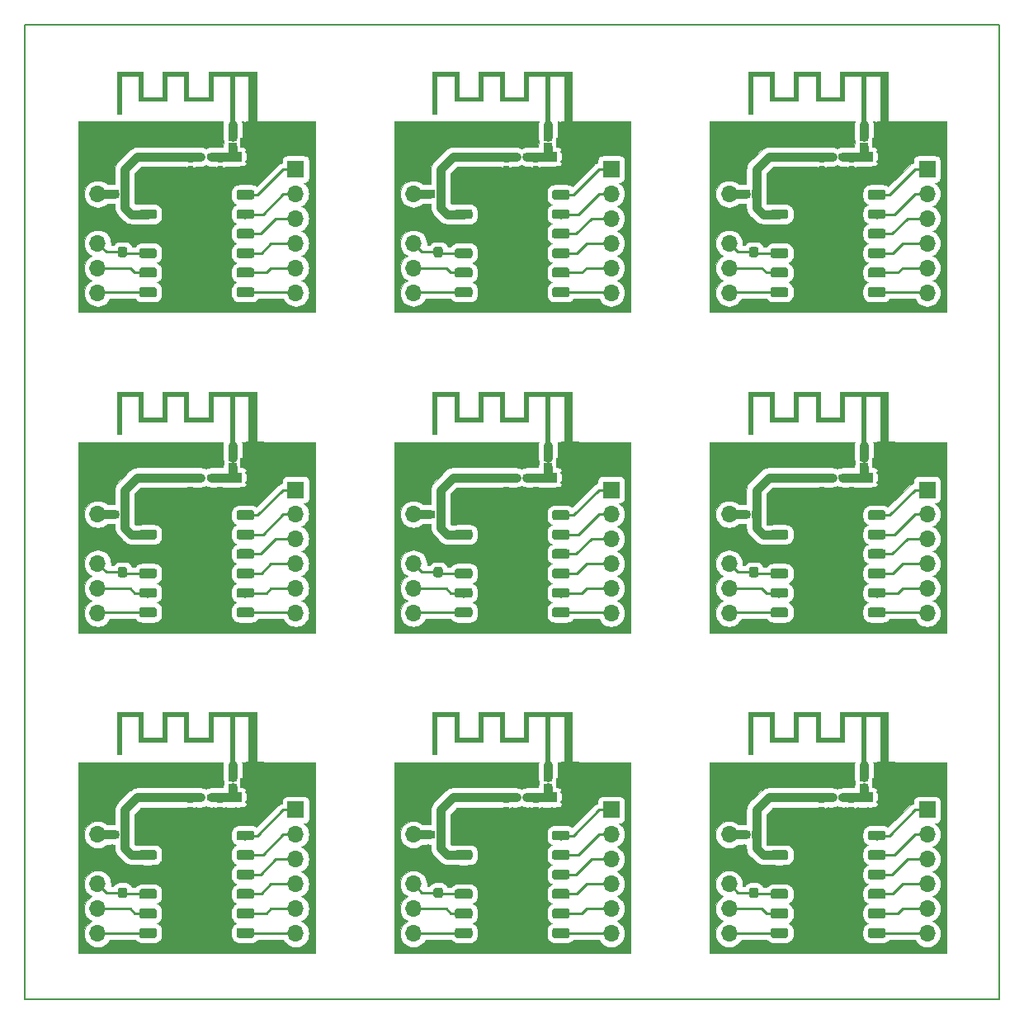
<source format=gtl>
%FSTAX23Y23*%
%MOIN*%
%SFA1B1*%

%IPPOS*%
%ADD11C,0.039370*%
%ADD12O,0.066929X0.066929*%
%ADD13R,0.066929X0.066929*%
%ADD14R,0.035433X0.019685*%
%ADD15C,0.017716*%
%ADD16C,0.019685*%
%ADD18C,0.003937*%
%ADD28C,0.031496*%
%ADD29C,0.015748*%
%ADD30R,0.086614X0.041339*%
%ADD31R,0.039370X0.039370*%
%ADD32C,0.037401*%
%ADD33C,0.023228*%
%ADD34R,0.019685X0.019685*%
%ADD35C,0.009843*%
%ADD36C,0.040748*%
%ADD44C,0.005000*%
G36*
X00742Y01055D02*
X00663D01*
Y01158*
X00557*
Y01055*
X00478*
Y01158*
X00372*
Y00984*
X00391*
Y01139*
X00458*
Y01035*
X00576*
Y01139*
X00643*
Y01035*
X00761*
Y01139*
X00828*
Y00946*
X00848*
Y01139*
X00903*
Y00946*
X00938*
Y00955*
X00927*
X00926Y00954*
X00925Y00952*
X00924Y00951*
X00923Y0095*
X00922Y0095*
X0092Y0095*
X00918Y00951*
X00917Y00951*
X00916Y00952*
X00915Y00954*
X00915Y00956*
X00915Y00958*
X00916Y00959*
X00917Y00961*
X00919Y00961*
X00921Y00962*
X00923Y00961*
X00924Y00961*
X00926Y00959*
X00926Y00957*
X00927Y00955*
X00938*
Y01158*
X00742*
Y01055*
G37*
G54D44*
X0Y0D02*
X03936D01*
Y03936*
X0*
Y0*
G36*
X00822Y00878D02*
Y00889D01*
X00822*
Y0089*
X00823Y00891*
X00823Y00891*
X00823Y00892*
X00823Y00893*
X00824Y00893*
X00824Y00894*
X00824Y00895*
X00825Y00895*
X00826Y00896*
X00826Y00896*
X00827Y00896*
X00828Y00897*
X00828Y00897*
X00829Y00897*
X0083Y00897*
X0083*
Y00897*
X00846*
Y00897*
X00846*
X00847Y00897*
X00848Y00897*
X00849Y00897*
X00849Y00896*
X0085Y00896*
X00851Y00896*
X00851Y00895*
X00852Y00895*
X00852Y00894*
X00853Y00893*
X00853Y00893*
X00853Y00892*
X00854Y00891*
X00854Y00891*
X00854Y0089*
Y00889*
X00854*
Y00878*
X00822*
G37*
G36*
X00854Y0087D02*
Y00858D01*
X00854*
Y00857*
X00854Y00857*
X00854Y00856*
X00853Y00855*
X00853Y00854*
X00853Y00854*
X00852Y00853*
X00852Y00853*
X00851Y00852*
X00851Y00852*
X0085Y00851*
X00849Y00851*
X00849Y0085*
X00848Y0085*
X00847Y0085*
X00846Y0085*
X00846*
Y0085*
X0083*
Y0085*
X0083*
X00829Y0085*
X00828Y0085*
X00828Y0085*
X00827Y00851*
X00826Y00851*
X00826Y00852*
X00825Y00852*
X00824Y00853*
X00824Y00853*
X00823Y00854*
X00823Y00854*
X00823Y00855*
X00823Y00856*
X00822Y00857*
X00822Y00857*
Y00858*
X00822*
Y0087*
X00854*
G37*
G36*
X00386Y00679D02*
X00398D01*
Y00679*
X00398*
X00399Y00679*
X004Y00679*
X00401Y00679*
X00401Y00679*
X00402Y00678*
X00403Y00678*
X00403Y00677*
X00404Y00677*
X00404Y00676*
X00405Y00676*
X00405Y00675*
X00406Y00674*
X00406Y00673*
X00406Y00673*
X00406Y00672*
Y00671*
X00406*
Y00656*
X00406*
Y00655*
X00406Y00655*
X00406Y00654*
X00406Y00653*
X00405Y00652*
X00405Y00652*
X00404Y00651*
X00404Y0065*
X00403Y0065*
X00403Y00649*
X00402Y00649*
X00401Y00649*
X00401Y00648*
X004Y00648*
X00399Y00648*
X00398Y00648*
X00398*
Y00648*
X00386*
Y00679*
G37*
G36*
X00378Y00648D02*
X00367D01*
Y00648*
X00366*
X00365Y00648*
X00365Y00648*
X00364Y00648*
X00363Y00649*
X00363Y00649*
X00362Y0065*
X00361Y0065*
X00361Y00651*
X0036Y00651*
X0036Y00652*
X00359Y00652*
X00359Y00653*
X00359Y00654*
X00359Y00655*
X00359Y00655*
Y00656*
X00359*
Y00672*
X00359*
Y00672*
X00359Y00673*
X00359Y00673*
X00359Y00674*
X00359Y00675*
X0036Y00676*
X0036Y00676*
X00361Y00677*
X00361Y00677*
X00362Y00678*
X00363Y00678*
X00363Y00679*
X00364Y00679*
X00365Y00679*
X00365Y00679*
X00366Y00679*
X00367*
Y00679*
X00378*
Y00648*
G37*
G36*
X00403Y0045D02*
X00404Y0045D01*
X00405Y00449*
X00406Y00449*
X00407Y00449*
X00408Y00448*
X00408Y00448*
X00409Y00447*
X0041Y00446*
X0041Y00446*
X00411Y00445*
X00411Y00444*
X00411Y00443*
X00412Y00442*
X00412Y00441*
X00412Y0044*
Y00418*
X00412Y00417*
X00412Y00416*
X00411Y00415*
X00411Y00414*
X00411Y00413*
X0041Y00413*
X0041Y00412*
X00409Y00411*
X00408Y00411*
X00408Y0041*
X00407Y0041*
X00406Y00409*
X00405Y00409*
X00404Y00409*
X00403Y00409*
X00402Y00408*
X00384*
X00383Y00409*
X00382Y00409*
X00381Y00409*
X0038Y00409*
X00379Y0041*
X00379Y0041*
X00378Y00411*
X00377Y00411*
X00377Y00412*
X00376Y00413*
X00376Y00413*
X00375Y00414*
X00375Y00415*
X00375Y00416*
X00374Y00417*
X00374Y00418*
Y0044*
X00374Y00441*
X00375Y00442*
X00375Y00443*
X00375Y00444*
X00376Y00445*
X00376Y00446*
X00377Y00446*
X00377Y00447*
X00378Y00448*
X00379Y00448*
X00379Y00449*
X0038Y00449*
X00381Y00449*
X00382Y0045*
X00383Y0045*
X00384Y0045*
X00402*
X00403Y0045*
G37*
G36*
Y00519D02*
X00404Y00519D01*
X00405Y00518*
X00406Y00518*
X00407Y00518*
X00408Y00517*
X00408Y00517*
X00409Y00516*
X0041Y00515*
X0041Y00515*
X00411Y00514*
X00411Y00513*
X00411Y00512*
X00412Y00511*
X00412Y0051*
X00412Y00509*
Y00487*
X00412Y00486*
X00412Y00485*
X00411Y00484*
X00411Y00483*
X00411Y00482*
X0041Y00482*
X0041Y00481*
X00409Y0048*
X00408Y0048*
X00408Y00479*
X00407Y00478*
X00406Y00478*
X00405Y00478*
X00404Y00478*
X00403Y00477*
X00402Y00477*
X00384*
X00383Y00477*
X00382Y00478*
X00381Y00478*
X0038Y00478*
X00379Y00478*
X00379Y00479*
X00378Y0048*
X00377Y0048*
X00377Y00481*
X00376Y00482*
X00376Y00482*
X00375Y00483*
X00375Y00484*
X00375Y00485*
X00374Y00486*
X00374Y00487*
Y00509*
X00374Y0051*
X00375Y00511*
X00375Y00512*
X00375Y00513*
X00376Y00514*
X00376Y00515*
X00377Y00515*
X00377Y00516*
X00378Y00517*
X00379Y00517*
X00379Y00518*
X0038Y00518*
X00381Y00518*
X00382Y00519*
X00383Y00519*
X00384Y00519*
X00402*
X00403Y00519*
G37*
G36*
X00675Y00814D02*
X00676Y00814D01*
X00677Y00814*
X00677Y00814*
X00678Y00814*
X00678Y00813*
X00679Y00813*
X00679Y00813*
X00679Y00812*
X0068Y00812*
X0068Y00811*
X0068Y00811*
X0068Y0081*
X00681Y0081*
X00681Y00809*
X00681Y00809*
Y00797*
X00681Y00796*
X00681Y00796*
X0068Y00795*
X0068Y00795*
X0068Y00794*
X0068Y00794*
X00679Y00793*
X00679Y00793*
X00679Y00792*
X00678Y00792*
X00678Y00792*
X00677Y00792*
X00677Y00791*
X00676Y00791*
X00675Y00791*
X00675Y00791*
X00661*
X00661Y00791*
X0066Y00791*
X0066Y00791*
X00659Y00792*
X00659Y00792*
X00658Y00792*
X00658Y00792*
X00657Y00793*
X00657Y00793*
X00656Y00794*
X00656Y00794*
X00656Y00795*
X00656Y00795*
X00656Y00796*
X00656Y00796*
X00656Y00797*
Y00809*
X00656Y00809*
X00656Y0081*
X00656Y0081*
X00656Y00811*
X00656Y00811*
X00656Y00812*
X00657Y00812*
X00657Y00813*
X00658Y00813*
X00658Y00813*
X00659Y00814*
X00659Y00814*
X0066Y00814*
X0066Y00814*
X00661Y00814*
X00661Y00814*
X00675*
X00675Y00814*
G37*
G36*
Y00776D02*
X00676Y00776D01*
X00677Y00776*
X00677Y00776*
X00678Y00775*
X00678Y00775*
X00679Y00775*
X00679Y00774*
X00679Y00774*
X0068Y00774*
X0068Y00773*
X0068Y00773*
X0068Y00772*
X00681Y00771*
X00681Y00771*
X00681Y0077*
Y00759*
X00681Y00758*
X00681Y00758*
X0068Y00757*
X0068Y00756*
X0068Y00756*
X0068Y00755*
X00679Y00755*
X00679Y00755*
X00679Y00754*
X00678Y00754*
X00678Y00754*
X00677Y00753*
X00677Y00753*
X00676Y00753*
X00675Y00753*
X00675Y00753*
X00661*
X00661Y00753*
X0066Y00753*
X0066Y00753*
X00659Y00753*
X00659Y00754*
X00658Y00754*
X00658Y00754*
X00657Y00755*
X00657Y00755*
X00656Y00755*
X00656Y00756*
X00656Y00756*
X00656Y00757*
X00656Y00758*
X00656Y00758*
X00656Y00759*
Y0077*
X00656Y00771*
X00656Y00771*
X00656Y00772*
X00656Y00773*
X00656Y00773*
X00656Y00774*
X00657Y00774*
X00657Y00774*
X00658Y00775*
X00658Y00775*
X00659Y00775*
X00659Y00776*
X0066Y00776*
X0066Y00776*
X00661Y00776*
X00661Y00776*
X00675*
X00675Y00776*
G37*
G36*
X00795D02*
X00796Y00776D01*
X00797Y00776*
X00797Y00776*
X00798Y00775*
X00798Y00775*
X00799Y00775*
X00799Y00774*
X00799Y00774*
X008Y00774*
X008Y00773*
X008Y00773*
X008Y00772*
X00801Y00771*
X00801Y00771*
X00801Y0077*
Y00759*
X00801Y00758*
X00801Y00758*
X008Y00757*
X008Y00756*
X008Y00756*
X008Y00755*
X00799Y00755*
X00799Y00755*
X00799Y00754*
X00798Y00754*
X00798Y00754*
X00797Y00753*
X00797Y00753*
X00796Y00753*
X00795Y00753*
X00795Y00753*
X00781*
X00781Y00753*
X0078Y00753*
X0078Y00753*
X00779Y00753*
X00779Y00754*
X00778Y00754*
X00778Y00754*
X00777Y00755*
X00777Y00755*
X00776Y00755*
X00776Y00756*
X00776Y00756*
X00776Y00757*
X00776Y00758*
X00776Y00758*
X00776Y00759*
Y0077*
X00776Y00771*
X00776Y00771*
X00776Y00772*
X00776Y00773*
X00776Y00773*
X00776Y00774*
X00777Y00774*
X00777Y00774*
X00778Y00775*
X00778Y00775*
X00779Y00775*
X00779Y00776*
X0078Y00776*
X0078Y00776*
X00781Y00776*
X00781Y00776*
X00795*
X00795Y00776*
G37*
G36*
Y00814D02*
X00796Y00814D01*
X00797Y00814*
X00797Y00814*
X00798Y00814*
X00798Y00813*
X00799Y00813*
X00799Y00813*
X00799Y00812*
X008Y00812*
X008Y00811*
X008Y00811*
X008Y0081*
X00801Y0081*
X00801Y00809*
X00801Y00809*
Y00797*
X00801Y00796*
X00801Y00796*
X008Y00795*
X008Y00795*
X008Y00794*
X008Y00794*
X00799Y00793*
X00799Y00793*
X00799Y00792*
X00798Y00792*
X00798Y00792*
X00797Y00792*
X00797Y00791*
X00796Y00791*
X00795Y00791*
X00795Y00791*
X00781*
X00781Y00791*
X0078Y00791*
X0078Y00791*
X00779Y00792*
X00779Y00792*
X00778Y00792*
X00778Y00792*
X00777Y00793*
X00777Y00793*
X00776Y00794*
X00776Y00794*
X00776Y00795*
X00776Y00795*
X00776Y00796*
X00776Y00796*
X00776Y00797*
Y00809*
X00776Y00809*
X00776Y0081*
X00776Y0081*
X00776Y00811*
X00776Y00811*
X00776Y00812*
X00777Y00812*
X00777Y00813*
X00778Y00813*
X00778Y00813*
X00779Y00814*
X00779Y00814*
X0078Y00814*
X0078Y00814*
X00781Y00814*
X00781Y00814*
X00795*
X00795Y00814*
G37*
G36*
X00754Y00826D02*
X00755Y00826D01*
X00756Y00826*
X00756Y00826*
X00757Y00826*
X00757Y00825*
X00758Y00825*
X00758Y00824*
X00758Y00824*
X00759Y00824*
X00759Y00823*
X00759Y00823*
X00759Y00822*
X0076Y00822*
X0076Y00821*
X0076Y0082*
Y00807*
X0076Y00806*
X0076Y00806*
X00759Y00805*
X00759Y00805*
X00759Y00804*
X00759Y00804*
X00758Y00803*
X00758Y00803*
X00758Y00802*
X00757Y00802*
X00757Y00802*
X00756Y00801*
X00756Y00801*
X00755Y00801*
X00754Y00801*
X00754Y00801*
X00742*
X00742Y00801*
X00741Y00801*
X00741Y00801*
X0074Y00801*
X0074Y00802*
X00739Y00802*
X00739Y00802*
X00738Y00803*
X00738Y00803*
X00737Y00804*
X00737Y00804*
X00737Y00805*
X00737Y00805*
X00737Y00806*
X00737Y00806*
X00736Y00807*
Y0082*
X00737Y00821*
X00737Y00822*
X00737Y00822*
X00737Y00823*
X00737Y00823*
X00737Y00824*
X00738Y00824*
X00738Y00824*
X00739Y00825*
X00739Y00825*
X0074Y00826*
X0074Y00826*
X00741Y00826*
X00741Y00826*
X00742Y00826*
X00742Y00826*
X00754*
X00754Y00826*
G37*
G36*
X00716D02*
X00717Y00826D01*
X00717Y00826*
X00718Y00826*
X00718Y00826*
X00719Y00825*
X00719Y00825*
X0072Y00824*
X0072Y00824*
X00721Y00824*
X00721Y00823*
X00721Y00823*
X00721Y00822*
X00721Y00822*
X00721Y00821*
X00722Y0082*
Y00807*
X00721Y00806*
X00721Y00806*
X00721Y00805*
X00721Y00805*
X00721Y00804*
X00721Y00804*
X0072Y00803*
X0072Y00803*
X00719Y00802*
X00719Y00802*
X00718Y00802*
X00718Y00801*
X00717Y00801*
X00717Y00801*
X00716Y00801*
X00716Y00801*
X00704*
X00704Y00801*
X00703Y00801*
X00702Y00801*
X00702Y00801*
X00701Y00802*
X00701Y00802*
X007Y00802*
X007Y00803*
X007Y00803*
X00699Y00804*
X00699Y00804*
X00699Y00805*
X00699Y00805*
X00698Y00806*
X00698Y00806*
X00698Y00807*
Y0082*
X00698Y00821*
X00698Y00822*
X00699Y00822*
X00699Y00823*
X00699Y00823*
X00699Y00824*
X007Y00824*
X007Y00824*
X007Y00825*
X00701Y00825*
X00701Y00826*
X00702Y00826*
X00702Y00826*
X00703Y00826*
X00704Y00826*
X00704Y00826*
X00716*
X00716Y00826*
G37*
G36*
X00523Y0068D02*
X00524Y0068D01*
X00525Y0068*
X00526Y00679*
X00526Y00679*
X00527Y00678*
X00528Y00678*
X00529Y00677*
X00529Y00677*
X0053Y00676*
X00531Y00675*
X00531Y00674*
X00531Y00673*
X00531Y00672*
X00532Y00671*
X00532Y0067*
Y00651*
X00532Y0065*
X00531Y00649*
X00531Y00648*
X00531Y00647*
X00531Y00646*
X0053Y00645*
X00529Y00644*
X00529Y00644*
X00528Y00643*
X00527Y00642*
X00526Y00642*
X00526Y00642*
X00525Y00641*
X00524Y00641*
X00523Y00641*
X00522Y00641*
X00471*
X0047Y00641*
X00469Y00641*
X00468Y00641*
X00467Y00642*
X00466Y00642*
X00465Y00642*
X00464Y00643*
X00464Y00644*
X00463Y00644*
X00462Y00645*
X00462Y00646*
X00462Y00647*
X00461Y00648*
X00461Y00649*
X00461Y0065*
X00461Y00651*
Y0067*
X00461Y00671*
X00461Y00672*
X00461Y00673*
X00462Y00674*
X00462Y00675*
X00462Y00676*
X00463Y00677*
X00464Y00677*
X00464Y00678*
X00465Y00678*
X00466Y00679*
X00467Y00679*
X00468Y0068*
X00469Y0068*
X0047Y0068*
X00471Y0068*
X00522*
X00523Y0068*
G37*
G36*
Y00601D02*
X00524Y00601D01*
X00525Y00601*
X00526Y00601*
X00526Y006*
X00527Y006*
X00528Y00599*
X00529Y00599*
X00529Y00598*
X0053Y00597*
X00531Y00596*
X00531Y00595*
X00531Y00594*
X00531Y00593*
X00532Y00593*
X00532Y00592*
Y00572*
X00532Y00571*
X00531Y0057*
X00531Y00569*
X00531Y00568*
X00531Y00567*
X0053Y00566*
X00529Y00566*
X00529Y00565*
X00528Y00564*
X00527Y00564*
X00526Y00563*
X00526Y00563*
X00525Y00562*
X00524Y00562*
X00523Y00562*
X00522Y00562*
X00471*
X0047Y00562*
X00469Y00562*
X00468Y00562*
X00467Y00563*
X00466Y00563*
X00465Y00564*
X00464Y00564*
X00464Y00565*
X00463Y00566*
X00462Y00566*
X00462Y00567*
X00462Y00568*
X00461Y00569*
X00461Y0057*
X00461Y00571*
X00461Y00572*
Y00592*
X00461Y00593*
X00461Y00593*
X00461Y00594*
X00462Y00595*
X00462Y00596*
X00462Y00597*
X00463Y00598*
X00464Y00599*
X00464Y00599*
X00465Y006*
X00466Y006*
X00467Y00601*
X00468Y00601*
X00469Y00601*
X0047Y00601*
X00471Y00601*
X00522*
X00523Y00601*
G37*
G36*
Y00523D02*
X00524Y00522D01*
X00525Y00522*
X00526Y00522*
X00526Y00521*
X00527Y00521*
X00528Y0052*
X00529Y0052*
X00529Y00519*
X0053Y00518*
X00531Y00517*
X00531Y00517*
X00531Y00516*
X00531Y00515*
X00532Y00514*
X00532Y00513*
Y00493*
X00532Y00492*
X00531Y00491*
X00531Y0049*
X00531Y00489*
X00531Y00488*
X0053Y00488*
X00529Y00487*
X00529Y00486*
X00528Y00486*
X00527Y00485*
X00526Y00484*
X00526Y00484*
X00525Y00484*
X00524Y00483*
X00523Y00483*
X00522Y00483*
X00471*
X0047Y00483*
X00469Y00483*
X00468Y00484*
X00467Y00484*
X00466Y00484*
X00465Y00485*
X00464Y00486*
X00464Y00486*
X00463Y00487*
X00462Y00488*
X00462Y00488*
X00462Y00489*
X00461Y0049*
X00461Y00491*
X00461Y00492*
X00461Y00493*
Y00513*
X00461Y00514*
X00461Y00515*
X00461Y00516*
X00462Y00517*
X00462Y00517*
X00462Y00518*
X00463Y00519*
X00464Y0052*
X00464Y0052*
X00465Y00521*
X00466Y00521*
X00467Y00522*
X00468Y00522*
X00469Y00522*
X0047Y00523*
X00471Y00523*
X00522*
X00523Y00523*
G37*
G36*
Y00444D02*
X00524Y00444D01*
X00525Y00443*
X00526Y00443*
X00526Y00443*
X00527Y00442*
X00528Y00442*
X00529Y00441*
X00529Y0044*
X0053Y0044*
X00531Y00439*
X00531Y00438*
X00531Y00437*
X00531Y00436*
X00532Y00435*
X00532Y00434*
Y00414*
X00532Y00413*
X00531Y00412*
X00531Y00412*
X00531Y00411*
X00531Y0041*
X0053Y00409*
X00529Y00408*
X00529Y00407*
X00528Y00407*
X00527Y00406*
X00526Y00406*
X00526Y00405*
X00525Y00405*
X00524Y00405*
X00523Y00405*
X00522Y00405*
X00471*
X0047Y00405*
X00469Y00405*
X00468Y00405*
X00467Y00405*
X00466Y00406*
X00465Y00406*
X00464Y00407*
X00464Y00407*
X00463Y00408*
X00462Y00409*
X00462Y0041*
X00462Y00411*
X00461Y00412*
X00461Y00412*
X00461Y00413*
X00461Y00414*
Y00434*
X00461Y00435*
X00461Y00436*
X00461Y00437*
X00462Y00438*
X00462Y00439*
X00462Y0044*
X00463Y0044*
X00464Y00441*
X00464Y00442*
X00465Y00442*
X00466Y00443*
X00467Y00443*
X00468Y00443*
X00469Y00444*
X0047Y00444*
X00471Y00444*
X00522*
X00523Y00444*
G37*
G36*
Y00365D02*
X00524Y00365D01*
X00525Y00365*
X00526Y00364*
X00526Y00364*
X00527Y00364*
X00528Y00363*
X00529Y00362*
X00529Y00362*
X0053Y00361*
X00531Y0036*
X00531Y00359*
X00531Y00358*
X00531Y00357*
X00532Y00356*
X00532Y00355*
Y00336*
X00532Y00335*
X00531Y00334*
X00531Y00333*
X00531Y00332*
X00531Y00331*
X0053Y0033*
X00529Y00329*
X00529Y00329*
X00528Y00328*
X00527Y00327*
X00526Y00327*
X00526Y00327*
X00525Y00326*
X00524Y00326*
X00523Y00326*
X00522Y00326*
X00471*
X0047Y00326*
X00469Y00326*
X00468Y00326*
X00467Y00327*
X00466Y00327*
X00465Y00327*
X00464Y00328*
X00464Y00329*
X00463Y00329*
X00462Y0033*
X00462Y00331*
X00462Y00332*
X00461Y00333*
X00461Y00334*
X00461Y00335*
X00461Y00336*
Y00355*
X00461Y00356*
X00461Y00357*
X00461Y00358*
X00462Y00359*
X00462Y0036*
X00462Y00361*
X00463Y00362*
X00464Y00362*
X00464Y00363*
X00465Y00364*
X00466Y00364*
X00467Y00364*
X00468Y00365*
X00469Y00365*
X0047Y00365*
X00471Y00365*
X00522*
X00523Y00365*
G37*
G36*
Y00286D02*
X00524Y00286D01*
X00525Y00286*
X00526Y00286*
X00526Y00285*
X00527Y00285*
X00528Y00284*
X00529Y00284*
X00529Y00283*
X0053Y00282*
X00531Y00281*
X00531Y0028*
X00531Y00279*
X00531Y00279*
X00532Y00278*
X00532Y00277*
Y00257*
X00532Y00256*
X00531Y00255*
X00531Y00254*
X00531Y00253*
X00531Y00252*
X0053Y00251*
X00529Y00251*
X00529Y0025*
X00528Y00249*
X00527Y00249*
X00526Y00248*
X00526Y00248*
X00525Y00247*
X00524Y00247*
X00523Y00247*
X00522Y00247*
X00471*
X0047Y00247*
X00469Y00247*
X00468Y00247*
X00467Y00248*
X00466Y00248*
X00465Y00249*
X00464Y00249*
X00464Y0025*
X00463Y00251*
X00462Y00251*
X00462Y00252*
X00462Y00253*
X00461Y00254*
X00461Y00255*
X00461Y00256*
X00461Y00257*
Y00277*
X00461Y00278*
X00461Y00279*
X00461Y00279*
X00462Y0028*
X00462Y00281*
X00462Y00282*
X00463Y00283*
X00464Y00284*
X00464Y00284*
X00465Y00285*
X00466Y00285*
X00467Y00286*
X00468Y00286*
X00469Y00286*
X0047Y00286*
X00471Y00286*
X00522*
X00523Y00286*
G37*
G36*
X00917Y00365D02*
X00917Y00365D01*
X00918Y00365*
X00919Y00364*
X0092Y00364*
X00921Y00364*
X00922Y00363*
X00923Y00362*
X00923Y00362*
X00924Y00361*
X00924Y0036*
X00925Y00359*
X00925Y00358*
X00925Y00357*
X00925Y00356*
X00925Y00355*
Y00336*
X00925Y00335*
X00925Y00334*
X00925Y00333*
X00925Y00332*
X00924Y00331*
X00924Y0033*
X00923Y00329*
X00923Y00329*
X00922Y00328*
X00921Y00327*
X0092Y00327*
X00919Y00327*
X00918Y00326*
X00917Y00326*
X00917Y00326*
X00916Y00326*
X00864*
X00863Y00326*
X00862Y00326*
X00862Y00326*
X00861Y00327*
X0086Y00327*
X00859Y00327*
X00858Y00328*
X00857Y00329*
X00857Y00329*
X00856Y0033*
X00856Y00331*
X00855Y00332*
X00855Y00333*
X00855Y00334*
X00855Y00335*
X00855Y00336*
Y00355*
X00855Y00356*
X00855Y00357*
X00855Y00358*
X00855Y00359*
X00856Y0036*
X00856Y00361*
X00857Y00362*
X00857Y00362*
X00858Y00363*
X00859Y00364*
X0086Y00364*
X00861Y00364*
X00862Y00365*
X00862Y00365*
X00863Y00365*
X00864Y00365*
X00916*
X00917Y00365*
G37*
G36*
Y00444D02*
X00917Y00444D01*
X00918Y00443*
X00919Y00443*
X0092Y00443*
X00921Y00442*
X00922Y00442*
X00923Y00441*
X00923Y0044*
X00924Y0044*
X00924Y00439*
X00925Y00438*
X00925Y00437*
X00925Y00436*
X00925Y00435*
X00925Y00434*
Y00414*
X00925Y00413*
X00925Y00412*
X00925Y00412*
X00925Y00411*
X00924Y0041*
X00924Y00409*
X00923Y00408*
X00923Y00407*
X00922Y00407*
X00921Y00406*
X0092Y00406*
X00919Y00405*
X00918Y00405*
X00917Y00405*
X00917Y00405*
X00916Y00405*
X00864*
X00863Y00405*
X00862Y00405*
X00862Y00405*
X00861Y00405*
X0086Y00406*
X00859Y00406*
X00858Y00407*
X00857Y00407*
X00857Y00408*
X00856Y00409*
X00856Y0041*
X00855Y00411*
X00855Y00412*
X00855Y00412*
X00855Y00413*
X00855Y00414*
Y00434*
X00855Y00435*
X00855Y00436*
X00855Y00437*
X00855Y00438*
X00856Y00439*
X00856Y0044*
X00857Y0044*
X00857Y00441*
X00858Y00442*
X00859Y00442*
X0086Y00443*
X00861Y00443*
X00862Y00443*
X00862Y00444*
X00863Y00444*
X00864Y00444*
X00916*
X00917Y00444*
G37*
G36*
Y00286D02*
X00917Y00286D01*
X00918Y00286*
X00919Y00286*
X0092Y00285*
X00921Y00285*
X00922Y00284*
X00923Y00284*
X00923Y00283*
X00924Y00282*
X00924Y00281*
X00925Y0028*
X00925Y00279*
X00925Y00279*
X00925Y00278*
X00925Y00277*
Y00257*
X00925Y00256*
X00925Y00255*
X00925Y00254*
X00925Y00253*
X00924Y00252*
X00924Y00251*
X00923Y00251*
X00923Y0025*
X00922Y00249*
X00921Y00249*
X0092Y00248*
X00919Y00248*
X00918Y00247*
X00917Y00247*
X00917Y00247*
X00916Y00247*
X00864*
X00863Y00247*
X00862Y00247*
X00862Y00247*
X00861Y00248*
X0086Y00248*
X00859Y00249*
X00858Y00249*
X00857Y0025*
X00857Y00251*
X00856Y00251*
X00856Y00252*
X00855Y00253*
X00855Y00254*
X00855Y00255*
X00855Y00256*
X00855Y00257*
Y00277*
X00855Y00278*
X00855Y00279*
X00855Y00279*
X00855Y0028*
X00856Y00281*
X00856Y00282*
X00857Y00283*
X00857Y00284*
X00858Y00284*
X00859Y00285*
X0086Y00285*
X00861Y00286*
X00862Y00286*
X00862Y00286*
X00863Y00286*
X00864Y00286*
X00916*
X00917Y00286*
G37*
G36*
Y00601D02*
X00917Y00601D01*
X00918Y00601*
X00919Y00601*
X0092Y006*
X00921Y006*
X00922Y00599*
X00923Y00599*
X00923Y00598*
X00924Y00597*
X00924Y00596*
X00925Y00595*
X00925Y00594*
X00925Y00593*
X00925Y00593*
X00925Y00592*
Y00572*
X00925Y00571*
X00925Y0057*
X00925Y00569*
X00925Y00568*
X00924Y00567*
X00924Y00566*
X00923Y00566*
X00923Y00565*
X00922Y00564*
X00921Y00564*
X0092Y00563*
X00919Y00563*
X00918Y00562*
X00917Y00562*
X00917Y00562*
X00916Y00562*
X00864*
X00863Y00562*
X00862Y00562*
X00862Y00562*
X00861Y00563*
X0086Y00563*
X00859Y00564*
X00858Y00564*
X00857Y00565*
X00857Y00566*
X00856Y00566*
X00856Y00567*
X00855Y00568*
X00855Y00569*
X00855Y0057*
X00855Y00571*
X00855Y00572*
Y00592*
X00855Y00593*
X00855Y00593*
X00855Y00594*
X00855Y00595*
X00856Y00596*
X00856Y00597*
X00857Y00598*
X00857Y00599*
X00858Y00599*
X00859Y006*
X0086Y006*
X00861Y00601*
X00862Y00601*
X00862Y00601*
X00863Y00601*
X00864Y00601*
X00916*
X00917Y00601*
G37*
G36*
Y00523D02*
X00917Y00522D01*
X00918Y00522*
X00919Y00522*
X0092Y00521*
X00921Y00521*
X00922Y0052*
X00923Y0052*
X00923Y00519*
X00924Y00518*
X00924Y00517*
X00925Y00517*
X00925Y00516*
X00925Y00515*
X00925Y00514*
X00925Y00513*
Y00493*
X00925Y00492*
X00925Y00491*
X00925Y0049*
X00925Y00489*
X00924Y00488*
X00924Y00488*
X00923Y00487*
X00923Y00486*
X00922Y00486*
X00921Y00485*
X0092Y00484*
X00919Y00484*
X00918Y00484*
X00917Y00483*
X00917Y00483*
X00916Y00483*
X00864*
X00863Y00483*
X00862Y00483*
X00862Y00484*
X00861Y00484*
X0086Y00484*
X00859Y00485*
X00858Y00486*
X00857Y00486*
X00857Y00487*
X00856Y00488*
X00856Y00488*
X00855Y00489*
X00855Y0049*
X00855Y00491*
X00855Y00492*
X00855Y00493*
Y00513*
X00855Y00514*
X00855Y00515*
X00855Y00516*
X00855Y00517*
X00856Y00517*
X00856Y00518*
X00857Y00519*
X00857Y0052*
X00858Y0052*
X00859Y00521*
X0086Y00521*
X00861Y00522*
X00862Y00522*
X00862Y00522*
X00863Y00523*
X00864Y00523*
X00916*
X00917Y00523*
G37*
G36*
Y0068D02*
X00917Y0068D01*
X00918Y0068*
X00919Y00679*
X0092Y00679*
X00921Y00678*
X00922Y00678*
X00923Y00677*
X00923Y00677*
X00924Y00676*
X00924Y00675*
X00925Y00674*
X00925Y00673*
X00925Y00672*
X00925Y00671*
X00925Y0067*
Y00651*
X00925Y0065*
X00925Y00649*
X00925Y00648*
X00925Y00647*
X00924Y00646*
X00924Y00645*
X00923Y00644*
X00923Y00644*
X00922Y00643*
X00921Y00642*
X0092Y00642*
X00919Y00642*
X00918Y00641*
X00917Y00641*
X00917Y00641*
X00916Y00641*
X00864*
X00863Y00641*
X00862Y00641*
X00862Y00641*
X00861Y00642*
X0086Y00642*
X00859Y00642*
X00858Y00643*
X00857Y00644*
X00857Y00644*
X00856Y00645*
X00856Y00646*
X00855Y00647*
X00855Y00648*
X00855Y00649*
X00855Y0065*
X00855Y00651*
Y0067*
X00855Y00671*
X00855Y00672*
X00855Y00673*
X00855Y00674*
X00856Y00675*
X00856Y00676*
X00857Y00677*
X00857Y00677*
X00858Y00678*
X00859Y00678*
X0086Y00679*
X00861Y00679*
X00862Y0068*
X00862Y0068*
X00863Y0068*
X00864Y0068*
X00916*
X00917Y0068*
G37*
G54D35*
X00398Y00503D02*
X00393Y00498D01*
X00496Y00503D02*
X00398D01*
X00393Y00498D02*
Y00514D01*
X00343D02*
X00293Y00564D01*
X00393Y00514D02*
X00343D01*
X00918Y00946D02*
X00921Y00949D01*
X00931Y00939D02*
X00921Y00949D01*
G54D11*
X00938Y00939D02*
X00898D01*
G54D35*
X00938Y00939D02*
X00931D01*
G54D11*
X00958Y00939D02*
X00938D01*
G54D36*
X00293Y00664D02*
X0031D01*
G54D32*
X00293Y00664D02*
X00361D01*
G54D35*
X0089Y00345D02*
X00975D01*
X00993Y00364D02*
X01093D01*
X00975Y00345D02*
X00993Y00364D01*
X0089Y00424D02*
X00954D01*
X00993Y00464D02*
X01093D01*
X00954Y00424D02*
X00993Y00464D01*
X0109Y00267D02*
X01093Y00264D01*
X0089Y00267D02*
X0109D01*
X0089Y00582D02*
X00961D01*
X01043Y00664D02*
X01093D01*
X00961Y00582D02*
X01043Y00664D01*
X0089Y0066D02*
X0094D01*
X01043Y00764D02*
X01093D01*
X0094Y0066D02*
X01043Y00764D01*
X00443Y00345D02*
X00496D01*
X00425Y00364D02*
X00443Y00345D01*
X00293Y00364D02*
X00425D01*
X00296Y00267D02*
X00293Y00264D01*
X00496Y00267D02*
X00296D01*
X00398Y00424D02*
X00393Y00429D01*
X00496Y00424D02*
X00398D01*
X00328Y00429D02*
X00293Y00464D01*
X00393Y00429D02*
X00328D01*
G54D32*
X00623Y00814D02*
X0071D01*
X00496Y00582D02*
X0043D01*
X00403Y00609D01*
Y00764D01*
X00453Y00814D02*
X00623D01*
X00403Y00764D02*
X00453Y00814D01*
X00838Y00944D02*
Y00894D01*
X00854Y00814D02*
X00752D01*
X00838Y0083D02*
Y00854D01*
X00854Y00814D02*
X00838Y0083D01*
G36*
X00798Y00952D02*
X00798Y00946D01*
Y00892*
X00798Y00886*
X00801Y00878*
X00801Y00878*
Y00878*
X00801Y00874*
X00801Y00874*
X00801Y0087*
Y00869*
X00798Y00862*
X00798Y00856*
Y00854*
X0075*
X00744Y00853*
X00737Y00851*
X00731Y00848*
X00725Y00851*
X00718Y00853*
X00712Y00854*
X00455*
X00453Y00854*
X00451Y00854*
X00446Y00853*
X00445Y00853*
X00443Y00853*
X00438Y00851*
X00431Y00847*
X00424Y00842*
X00423Y00841*
X00376Y00794*
X00374Y00792*
X00369Y00786*
X00366Y0078*
X00366Y00779*
X00363Y00772*
X00363Y00764*
X00363Y00762*
Y00704*
X00363Y00704*
X00331*
X00324Y0071*
X00314Y00715*
X00304Y00718*
X00296Y00719*
X0029*
X00282Y00718*
X00272Y00715*
X00262Y0071*
X00254Y00703*
X00247Y00694*
X00242Y00685*
X00239Y00674*
X00238Y00664*
X00239Y00653*
X00242Y00642*
X00247Y00633*
X00254Y00624*
X00262Y00618*
X00272Y00612*
X00282Y00609*
X0029Y00608*
X00296*
X00304Y00609*
X00314Y00612*
X00324Y00618*
X00331Y00623*
X00363*
X00363Y00623*
Y00611*
X00363Y00609*
X00363Y00603*
X00363Y00601*
X00366Y00593*
X00369Y00586*
X00374Y0058*
X00376Y00579*
X004Y00555*
X00401Y00553*
X00407Y00548*
X00414Y00544*
X00422Y00542*
X00428Y00541*
X0043Y00541*
X00432Y00541*
X00463*
X00464Y00541*
X00471Y0054*
X00522*
X00528Y00541*
X00534Y00543*
X00539Y00546*
X00544Y0055*
X00548Y00554*
X00551Y0056*
X00553Y00566*
X00553Y00572*
Y00592*
X00553Y00598*
X00551Y00604*
X00548Y00609*
X00544Y00614*
X00539Y00618*
X00534Y00621*
X00528Y00623*
X00522Y00623*
X00471*
X00464Y00623*
X00463Y00622*
X00447*
X00443Y00625*
Y0067*
X00833*
Y00651*
X00833Y00644*
X00835Y00639*
X00838Y00633*
X00842Y00628*
X00847Y00624*
X00852Y00621*
X00853Y00621*
X00852Y00621*
X00847Y00618*
X00842Y00614*
X00838Y00609*
X00835Y00604*
X00833Y00598*
X00833Y00592*
Y00572*
X00833Y00566*
X00835Y0056*
X00838Y00554*
X00842Y0055*
X00847Y00546*
X00852Y00543*
X00853Y00542*
X00852Y00542*
X00847Y00539*
X00842Y00535*
X00838Y0053*
X00835Y00525*
X00833Y00519*
X00833Y00513*
Y00493*
X00833Y00487*
X00835Y00481*
X00838Y00476*
X00842Y00471*
X00847Y00467*
X00852Y00464*
X00853Y00464*
X00852Y00463*
X00847Y0046*
X00842Y00456*
X00838Y00452*
X00835Y00446*
X00833Y0044*
X00833Y00434*
Y00414*
X00833Y00408*
X00835Y00402*
X00838Y00397*
X00842Y00392*
X00847Y00388*
X00852Y00385*
X00853Y00385*
X00852Y00385*
X00847Y00382*
X00842Y00378*
X00838Y00373*
X00835Y00367*
X00833Y00361*
X00833Y00355*
Y00336*
X00833Y00329*
X00835Y00324*
X00838Y00318*
X00842Y00313*
X00847Y00309*
X00852Y00306*
X00853Y00306*
X00852Y00306*
X00847Y00303*
X00842Y00299*
X00838Y00294*
X00835Y00289*
X00833Y00283*
X00833Y00277*
Y00257*
X00833Y00251*
X00835Y00245*
X00838Y00239*
X00842Y00235*
X00847Y00231*
X00852Y00228*
X00858Y00226*
X00864Y00225*
X00916*
X00922Y00226*
X00928Y00228*
X00933Y00231*
X00938Y00235*
X00942Y00239*
X00942Y0024*
X01043*
X01047Y00233*
X01054Y00224*
X01062Y00218*
X01072Y00212*
X01082Y00209*
X0109Y00208*
X01096*
X01104Y00209*
X01114Y00212*
X01124Y00218*
X01132Y00224*
X01139Y00233*
X01144Y00242*
X01147Y00253*
X01148Y00264*
X01147Y00274*
X01144Y00285*
X01139Y00294*
X01132Y00303*
X01124Y0031*
X01116Y00314*
X01124Y00318*
X01132Y00324*
X01139Y00333*
X01144Y00342*
X01147Y00353*
X01148Y00364*
X01147Y00374*
X01144Y00385*
X01139Y00394*
X01132Y00403*
X01124Y0041*
X01116Y00414*
X01124Y00418*
X01132Y00424*
X01139Y00433*
X01144Y00442*
X01147Y00453*
X01148Y00464*
X01147Y00474*
X01144Y00485*
X01139Y00494*
X01132Y00503*
X01124Y0051*
X01116Y00514*
X01124Y00518*
X01132Y00524*
X01139Y00533*
X01144Y00542*
X01147Y00553*
X01148Y00564*
X01147Y00574*
X01144Y00585*
X01139Y00594*
X01132Y00603*
X01124Y0061*
X01116Y00614*
X01124Y00618*
X01132Y00624*
X01139Y00633*
X01144Y00642*
X01147Y00653*
X01148Y00664*
X01147Y00674*
X01144Y00685*
X01139Y00694*
X01132Y00703*
X01125Y00708*
X01127*
X01131Y00709*
X01135Y0071*
X01139Y00712*
X01142Y00715*
X01145Y00718*
X01147Y00722*
X01148Y00726*
X01148Y0073*
Y00797*
X01148Y00801*
X01147Y00805*
X01145Y00809*
X01142Y00812*
X01139Y00815*
X01135Y00817*
X01131Y00818*
X01127Y00819*
X0106*
X01055Y00818*
X01051Y00817*
X01048Y00815*
X01044Y00812*
X01042Y00809*
X0104Y00805*
X01038Y00801*
X01038Y00797*
Y0079*
X01033Y00788*
X01028Y00786*
X01024Y00782*
X01023Y00781*
X00936Y00694*
X00933Y00697*
X00928Y00699*
X00922Y00701*
X00916Y00702*
X00864*
X00858Y00701*
X00852Y00699*
X00847Y00697*
X00842Y00693*
X00838Y00688*
X00835Y00682*
X00833Y00676*
X00833Y0067*
X00443*
Y00747*
X0047Y00773*
X00647*
X00651Y00771*
X00656Y0077*
X00661Y00769*
X00675*
X0068Y0077*
X00685Y00771*
X00689Y00773*
X00712*
X00718Y00774*
X00725Y00776*
X00731Y00779*
X00737Y00776*
X00744Y00774*
X0075Y00773*
X00767*
X00771Y00771*
X00776Y0077*
X00781Y00769*
X00795*
X008Y0077*
X00805Y00771*
X00809Y00773*
X00828*
X0083Y00773*
X00834Y00772*
X00874*
X00878Y00773*
X00882Y00774*
X00886Y00776*
X00889Y00779*
X00892Y00782*
X00894Y00786*
X00895Y0079*
X00895Y00794*
Y00833*
X00895Y00838*
X00894Y00842*
X00892Y00845*
X00889Y00849*
X00886Y00851*
X00882Y00853*
X00878Y00854*
Y00856*
X00878Y00862*
X00876Y00869*
Y0087*
X00875Y00873*
X00875Y00873*
X00876Y00878*
Y00879*
X00878Y00886*
X00878Y00892*
Y00946*
X00878Y00952*
X00876Y00957*
X00881*
Y00946*
X00882Y00944*
X00882Y00942*
X00882Y00942*
X00882Y00942*
X00882Y0094*
X00883Y00938*
X00883Y00938*
X00883Y00938*
X00884Y00936*
X00885Y00934*
X00885Y00934*
X00885Y00934*
X00886Y00932*
X00888Y00931*
X00888Y00931*
X00888Y00931*
X00889Y00929*
X00891Y00928*
X00891Y00928*
X00891Y00928*
X00893Y00927*
X00895Y00926*
X00895Y00926*
X00895Y00926*
X00897Y00925*
X00899Y00925*
X00899Y00925*
X00899Y00925*
X00901Y00924*
X00903Y00924*
X00903Y00924*
X00903Y00924*
X00903*
X00903Y00924*
X00938*
X00941Y00924*
X00943Y00925*
X00943Y00925*
X00943Y00925*
X00945Y00925*
X00947Y00926*
X00947Y00926*
X00947Y00926*
X00949Y00927*
X0095Y00928*
X0095Y00928*
X0095Y00928*
X00952Y00929*
X00954Y0093*
X00954Y0093*
X00954Y00931*
X00955Y00932*
X00956Y00934*
X00956Y00934*
X00956Y00934*
X00957Y00936*
X00958Y00937*
X00958Y00937*
X00958Y00937*
X00959Y00939*
X0096Y00941*
X0096Y00941*
X0096Y00942*
X0096Y00944*
X0096Y00946*
X0096Y00946*
Y00946*
Y00946*
X0096Y00946*
Y00957*
X01171*
Y00186*
X00215*
Y00464*
X00238*
X00239Y00453*
X00242Y00442*
X00247Y00433*
X00254Y00424*
X00262Y00418*
X0027Y00414*
X00262Y0041*
X00254Y00403*
X00247Y00394*
X00242Y00385*
X00239Y00374*
X00238Y00364*
X00239Y00353*
X00242Y00342*
X00247Y00333*
X00254Y00324*
X00262Y00318*
X0027Y00314*
X00262Y0031*
X00254Y00303*
X00247Y00294*
X00242Y00285*
X00239Y00274*
X00238Y00264*
X00239Y00253*
X00242Y00242*
X00247Y00233*
X00254Y00224*
X00262Y00218*
X00272Y00212*
X00282Y00209*
X0029Y00208*
X00296*
X00304Y00209*
X00314Y00212*
X00324Y00218*
X00332Y00224*
X00339Y00233*
X00343Y0024*
X00444*
X00444Y00239*
X00448Y00235*
X00453Y00231*
X00459Y00228*
X00464Y00226*
X00471Y00225*
X00522*
X00528Y00226*
X00534Y00228*
X00539Y00231*
X00544Y00235*
X00548Y00239*
X00551Y00245*
X00553Y00251*
X00553Y00257*
Y00277*
X00553Y00283*
X00551Y00289*
X00548Y00294*
X00544Y00299*
X00539Y00303*
X00534Y00306*
X00533Y00306*
X00534Y00306*
X00539Y00309*
X00544Y00313*
X00548Y00318*
X00551Y00324*
X00553Y00329*
X00553Y00336*
Y00355*
X00553Y00361*
X00551Y00367*
X00548Y00373*
X00544Y00378*
X00539Y00382*
X00534Y00385*
X00533Y00385*
X00534Y00385*
X00539Y00388*
X00544Y00392*
X00548Y00397*
X00551Y00402*
X00553Y00408*
X00553Y00414*
Y00434*
X00553Y0044*
X00551Y00446*
X00548Y00452*
X00544Y00456*
X00539Y0046*
X00534Y00463*
X00528Y00465*
X00522Y00466*
X00471*
X00464Y00465*
X00459Y00463*
X00453Y0046*
X00448Y00456*
X00444Y00452*
X00444Y00451*
X00432*
X00431Y00452*
X00428Y00458*
X00424Y00462*
X0042Y00466*
X00414Y00469*
X00409Y00471*
X00402Y00472*
X00384*
X00378Y00471*
X00372Y00469*
X00366Y00466*
X00362Y00462*
X00358Y00458*
X00357Y00456*
X00348*
X00348Y00464*
X00347Y00474*
X00344Y00485*
X00339Y00494*
X00332Y00503*
X00324Y0051*
X00314Y00515*
X00304Y00518*
X00296Y00519*
X0029*
X00282Y00518*
X00272Y00515*
X00262Y0051*
X00254Y00503*
X00247Y00494*
X00242Y00485*
X00239Y00474*
X00238Y00464*
X00215*
Y00957*
X008*
X00798Y00952*
G37*
G54D18*
X00798Y00952D02*
X00798Y00946D01*
Y00892*
X00798Y00886*
X00801Y00878*
X00801Y00878*
Y00878*
X00801Y00874*
X00801Y00874*
X00801Y0087*
Y00869*
X00798Y00862*
X00798Y00856*
Y00854*
X0075*
X00744Y00853*
X00737Y00851*
X00731Y00848*
X00725Y00851*
X00718Y00853*
X00712Y00854*
X00455*
X00453Y00854*
X00451Y00854*
X00446Y00853*
X00445Y00853*
X00443Y00853*
X00438Y00851*
X00431Y00847*
X00424Y00842*
X00423Y00841*
X00376Y00794*
X00374Y00792*
X00369Y00786*
X00366Y0078*
X00366Y00779*
X00363Y00772*
X00363Y00764*
X00363Y00762*
Y00704*
X00363Y00704*
X00331*
X00324Y0071*
X00314Y00715*
X00304Y00718*
X00296Y00719*
X0029*
X00282Y00718*
X00272Y00715*
X00262Y0071*
X00254Y00703*
X00247Y00694*
X00242Y00685*
X00239Y00674*
X00238Y00664*
X00239Y00653*
X00242Y00642*
X00247Y00633*
X00254Y00624*
X00262Y00618*
X00272Y00612*
X00282Y00609*
X0029Y00608*
X00296*
X00304Y00609*
X00314Y00612*
X00324Y00618*
X00331Y00623*
X00363*
X00363Y00623*
Y00611*
X00363Y00609*
X00363Y00603*
X00363Y00601*
X00366Y00593*
X00369Y00586*
X00374Y0058*
X00376Y00579*
X004Y00555*
X00401Y00553*
X00407Y00548*
X00414Y00544*
X00422Y00542*
X00428Y00541*
X0043Y00541*
X00432Y00541*
X00463*
X00464Y00541*
X00471Y0054*
X00522*
X00528Y00541*
X00534Y00543*
X00539Y00546*
X00544Y0055*
X00548Y00554*
X00551Y0056*
X00553Y00566*
X00553Y00572*
Y00592*
X00553Y00598*
X00551Y00604*
X00548Y00609*
X00544Y00614*
X00539Y00618*
X00534Y00621*
X00528Y00623*
X00522Y00623*
X00471*
X00464Y00623*
X00463Y00622*
X00447*
X00443Y00625*
Y0067*
X00833*
Y00651*
X00833Y00644*
X00835Y00639*
X00838Y00633*
X00842Y00628*
X00847Y00624*
X00852Y00621*
X00853Y00621*
X00852Y00621*
X00847Y00618*
X00842Y00614*
X00838Y00609*
X00835Y00604*
X00833Y00598*
X00833Y00592*
Y00572*
X00833Y00566*
X00835Y0056*
X00838Y00554*
X00842Y0055*
X00847Y00546*
X00852Y00543*
X00853Y00542*
X00852Y00542*
X00847Y00539*
X00842Y00535*
X00838Y0053*
X00835Y00525*
X00833Y00519*
X00833Y00513*
Y00493*
X00833Y00487*
X00835Y00481*
X00838Y00476*
X00842Y00471*
X00847Y00467*
X00852Y00464*
X00853Y00464*
X00852Y00463*
X00847Y0046*
X00842Y00456*
X00838Y00452*
X00835Y00446*
X00833Y0044*
X00833Y00434*
Y00414*
X00833Y00408*
X00835Y00402*
X00838Y00397*
X00842Y00392*
X00847Y00388*
X00852Y00385*
X00853Y00385*
X00852Y00385*
X00847Y00382*
X00842Y00378*
X00838Y00373*
X00835Y00367*
X00833Y00361*
X00833Y00355*
Y00336*
X00833Y00329*
X00835Y00324*
X00838Y00318*
X00842Y00313*
X00847Y00309*
X00852Y00306*
X00853Y00306*
X00852Y00306*
X00847Y00303*
X00842Y00299*
X00838Y00294*
X00835Y00289*
X00833Y00283*
X00833Y00277*
Y00257*
X00833Y00251*
X00835Y00245*
X00838Y00239*
X00842Y00235*
X00847Y00231*
X00852Y00228*
X00858Y00226*
X00864Y00225*
X00916*
X00922Y00226*
X00928Y00228*
X00933Y00231*
X00938Y00235*
X00942Y00239*
X00942Y0024*
X01043*
X01047Y00233*
X01054Y00224*
X01062Y00218*
X01072Y00212*
X01082Y00209*
X0109Y00208*
X01096*
X01104Y00209*
X01114Y00212*
X01124Y00218*
X01132Y00224*
X01139Y00233*
X01144Y00242*
X01147Y00253*
X01148Y00264*
X01147Y00274*
X01144Y00285*
X01139Y00294*
X01132Y00303*
X01124Y0031*
X01116Y00314*
X01124Y00318*
X01132Y00324*
X01139Y00333*
X01144Y00342*
X01147Y00353*
X01148Y00364*
X01147Y00374*
X01144Y00385*
X01139Y00394*
X01132Y00403*
X01124Y0041*
X01116Y00414*
X01124Y00418*
X01132Y00424*
X01139Y00433*
X01144Y00442*
X01147Y00453*
X01148Y00464*
X01147Y00474*
X01144Y00485*
X01139Y00494*
X01132Y00503*
X01124Y0051*
X01116Y00514*
X01124Y00518*
X01132Y00524*
X01139Y00533*
X01144Y00542*
X01147Y00553*
X01148Y00564*
X01147Y00574*
X01144Y00585*
X01139Y00594*
X01132Y00603*
X01124Y0061*
X01116Y00614*
X01124Y00618*
X01132Y00624*
X01139Y00633*
X01144Y00642*
X01147Y00653*
X01148Y00664*
X01147Y00674*
X01144Y00685*
X01139Y00694*
X01132Y00703*
X01125Y00708*
X01127*
X01131Y00709*
X01135Y0071*
X01139Y00712*
X01142Y00715*
X01145Y00718*
X01147Y00722*
X01148Y00726*
X01148Y0073*
Y00797*
X01148Y00801*
X01147Y00805*
X01145Y00809*
X01142Y00812*
X01139Y00815*
X01135Y00817*
X01131Y00818*
X01127Y00819*
X0106*
X01055Y00818*
X01051Y00817*
X01048Y00815*
X01044Y00812*
X01042Y00809*
X0104Y00805*
X01038Y00801*
X01038Y00797*
Y0079*
X01033Y00788*
X01028Y00786*
X01024Y00782*
X01023Y00781*
X00936Y00694*
X00933Y00697*
X00928Y00699*
X00922Y00701*
X00916Y00702*
X00864*
X00858Y00701*
X00852Y00699*
X00847Y00697*
X00842Y00693*
X00838Y00688*
X00835Y00682*
X00833Y00676*
X00833Y0067*
X00443*
Y00747*
X0047Y00773*
X00647*
X00651Y00771*
X00656Y0077*
X00661Y00769*
X00675*
X0068Y0077*
X00685Y00771*
X00689Y00773*
X00712*
X00718Y00774*
X00725Y00776*
X00731Y00779*
X00737Y00776*
X00744Y00774*
X0075Y00773*
X00767*
X00771Y00771*
X00776Y0077*
X00781Y00769*
X00795*
X008Y0077*
X00805Y00771*
X00809Y00773*
X00828*
X0083Y00773*
X00834Y00772*
X00874*
X00878Y00773*
X00882Y00774*
X00886Y00776*
X00889Y00779*
X00892Y00782*
X00894Y00786*
X00895Y0079*
X00895Y00794*
Y00833*
X00895Y00838*
X00894Y00842*
X00892Y00845*
X00889Y00849*
X00886Y00851*
X00882Y00853*
X00878Y00854*
Y00856*
X00878Y00862*
X00876Y00869*
Y0087*
X00875Y00873*
X00875Y00873*
X00876Y00878*
Y00879*
X00878Y00886*
X00878Y00892*
Y00946*
X00878Y00952*
X00876Y00957*
X00881*
Y00946*
X00882Y00944*
X00882Y00942*
X00882Y00942*
X00882Y00942*
X00882Y0094*
X00883Y00938*
X00883Y00938*
X00883Y00938*
X00884Y00936*
X00885Y00934*
X00885Y00934*
X00885Y00934*
X00886Y00932*
X00888Y00931*
X00888Y00931*
X00888Y00931*
X00889Y00929*
X00891Y00928*
X00891Y00928*
X00891Y00928*
X00893Y00927*
X00895Y00926*
X00895Y00926*
X00895Y00926*
X00897Y00925*
X00899Y00925*
X00899Y00925*
X00899Y00925*
X00901Y00924*
X00903Y00924*
X00903Y00924*
X00903Y00924*
X00903*
X00903Y00924*
X00938*
X00941Y00924*
X00943Y00925*
X00943Y00925*
X00943Y00925*
X00945Y00925*
X00947Y00926*
X00947Y00926*
X00947Y00926*
X00949Y00927*
X0095Y00928*
X0095Y00928*
X0095Y00928*
X00952Y00929*
X00954Y0093*
X00954Y0093*
X00954Y00931*
X00955Y00932*
X00956Y00934*
X00956Y00934*
X00956Y00934*
X00957Y00936*
X00958Y00937*
X00958Y00937*
X00958Y00937*
X00959Y00939*
X0096Y00941*
X0096Y00941*
X0096Y00942*
X0096Y00944*
X0096Y00946*
X0096Y00946*
Y00946*
Y00946*
X0096Y00946*
Y00957*
X01171*
Y00186*
X00215*
Y00464*
X00238*
X00239Y00453*
X00242Y00442*
X00247Y00433*
X00254Y00424*
X00262Y00418*
X0027Y00414*
X00262Y0041*
X00254Y00403*
X00247Y00394*
X00242Y00385*
X00239Y00374*
X00238Y00364*
X00239Y00353*
X00242Y00342*
X00247Y00333*
X00254Y00324*
X00262Y00318*
X0027Y00314*
X00262Y0031*
X00254Y00303*
X00247Y00294*
X00242Y00285*
X00239Y00274*
X00238Y00264*
X00239Y00253*
X00242Y00242*
X00247Y00233*
X00254Y00224*
X00262Y00218*
X00272Y00212*
X00282Y00209*
X0029Y00208*
X00296*
X00304Y00209*
X00314Y00212*
X00324Y00218*
X00332Y00224*
X00339Y00233*
X00343Y0024*
X00444*
X00444Y00239*
X00448Y00235*
X00453Y00231*
X00459Y00228*
X00464Y00226*
X00471Y00225*
X00522*
X00528Y00226*
X00534Y00228*
X00539Y00231*
X00544Y00235*
X00548Y00239*
X00551Y00245*
X00553Y00251*
X00553Y00257*
Y00277*
X00553Y00283*
X00551Y00289*
X00548Y00294*
X00544Y00299*
X00539Y00303*
X00534Y00306*
X00533Y00306*
X00534Y00306*
X00539Y00309*
X00544Y00313*
X00548Y00318*
X00551Y00324*
X00553Y00329*
X00553Y00336*
Y00355*
X00553Y00361*
X00551Y00367*
X00548Y00373*
X00544Y00378*
X00539Y00382*
X00534Y00385*
X00533Y00385*
X00534Y00385*
X00539Y00388*
X00544Y00392*
X00548Y00397*
X00551Y00402*
X00553Y00408*
X00553Y00414*
Y00434*
X00553Y0044*
X00551Y00446*
X00548Y00452*
X00544Y00456*
X00539Y0046*
X00534Y00463*
X00528Y00465*
X00522Y00466*
X00471*
X00464Y00465*
X00459Y00463*
X00453Y0046*
X00448Y00456*
X00444Y00452*
X00444Y00451*
X00432*
X00431Y00452*
X00428Y00458*
X00424Y00462*
X0042Y00466*
X00414Y00469*
X00409Y00471*
X00402Y00472*
X00384*
X00378Y00471*
X00372Y00469*
X00366Y00466*
X00362Y00462*
X00358Y00458*
X00357Y00456*
X00348*
X00348Y00464*
X00347Y00474*
X00344Y00485*
X00339Y00494*
X00332Y00503*
X00324Y0051*
X00314Y00515*
X00304Y00518*
X00296Y00519*
X0029*
X00282Y00518*
X00272Y00515*
X00262Y0051*
X00254Y00503*
X00247Y00494*
X00242Y00485*
X00239Y00474*
X00238Y00464*
X00215*
Y00957*
X008*
X00798Y00952*
G54D28*
X00838Y00844D03*
G54D29*
X00838Y00889D03*
X00838Y00858D03*
X00398Y00664D03*
X00367Y00664D03*
G54D30*
X00913Y00872D03*
Y00756D03*
G54D31*
X00972Y00814D03*
X00854D03*
G54D32*
X00393Y00429D03*
Y00498D03*
G54D33*
X00668Y00803D03*
Y00765D03*
X00788D03*
Y00803D03*
G54D12*
X00293Y00264D03*
Y00364D03*
Y00464D03*
Y00564D03*
Y00664D03*
G54D13*
X00293Y00764D03*
X01093D03*
G54D12*
X01093Y00664D03*
Y00564D03*
Y00464D03*
Y00364D03*
Y00264D03*
G54D33*
X00748Y00814D03*
X0071D03*
G54D14*
X00921Y00956D03*
G54D34*
X00838Y00956D03*
G54D11*
X00496Y0066D03*
Y00582D03*
Y00503D03*
Y00424D03*
Y00345D03*
Y00267D03*
X0089Y00345D03*
Y00424D03*
Y00267D03*
Y00582D03*
Y00503D03*
Y0066D03*
G54D15*
X00228Y00919D03*
X00392D03*
X00536D03*
X0068D03*
X01158D03*
X00228Y00777D03*
X01158D03*
X0068Y00635D03*
X00824D03*
X01158D03*
X00228Y00493D03*
X00392D03*
X00536D03*
X0068D03*
X00824D03*
X01158D03*
X00228Y00352D03*
X0068D03*
X00824D03*
X01158D03*
X00228Y0021D03*
X00392D03*
X00536D03*
X0068D03*
X00824D03*
X00969D03*
X01158D03*
Y00422D03*
Y0028D03*
Y00563D03*
Y00705D03*
Y00847D03*
X00328Y00209D03*
X0075Y0021D03*
X01058D03*
X00894D03*
X00462D03*
X00606D03*
X00228Y0028D03*
Y00563D03*
Y00422D03*
Y00847D03*
X00466Y00919D03*
X0061D03*
X00322D03*
X01016D03*
X0109D03*
X00323Y00849D03*
X00453Y00704D03*
X00758Y00564D03*
Y00424D03*
X00583Y00429D03*
Y00289D03*
X00758D03*
Y00684D03*
X01053Y00849D03*
G54D16*
X00643Y00864D03*
X00683D03*
X00723D03*
X00768D03*
X00788Y00899D03*
Y00939D03*
X00888D03*
Y00904D03*
X00928D03*
X00963Y00874D03*
X00933Y00834D03*
X00898D03*
Y00794D03*
X00933D03*
X00853Y00764D03*
X00813D03*
X00763D03*
X00728D03*
X00693D03*
G54D15*
X00518Y00534D03*
X00473D03*
X00428D03*
X00388Y00554D03*
X00363Y00579D03*
X00263Y00604D03*
X00238Y00634D03*
X00228Y00674D03*
X00248Y00709D03*
X00268Y00729D03*
X00323D03*
G54D16*
X00603Y00864D03*
X00563D03*
X00523D03*
X00483D03*
G54D15*
X00553Y00549D03*
X00563Y00584D03*
X00553Y00614D03*
X00518Y00634D03*
X00483D03*
X00453D03*
Y00669D03*
X00583Y00684D03*
X00628Y00564D03*
X00453Y00739D03*
X00473Y00764D03*
X00513D03*
X00553D03*
X00598D03*
X00638D03*
G54D16*
X00413Y00844D03*
X00388Y00819D03*
X00363Y00794D03*
X00353Y00754D03*
Y00714D03*
Y00614D03*
X00448Y00864D03*
G54D15*
X00318Y00604D03*
G54D35*
X00952Y00503D02*
X01013Y00564D01*
X01093D01*
X0089Y00503D02*
X00952D01*
G36*
X02016Y01055D02*
X01939D01*
Y01158*
X01832*
Y01055*
X01754*
Y01158*
X01647*
Y00984*
X01667*
Y01139*
X01734*
Y01035*
X01852*
Y01139*
X01919*
Y01035*
X02036*
Y01139*
X02103*
Y00946*
X02123*
Y01139*
X02178*
Y00946*
X02213*
Y00955*
X02201*
X02201Y00954*
X022Y00952*
X02199Y00951*
X02198Y0095*
X02197Y0095*
X02195Y0095*
X02193Y00951*
X02192Y00951*
X02191Y00952*
X0219Y00954*
X0219Y00956*
X0219Y00958*
X02191Y00959*
X02192Y00961*
X02194Y00961*
X02196Y00962*
X02198Y00961*
X02199Y00961*
X022Y00959*
X02201Y00957*
X02201Y00955*
X02213*
Y01158*
X02016*
Y01055*
G37*
G36*
X02097Y00878D02*
Y00889D01*
X02097*
Y0089*
X02097Y00891*
X02098Y00891*
X02098Y00892*
X02098Y00893*
X02098Y00893*
X02099Y00894*
X02099Y00895*
X021Y00895*
X021Y00896*
X02101Y00896*
X02102Y00896*
X02103Y00897*
X02103Y00897*
X02104Y00897*
X02105Y00897*
X02105*
Y00897*
X02121*
Y00897*
X02121*
X02122Y00897*
X02123Y00897*
X02124Y00897*
X02124Y00896*
X02125Y00896*
X02126Y00896*
X02126Y00895*
X02127Y00895*
X02127Y00894*
X02128Y00893*
X02128Y00893*
X02128Y00892*
X02129Y00891*
X02129Y00891*
X02129Y0089*
Y00889*
X02129*
Y00878*
X02097*
G37*
G36*
X02129Y0087D02*
Y00858D01*
X02129*
Y00857*
X02129Y00857*
X02128Y00856*
X02128Y00855*
X02128Y00854*
X02128Y00854*
X02127Y00853*
X02127Y00853*
X02126Y00852*
X02126Y00852*
X02125Y00851*
X02124Y00851*
X02123Y0085*
X02123Y0085*
X02122Y0085*
X02121Y0085*
X02121*
Y0085*
X02105*
Y0085*
X02105*
X02104Y0085*
X02103Y0085*
X02102Y0085*
X02102Y00851*
X02101Y00851*
X021Y00852*
X021Y00852*
X02099Y00853*
X02099Y00853*
X02098Y00854*
X02098Y00854*
X02098Y00855*
X02097Y00856*
X02097Y00857*
X02097Y00857*
Y00858*
X02097*
Y0087*
X02129*
G37*
G36*
X01662Y00679D02*
X01674D01*
Y00679*
X01674*
X01675Y00679*
X01676Y00679*
X01677Y00679*
X01677Y00679*
X01678Y00678*
X01679Y00678*
X01679Y00677*
X0168Y00677*
X0168Y00676*
X01681Y00676*
X01681Y00675*
X01681Y00674*
X01682Y00673*
X01682Y00673*
X01682Y00672*
Y00671*
X01682*
Y00656*
X01682*
Y00655*
X01682Y00655*
X01682Y00654*
X01681Y00653*
X01681Y00652*
X01681Y00652*
X0168Y00651*
X0168Y0065*
X01679Y0065*
X01679Y00649*
X01678Y00649*
X01677Y00649*
X01677Y00648*
X01676Y00648*
X01675Y00648*
X01674Y00648*
X01674*
Y00648*
X01662*
Y00679*
G37*
G36*
X01654Y00648D02*
X01642D01*
Y00648*
X01642*
X01641Y00648*
X01641Y00648*
X0164Y00648*
X01639Y00649*
X01638Y00649*
X01638Y0065*
X01637Y0065*
X01637Y00651*
X01636Y00651*
X01636Y00652*
X01635Y00652*
X01635Y00653*
X01635Y00654*
X01635Y00655*
X01635Y00655*
Y00656*
X01635*
Y00672*
X01635*
Y00672*
X01635Y00673*
X01635Y00673*
X01635Y00674*
X01635Y00675*
X01636Y00676*
X01636Y00676*
X01637Y00677*
X01637Y00677*
X01638Y00678*
X01638Y00678*
X01639Y00679*
X0164Y00679*
X01641Y00679*
X01641Y00679*
X01642Y00679*
X01642*
Y00679*
X01654*
Y00648*
G37*
G36*
X01679Y0045D02*
X0168Y0045D01*
X01681Y00449*
X01682Y00449*
X01683Y00449*
X01683Y00448*
X01684Y00448*
X01685Y00447*
X01686Y00446*
X01686Y00446*
X01687Y00445*
X01687Y00444*
X01687Y00443*
X01687Y00442*
X01688Y00441*
X01688Y0044*
Y00418*
X01688Y00417*
X01687Y00416*
X01687Y00415*
X01687Y00414*
X01687Y00413*
X01686Y00413*
X01686Y00412*
X01685Y00411*
X01684Y00411*
X01683Y0041*
X01683Y0041*
X01682Y00409*
X01681Y00409*
X0168Y00409*
X01679Y00409*
X01678Y00408*
X0166*
X01659Y00409*
X01658Y00409*
X01657Y00409*
X01656Y00409*
X01655Y0041*
X01654Y0041*
X01654Y00411*
X01653Y00411*
X01652Y00412*
X01652Y00413*
X01651Y00413*
X01651Y00414*
X01651Y00415*
X0165Y00416*
X0165Y00417*
X0165Y00418*
Y0044*
X0165Y00441*
X0165Y00442*
X01651Y00443*
X01651Y00444*
X01651Y00445*
X01652Y00446*
X01652Y00446*
X01653Y00447*
X01654Y00448*
X01654Y00448*
X01655Y00449*
X01656Y00449*
X01657Y00449*
X01658Y0045*
X01659Y0045*
X0166Y0045*
X01678*
X01679Y0045*
G37*
G36*
Y00519D02*
X0168Y00519D01*
X01681Y00518*
X01682Y00518*
X01683Y00518*
X01683Y00517*
X01684Y00517*
X01685Y00516*
X01686Y00515*
X01686Y00515*
X01687Y00514*
X01687Y00513*
X01687Y00512*
X01687Y00511*
X01688Y0051*
X01688Y00509*
Y00487*
X01688Y00486*
X01687Y00485*
X01687Y00484*
X01687Y00483*
X01687Y00482*
X01686Y00482*
X01686Y00481*
X01685Y0048*
X01684Y0048*
X01683Y00479*
X01683Y00478*
X01682Y00478*
X01681Y00478*
X0168Y00478*
X01679Y00477*
X01678Y00477*
X0166*
X01659Y00477*
X01658Y00478*
X01657Y00478*
X01656Y00478*
X01655Y00478*
X01654Y00479*
X01654Y0048*
X01653Y0048*
X01652Y00481*
X01652Y00482*
X01651Y00482*
X01651Y00483*
X01651Y00484*
X0165Y00485*
X0165Y00486*
X0165Y00487*
Y00509*
X0165Y0051*
X0165Y00511*
X01651Y00512*
X01651Y00513*
X01651Y00514*
X01652Y00515*
X01652Y00515*
X01653Y00516*
X01654Y00517*
X01654Y00517*
X01655Y00518*
X01656Y00518*
X01657Y00518*
X01658Y00519*
X01659Y00519*
X0166Y00519*
X01678*
X01679Y00519*
G37*
G36*
X01951Y00814D02*
X01952Y00814D01*
X01952Y00814*
X01953Y00814*
X01953Y00814*
X01954Y00813*
X01954Y00813*
X01955Y00813*
X01955Y00812*
X01956Y00812*
X01956Y00811*
X01956Y00811*
X01956Y0081*
X01956Y0081*
X01957Y00809*
X01957Y00809*
Y00797*
X01957Y00796*
X01956Y00796*
X01956Y00795*
X01956Y00795*
X01956Y00794*
X01956Y00794*
X01955Y00793*
X01955Y00793*
X01954Y00792*
X01954Y00792*
X01953Y00792*
X01953Y00792*
X01952Y00791*
X01952Y00791*
X01951Y00791*
X01951Y00791*
X01937*
X01937Y00791*
X01936Y00791*
X01935Y00791*
X01935Y00792*
X01934Y00792*
X01934Y00792*
X01933Y00792*
X01933Y00793*
X01933Y00793*
X01932Y00794*
X01932Y00794*
X01932Y00795*
X01932Y00795*
X01931Y00796*
X01931Y00796*
X01931Y00797*
Y00809*
X01931Y00809*
X01931Y0081*
X01932Y0081*
X01932Y00811*
X01932Y00811*
X01932Y00812*
X01933Y00812*
X01933Y00813*
X01933Y00813*
X01934Y00813*
X01934Y00814*
X01935Y00814*
X01935Y00814*
X01936Y00814*
X01937Y00814*
X01937Y00814*
X01951*
X01951Y00814*
G37*
G36*
Y00776D02*
X01952Y00776D01*
X01952Y00776*
X01953Y00776*
X01953Y00775*
X01954Y00775*
X01954Y00775*
X01955Y00774*
X01955Y00774*
X01956Y00774*
X01956Y00773*
X01956Y00773*
X01956Y00772*
X01956Y00771*
X01957Y00771*
X01957Y0077*
Y00759*
X01957Y00758*
X01956Y00758*
X01956Y00757*
X01956Y00756*
X01956Y00756*
X01956Y00755*
X01955Y00755*
X01955Y00755*
X01954Y00754*
X01954Y00754*
X01953Y00754*
X01953Y00753*
X01952Y00753*
X01952Y00753*
X01951Y00753*
X01951Y00753*
X01937*
X01937Y00753*
X01936Y00753*
X01935Y00753*
X01935Y00753*
X01934Y00754*
X01934Y00754*
X01933Y00754*
X01933Y00755*
X01933Y00755*
X01932Y00755*
X01932Y00756*
X01932Y00756*
X01932Y00757*
X01931Y00758*
X01931Y00758*
X01931Y00759*
Y0077*
X01931Y00771*
X01931Y00771*
X01932Y00772*
X01932Y00773*
X01932Y00773*
X01932Y00774*
X01933Y00774*
X01933Y00774*
X01933Y00775*
X01934Y00775*
X01934Y00775*
X01935Y00776*
X01935Y00776*
X01936Y00776*
X01937Y00776*
X01937Y00776*
X01951*
X01951Y00776*
G37*
G36*
X0207D02*
X02071Y00776D01*
X02071Y00776*
X02072Y00776*
X02072Y00775*
X02073Y00775*
X02073Y00775*
X02074Y00774*
X02074Y00774*
X02075Y00774*
X02075Y00773*
X02075Y00773*
X02075Y00772*
X02075Y00771*
X02076Y00771*
X02076Y0077*
Y00759*
X02076Y00758*
X02075Y00758*
X02075Y00757*
X02075Y00756*
X02075Y00756*
X02075Y00755*
X02074Y00755*
X02074Y00755*
X02073Y00754*
X02073Y00754*
X02072Y00754*
X02072Y00753*
X02071Y00753*
X02071Y00753*
X0207Y00753*
X0207Y00753*
X02056*
X02056Y00753*
X02055Y00753*
X02054Y00753*
X02054Y00753*
X02053Y00754*
X02053Y00754*
X02052Y00754*
X02052Y00755*
X02052Y00755*
X02051Y00755*
X02051Y00756*
X02051Y00756*
X02051Y00757*
X0205Y00758*
X0205Y00758*
X0205Y00759*
Y0077*
X0205Y00771*
X0205Y00771*
X02051Y00772*
X02051Y00773*
X02051Y00773*
X02051Y00774*
X02052Y00774*
X02052Y00774*
X02052Y00775*
X02053Y00775*
X02053Y00775*
X02054Y00776*
X02054Y00776*
X02055Y00776*
X02056Y00776*
X02056Y00776*
X0207*
X0207Y00776*
G37*
G36*
Y00814D02*
X02071Y00814D01*
X02071Y00814*
X02072Y00814*
X02072Y00814*
X02073Y00813*
X02073Y00813*
X02074Y00813*
X02074Y00812*
X02075Y00812*
X02075Y00811*
X02075Y00811*
X02075Y0081*
X02075Y0081*
X02076Y00809*
X02076Y00809*
Y00797*
X02076Y00796*
X02075Y00796*
X02075Y00795*
X02075Y00795*
X02075Y00794*
X02075Y00794*
X02074Y00793*
X02074Y00793*
X02073Y00792*
X02073Y00792*
X02072Y00792*
X02072Y00792*
X02071Y00791*
X02071Y00791*
X0207Y00791*
X0207Y00791*
X02056*
X02056Y00791*
X02055Y00791*
X02054Y00791*
X02054Y00792*
X02053Y00792*
X02053Y00792*
X02052Y00792*
X02052Y00793*
X02052Y00793*
X02051Y00794*
X02051Y00794*
X02051Y00795*
X02051Y00795*
X0205Y00796*
X0205Y00796*
X0205Y00797*
Y00809*
X0205Y00809*
X0205Y0081*
X02051Y0081*
X02051Y00811*
X02051Y00811*
X02051Y00812*
X02052Y00812*
X02052Y00813*
X02052Y00813*
X02053Y00813*
X02053Y00814*
X02054Y00814*
X02054Y00814*
X02055Y00814*
X02056Y00814*
X02056Y00814*
X0207*
X0207Y00814*
G37*
G36*
X02029Y00826D02*
X0203Y00826D01*
X0203Y00826*
X02031Y00826*
X02031Y00826*
X02032Y00825*
X02032Y00825*
X02033Y00824*
X02033Y00824*
X02034Y00824*
X02034Y00823*
X02034Y00823*
X02034Y00822*
X02034Y00822*
X02035Y00821*
X02035Y0082*
Y00807*
X02035Y00806*
X02034Y00806*
X02034Y00805*
X02034Y00805*
X02034Y00804*
X02034Y00804*
X02033Y00803*
X02033Y00803*
X02032Y00802*
X02032Y00802*
X02031Y00802*
X02031Y00801*
X0203Y00801*
X0203Y00801*
X02029Y00801*
X02029Y00801*
X02017*
X02017Y00801*
X02016Y00801*
X02015Y00801*
X02015Y00801*
X02014Y00802*
X02014Y00802*
X02013Y00802*
X02013Y00803*
X02013Y00803*
X02012Y00804*
X02012Y00804*
X02012Y00805*
X02012Y00805*
X02011Y00806*
X02011Y00806*
X02011Y00807*
Y0082*
X02011Y00821*
X02011Y00822*
X02012Y00822*
X02012Y00823*
X02012Y00823*
X02012Y00824*
X02013Y00824*
X02013Y00824*
X02013Y00825*
X02014Y00825*
X02014Y00826*
X02015Y00826*
X02015Y00826*
X02016Y00826*
X02017Y00826*
X02017Y00826*
X02029*
X02029Y00826*
G37*
G36*
X01991D02*
X01992Y00826D01*
X01992Y00826*
X01993Y00826*
X01993Y00826*
X01994Y00825*
X01994Y00825*
X01995Y00824*
X01995Y00824*
X01995Y00824*
X01996Y00823*
X01996Y00823*
X01996Y00822*
X01996Y00822*
X01996Y00821*
X01996Y0082*
Y00807*
X01996Y00806*
X01996Y00806*
X01996Y00805*
X01996Y00805*
X01996Y00804*
X01995Y00804*
X01995Y00803*
X01995Y00803*
X01994Y00802*
X01994Y00802*
X01993Y00802*
X01993Y00801*
X01992Y00801*
X01992Y00801*
X01991Y00801*
X01991Y00801*
X01979*
X01978Y00801*
X01978Y00801*
X01977Y00801*
X01977Y00801*
X01976Y00802*
X01976Y00802*
X01975Y00802*
X01975Y00803*
X01974Y00803*
X01974Y00804*
X01974Y00804*
X01974Y00805*
X01973Y00805*
X01973Y00806*
X01973Y00806*
X01973Y00807*
Y0082*
X01973Y00821*
X01973Y00822*
X01973Y00822*
X01974Y00823*
X01974Y00823*
X01974Y00824*
X01974Y00824*
X01975Y00824*
X01975Y00825*
X01976Y00825*
X01976Y00826*
X01977Y00826*
X01977Y00826*
X01978Y00826*
X01978Y00826*
X01979Y00826*
X01991*
X01991Y00826*
G37*
G36*
X01799Y0068D02*
X018Y0068D01*
X01801Y0068*
X01801Y00679*
X01802Y00679*
X01803Y00678*
X01804Y00678*
X01805Y00677*
X01805Y00677*
X01806Y00676*
X01806Y00675*
X01807Y00674*
X01807Y00673*
X01807Y00672*
X01807Y00671*
X01808Y0067*
Y00651*
X01807Y0065*
X01807Y00649*
X01807Y00648*
X01807Y00647*
X01806Y00646*
X01806Y00645*
X01805Y00644*
X01805Y00644*
X01804Y00643*
X01803Y00642*
X01802Y00642*
X01801Y00642*
X01801Y00641*
X018Y00641*
X01799Y00641*
X01798Y00641*
X01747*
X01746Y00641*
X01745Y00641*
X01744Y00641*
X01743Y00642*
X01742Y00642*
X01741Y00642*
X0174Y00643*
X0174Y00644*
X01739Y00644*
X01738Y00645*
X01738Y00646*
X01737Y00647*
X01737Y00648*
X01737Y00649*
X01737Y0065*
X01737Y00651*
Y0067*
X01737Y00671*
X01737Y00672*
X01737Y00673*
X01737Y00674*
X01738Y00675*
X01738Y00676*
X01739Y00677*
X0174Y00677*
X0174Y00678*
X01741Y00678*
X01742Y00679*
X01743Y00679*
X01744Y0068*
X01745Y0068*
X01746Y0068*
X01747Y0068*
X01798*
X01799Y0068*
G37*
G36*
Y00601D02*
X018Y00601D01*
X01801Y00601*
X01801Y00601*
X01802Y006*
X01803Y006*
X01804Y00599*
X01805Y00599*
X01805Y00598*
X01806Y00597*
X01806Y00596*
X01807Y00595*
X01807Y00594*
X01807Y00593*
X01807Y00593*
X01808Y00592*
Y00572*
X01807Y00571*
X01807Y0057*
X01807Y00569*
X01807Y00568*
X01806Y00567*
X01806Y00566*
X01805Y00566*
X01805Y00565*
X01804Y00564*
X01803Y00564*
X01802Y00563*
X01801Y00563*
X01801Y00562*
X018Y00562*
X01799Y00562*
X01798Y00562*
X01747*
X01746Y00562*
X01745Y00562*
X01744Y00562*
X01743Y00563*
X01742Y00563*
X01741Y00564*
X0174Y00564*
X0174Y00565*
X01739Y00566*
X01738Y00566*
X01738Y00567*
X01737Y00568*
X01737Y00569*
X01737Y0057*
X01737Y00571*
X01737Y00572*
Y00592*
X01737Y00593*
X01737Y00593*
X01737Y00594*
X01737Y00595*
X01738Y00596*
X01738Y00597*
X01739Y00598*
X0174Y00599*
X0174Y00599*
X01741Y006*
X01742Y006*
X01743Y00601*
X01744Y00601*
X01745Y00601*
X01746Y00601*
X01747Y00601*
X01798*
X01799Y00601*
G37*
G36*
Y00523D02*
X018Y00522D01*
X01801Y00522*
X01801Y00522*
X01802Y00521*
X01803Y00521*
X01804Y0052*
X01805Y0052*
X01805Y00519*
X01806Y00518*
X01806Y00517*
X01807Y00517*
X01807Y00516*
X01807Y00515*
X01807Y00514*
X01808Y00513*
Y00493*
X01807Y00492*
X01807Y00491*
X01807Y0049*
X01807Y00489*
X01806Y00488*
X01806Y00488*
X01805Y00487*
X01805Y00486*
X01804Y00486*
X01803Y00485*
X01802Y00484*
X01801Y00484*
X01801Y00484*
X018Y00483*
X01799Y00483*
X01798Y00483*
X01747*
X01746Y00483*
X01745Y00483*
X01744Y00484*
X01743Y00484*
X01742Y00484*
X01741Y00485*
X0174Y00486*
X0174Y00486*
X01739Y00487*
X01738Y00488*
X01738Y00488*
X01737Y00489*
X01737Y0049*
X01737Y00491*
X01737Y00492*
X01737Y00493*
Y00513*
X01737Y00514*
X01737Y00515*
X01737Y00516*
X01737Y00517*
X01738Y00517*
X01738Y00518*
X01739Y00519*
X0174Y0052*
X0174Y0052*
X01741Y00521*
X01742Y00521*
X01743Y00522*
X01744Y00522*
X01745Y00522*
X01746Y00523*
X01747Y00523*
X01798*
X01799Y00523*
G37*
G36*
Y00444D02*
X018Y00444D01*
X01801Y00443*
X01801Y00443*
X01802Y00443*
X01803Y00442*
X01804Y00442*
X01805Y00441*
X01805Y0044*
X01806Y0044*
X01806Y00439*
X01807Y00438*
X01807Y00437*
X01807Y00436*
X01807Y00435*
X01808Y00434*
Y00414*
X01807Y00413*
X01807Y00412*
X01807Y00412*
X01807Y00411*
X01806Y0041*
X01806Y00409*
X01805Y00408*
X01805Y00407*
X01804Y00407*
X01803Y00406*
X01802Y00406*
X01801Y00405*
X01801Y00405*
X018Y00405*
X01799Y00405*
X01798Y00405*
X01747*
X01746Y00405*
X01745Y00405*
X01744Y00405*
X01743Y00405*
X01742Y00406*
X01741Y00406*
X0174Y00407*
X0174Y00407*
X01739Y00408*
X01738Y00409*
X01738Y0041*
X01737Y00411*
X01737Y00412*
X01737Y00412*
X01737Y00413*
X01737Y00414*
Y00434*
X01737Y00435*
X01737Y00436*
X01737Y00437*
X01737Y00438*
X01738Y00439*
X01738Y0044*
X01739Y0044*
X0174Y00441*
X0174Y00442*
X01741Y00442*
X01742Y00443*
X01743Y00443*
X01744Y00443*
X01745Y00444*
X01746Y00444*
X01747Y00444*
X01798*
X01799Y00444*
G37*
G36*
Y00365D02*
X018Y00365D01*
X01801Y00365*
X01801Y00364*
X01802Y00364*
X01803Y00364*
X01804Y00363*
X01805Y00362*
X01805Y00362*
X01806Y00361*
X01806Y0036*
X01807Y00359*
X01807Y00358*
X01807Y00357*
X01807Y00356*
X01808Y00355*
Y00336*
X01807Y00335*
X01807Y00334*
X01807Y00333*
X01807Y00332*
X01806Y00331*
X01806Y0033*
X01805Y00329*
X01805Y00329*
X01804Y00328*
X01803Y00327*
X01802Y00327*
X01801Y00327*
X01801Y00326*
X018Y00326*
X01799Y00326*
X01798Y00326*
X01747*
X01746Y00326*
X01745Y00326*
X01744Y00326*
X01743Y00327*
X01742Y00327*
X01741Y00327*
X0174Y00328*
X0174Y00329*
X01739Y00329*
X01738Y0033*
X01738Y00331*
X01737Y00332*
X01737Y00333*
X01737Y00334*
X01737Y00335*
X01737Y00336*
Y00355*
X01737Y00356*
X01737Y00357*
X01737Y00358*
X01737Y00359*
X01738Y0036*
X01738Y00361*
X01739Y00362*
X0174Y00362*
X0174Y00363*
X01741Y00364*
X01742Y00364*
X01743Y00364*
X01744Y00365*
X01745Y00365*
X01746Y00365*
X01747Y00365*
X01798*
X01799Y00365*
G37*
G36*
Y00286D02*
X018Y00286D01*
X01801Y00286*
X01801Y00286*
X01802Y00285*
X01803Y00285*
X01804Y00284*
X01805Y00284*
X01805Y00283*
X01806Y00282*
X01806Y00281*
X01807Y0028*
X01807Y00279*
X01807Y00279*
X01807Y00278*
X01808Y00277*
Y00257*
X01807Y00256*
X01807Y00255*
X01807Y00254*
X01807Y00253*
X01806Y00252*
X01806Y00251*
X01805Y00251*
X01805Y0025*
X01804Y00249*
X01803Y00249*
X01802Y00248*
X01801Y00248*
X01801Y00247*
X018Y00247*
X01799Y00247*
X01798Y00247*
X01747*
X01746Y00247*
X01745Y00247*
X01744Y00247*
X01743Y00248*
X01742Y00248*
X01741Y00249*
X0174Y00249*
X0174Y0025*
X01739Y00251*
X01738Y00251*
X01738Y00252*
X01737Y00253*
X01737Y00254*
X01737Y00255*
X01737Y00256*
X01737Y00257*
Y00277*
X01737Y00278*
X01737Y00279*
X01737Y00279*
X01737Y0028*
X01738Y00281*
X01738Y00282*
X01739Y00283*
X0174Y00284*
X0174Y00284*
X01741Y00285*
X01742Y00285*
X01743Y00286*
X01744Y00286*
X01745Y00286*
X01746Y00286*
X01747Y00286*
X01798*
X01799Y00286*
G37*
G36*
X02191Y00365D02*
X02192Y00365D01*
X02193Y00365*
X02194Y00364*
X02195Y00364*
X02196Y00364*
X02197Y00363*
X02197Y00362*
X02198Y00362*
X02199Y00361*
X02199Y0036*
X02199Y00359*
X022Y00358*
X022Y00357*
X022Y00356*
X022Y00355*
Y00336*
X022Y00335*
X022Y00334*
X022Y00333*
X02199Y00332*
X02199Y00331*
X02199Y0033*
X02198Y00329*
X02197Y00329*
X02197Y00328*
X02196Y00327*
X02195Y00327*
X02194Y00327*
X02193Y00326*
X02192Y00326*
X02191Y00326*
X0219Y00326*
X02139*
X02138Y00326*
X02137Y00326*
X02136Y00326*
X02135Y00327*
X02135Y00327*
X02134Y00327*
X02133Y00328*
X02132Y00329*
X02132Y00329*
X02131Y0033*
X02131Y00331*
X0213Y00332*
X0213Y00333*
X0213Y00334*
X02129Y00335*
X02129Y00336*
Y00355*
X02129Y00356*
X0213Y00357*
X0213Y00358*
X0213Y00359*
X02131Y0036*
X02131Y00361*
X02132Y00362*
X02132Y00362*
X02133Y00363*
X02134Y00364*
X02135Y00364*
X02135Y00364*
X02136Y00365*
X02137Y00365*
X02138Y00365*
X02139Y00365*
X0219*
X02191Y00365*
G37*
G36*
Y00444D02*
X02192Y00444D01*
X02193Y00443*
X02194Y00443*
X02195Y00443*
X02196Y00442*
X02197Y00442*
X02197Y00441*
X02198Y0044*
X02199Y0044*
X02199Y00439*
X02199Y00438*
X022Y00437*
X022Y00436*
X022Y00435*
X022Y00434*
Y00414*
X022Y00413*
X022Y00412*
X022Y00412*
X02199Y00411*
X02199Y0041*
X02199Y00409*
X02198Y00408*
X02197Y00407*
X02197Y00407*
X02196Y00406*
X02195Y00406*
X02194Y00405*
X02193Y00405*
X02192Y00405*
X02191Y00405*
X0219Y00405*
X02139*
X02138Y00405*
X02137Y00405*
X02136Y00405*
X02135Y00405*
X02135Y00406*
X02134Y00406*
X02133Y00407*
X02132Y00407*
X02132Y00408*
X02131Y00409*
X02131Y0041*
X0213Y00411*
X0213Y00412*
X0213Y00412*
X02129Y00413*
X02129Y00414*
Y00434*
X02129Y00435*
X0213Y00436*
X0213Y00437*
X0213Y00438*
X02131Y00439*
X02131Y0044*
X02132Y0044*
X02132Y00441*
X02133Y00442*
X02134Y00442*
X02135Y00443*
X02135Y00443*
X02136Y00443*
X02137Y00444*
X02138Y00444*
X02139Y00444*
X0219*
X02191Y00444*
G37*
G36*
Y00286D02*
X02192Y00286D01*
X02193Y00286*
X02194Y00286*
X02195Y00285*
X02196Y00285*
X02197Y00284*
X02197Y00284*
X02198Y00283*
X02199Y00282*
X02199Y00281*
X02199Y0028*
X022Y00279*
X022Y00279*
X022Y00278*
X022Y00277*
Y00257*
X022Y00256*
X022Y00255*
X022Y00254*
X02199Y00253*
X02199Y00252*
X02199Y00251*
X02198Y00251*
X02197Y0025*
X02197Y00249*
X02196Y00249*
X02195Y00248*
X02194Y00248*
X02193Y00247*
X02192Y00247*
X02191Y00247*
X0219Y00247*
X02139*
X02138Y00247*
X02137Y00247*
X02136Y00247*
X02135Y00248*
X02135Y00248*
X02134Y00249*
X02133Y00249*
X02132Y0025*
X02132Y00251*
X02131Y00251*
X02131Y00252*
X0213Y00253*
X0213Y00254*
X0213Y00255*
X02129Y00256*
X02129Y00257*
Y00277*
X02129Y00278*
X0213Y00279*
X0213Y00279*
X0213Y0028*
X02131Y00281*
X02131Y00282*
X02132Y00283*
X02132Y00284*
X02133Y00284*
X02134Y00285*
X02135Y00285*
X02135Y00286*
X02136Y00286*
X02137Y00286*
X02138Y00286*
X02139Y00286*
X0219*
X02191Y00286*
G37*
G36*
Y00601D02*
X02192Y00601D01*
X02193Y00601*
X02194Y00601*
X02195Y006*
X02196Y006*
X02197Y00599*
X02197Y00599*
X02198Y00598*
X02199Y00597*
X02199Y00596*
X02199Y00595*
X022Y00594*
X022Y00593*
X022Y00593*
X022Y00592*
Y00572*
X022Y00571*
X022Y0057*
X022Y00569*
X02199Y00568*
X02199Y00567*
X02199Y00566*
X02198Y00566*
X02197Y00565*
X02197Y00564*
X02196Y00564*
X02195Y00563*
X02194Y00563*
X02193Y00562*
X02192Y00562*
X02191Y00562*
X0219Y00562*
X02139*
X02138Y00562*
X02137Y00562*
X02136Y00562*
X02135Y00563*
X02135Y00563*
X02134Y00564*
X02133Y00564*
X02132Y00565*
X02132Y00566*
X02131Y00566*
X02131Y00567*
X0213Y00568*
X0213Y00569*
X0213Y0057*
X02129Y00571*
X02129Y00572*
Y00592*
X02129Y00593*
X0213Y00593*
X0213Y00594*
X0213Y00595*
X02131Y00596*
X02131Y00597*
X02132Y00598*
X02132Y00599*
X02133Y00599*
X02134Y006*
X02135Y006*
X02135Y00601*
X02136Y00601*
X02137Y00601*
X02138Y00601*
X02139Y00601*
X0219*
X02191Y00601*
G37*
G36*
Y00523D02*
X02192Y00522D01*
X02193Y00522*
X02194Y00522*
X02195Y00521*
X02196Y00521*
X02197Y0052*
X02197Y0052*
X02198Y00519*
X02199Y00518*
X02199Y00517*
X02199Y00517*
X022Y00516*
X022Y00515*
X022Y00514*
X022Y00513*
Y00493*
X022Y00492*
X022Y00491*
X022Y0049*
X02199Y00489*
X02199Y00488*
X02199Y00488*
X02198Y00487*
X02197Y00486*
X02197Y00486*
X02196Y00485*
X02195Y00484*
X02194Y00484*
X02193Y00484*
X02192Y00483*
X02191Y00483*
X0219Y00483*
X02139*
X02138Y00483*
X02137Y00483*
X02136Y00484*
X02135Y00484*
X02135Y00484*
X02134Y00485*
X02133Y00486*
X02132Y00486*
X02132Y00487*
X02131Y00488*
X02131Y00488*
X0213Y00489*
X0213Y0049*
X0213Y00491*
X02129Y00492*
X02129Y00493*
Y00513*
X02129Y00514*
X0213Y00515*
X0213Y00516*
X0213Y00517*
X02131Y00517*
X02131Y00518*
X02132Y00519*
X02132Y0052*
X02133Y0052*
X02134Y00521*
X02135Y00521*
X02135Y00522*
X02136Y00522*
X02137Y00522*
X02138Y00523*
X02139Y00523*
X0219*
X02191Y00523*
G37*
G36*
Y0068D02*
X02192Y0068D01*
X02193Y0068*
X02194Y00679*
X02195Y00679*
X02196Y00678*
X02197Y00678*
X02197Y00677*
X02198Y00677*
X02199Y00676*
X02199Y00675*
X02199Y00674*
X022Y00673*
X022Y00672*
X022Y00671*
X022Y0067*
Y00651*
X022Y0065*
X022Y00649*
X022Y00648*
X02199Y00647*
X02199Y00646*
X02199Y00645*
X02198Y00644*
X02197Y00644*
X02197Y00643*
X02196Y00642*
X02195Y00642*
X02194Y00642*
X02193Y00641*
X02192Y00641*
X02191Y00641*
X0219Y00641*
X02139*
X02138Y00641*
X02137Y00641*
X02136Y00641*
X02135Y00642*
X02135Y00642*
X02134Y00642*
X02133Y00643*
X02132Y00644*
X02132Y00644*
X02131Y00645*
X02131Y00646*
X0213Y00647*
X0213Y00648*
X0213Y00649*
X02129Y0065*
X02129Y00651*
Y0067*
X02129Y00671*
X0213Y00672*
X0213Y00673*
X0213Y00674*
X02131Y00675*
X02131Y00676*
X02132Y00677*
X02132Y00677*
X02133Y00678*
X02134Y00678*
X02135Y00679*
X02135Y00679*
X02136Y0068*
X02137Y0068*
X02138Y0068*
X02139Y0068*
X0219*
X02191Y0068*
G37*
X01674Y00503D02*
X01669Y00498D01*
X01772Y00503D02*
X01674D01*
X01669Y00498D02*
Y00514D01*
X01619D02*
X01569Y00564D01*
X01669Y00514D02*
X01619D01*
X02193Y00946D02*
X02196Y00949D01*
X02206Y00939D02*
X02196Y00949D01*
G54D11*
X02213Y00939D02*
X02173D01*
G54D35*
X02213Y00939D02*
X02206D01*
G54D11*
X02233Y00939D02*
X02213D01*
G54D36*
X01569Y00664D02*
X01586D01*
G54D32*
X01569Y00664D02*
X01637D01*
G54D35*
X02165Y00345D02*
X0225D01*
X02268Y00364D02*
X02368D01*
X0225Y00345D02*
X02268Y00364D01*
X02165Y00424D02*
X02229D01*
X02268Y00464D02*
X02368D01*
X02229Y00424D02*
X02268Y00464D01*
X02365Y00267D02*
X02368Y00264D01*
X02165Y00267D02*
X02365D01*
X02165Y00582D02*
X02236D01*
X02318Y00664D02*
X02368D01*
X02236Y00582D02*
X02318Y00664D01*
X02165Y0066D02*
X02215D01*
X02318Y00764D02*
X02368D01*
X02215Y0066D02*
X02318Y00764D01*
X01719Y00345D02*
X01772D01*
X01701Y00364D02*
X01719Y00345D01*
X01569Y00364D02*
X01701D01*
X01572Y00267D02*
X01569Y00264D01*
X01772Y00267D02*
X01572D01*
X01674Y00424D02*
X01669Y00429D01*
X01772Y00424D02*
X01674D01*
X01603Y00429D02*
X01569Y00464D01*
X01669Y00429D02*
X01603D01*
G54D32*
X01899Y00814D02*
X01985D01*
X01772Y00582D02*
X01706D01*
X01679Y00609D01*
Y00764D01*
X01729Y00814D02*
X01899D01*
X01679Y00764D02*
X01729Y00814D01*
X02113Y00944D02*
Y00894D01*
X02129Y00814D02*
X02027D01*
X02113Y0083D02*
Y00854D01*
X02129Y00814D02*
X02113Y0083D01*
G36*
X02073Y00952D02*
X02073Y00946D01*
Y00892*
X02073Y00886*
X02075Y00878*
X02076Y00878*
Y00878*
X02076Y00874*
X02076Y00874*
X02075Y0087*
Y00869*
X02073Y00862*
X02073Y00856*
Y00854*
X02025*
X02019Y00853*
X02012Y00851*
X02006Y00848*
X02Y00851*
X01993Y00853*
X01987Y00854*
X01731*
X01729Y00854*
X01727Y00854*
X01722Y00853*
X01721Y00853*
X01719Y00853*
X01713Y00851*
X01706Y00847*
X017Y00842*
X01699Y00841*
X01652Y00794*
X0165Y00792*
X01645Y00786*
X01642Y0078*
X01641Y00779*
X01639Y00772*
X01638Y00764*
X01639Y00762*
Y00704*
X01639Y00704*
X01607*
X016Y0071*
X0159Y00715*
X0158Y00718*
X01572Y00719*
X01566*
X01558Y00718*
X01548Y00715*
X01538Y0071*
X0153Y00703*
X01523Y00694*
X01518Y00685*
X01515Y00674*
X01514Y00664*
X01515Y00653*
X01518Y00642*
X01523Y00633*
X0153Y00624*
X01538Y00618*
X01548Y00612*
X01558Y00609*
X01566Y00608*
X01572*
X0158Y00609*
X0159Y00612*
X016Y00618*
X01607Y00623*
X01639*
X01639Y00623*
Y00611*
X01638Y00609*
X01639Y00603*
X01639Y00601*
X01641Y00593*
X01645Y00586*
X0165Y0058*
X01652Y00579*
X01676Y00555*
X01677Y00553*
X01683Y00548*
X0169Y00544*
X01698Y00542*
X01703Y00541*
X01706Y00541*
X01708Y00541*
X01739*
X0174Y00541*
X01747Y0054*
X01798*
X01804Y00541*
X0181Y00543*
X01815Y00546*
X0182Y0055*
X01824Y00554*
X01827Y0056*
X01829Y00566*
X01829Y00572*
Y00592*
X01829Y00598*
X01827Y00604*
X01824Y00609*
X0182Y00614*
X01815Y00618*
X0181Y00621*
X01804Y00623*
X01798Y00623*
X01747*
X0174Y00623*
X01739Y00622*
X01723*
X01719Y00625*
Y0067*
X02108*
Y00651*
X02108Y00644*
X0211Y00639*
X02113Y00633*
X02117Y00628*
X02122Y00624*
X02127Y00621*
X02128Y00621*
X02127Y00621*
X02122Y00618*
X02117Y00614*
X02113Y00609*
X0211Y00604*
X02108Y00598*
X02108Y00592*
Y00572*
X02108Y00566*
X0211Y0056*
X02113Y00554*
X02117Y0055*
X02122Y00546*
X02127Y00543*
X02128Y00542*
X02127Y00542*
X02122Y00539*
X02117Y00535*
X02113Y0053*
X0211Y00525*
X02108Y00519*
X02108Y00513*
Y00493*
X02108Y00487*
X0211Y00481*
X02113Y00476*
X02117Y00471*
X02122Y00467*
X02127Y00464*
X02128Y00464*
X02127Y00463*
X02122Y0046*
X02117Y00456*
X02113Y00452*
X0211Y00446*
X02108Y0044*
X02108Y00434*
Y00414*
X02108Y00408*
X0211Y00402*
X02113Y00397*
X02117Y00392*
X02122Y00388*
X02127Y00385*
X02128Y00385*
X02127Y00385*
X02122Y00382*
X02117Y00378*
X02113Y00373*
X0211Y00367*
X02108Y00361*
X02108Y00355*
Y00336*
X02108Y00329*
X0211Y00324*
X02113Y00318*
X02117Y00313*
X02122Y00309*
X02127Y00306*
X02128Y00306*
X02127Y00306*
X02122Y00303*
X02117Y00299*
X02113Y00294*
X0211Y00289*
X02108Y00283*
X02108Y00277*
Y00257*
X02108Y00251*
X0211Y00245*
X02113Y00239*
X02117Y00235*
X02122Y00231*
X02127Y00228*
X02133Y00226*
X02139Y00225*
X0219*
X02197Y00226*
X02202Y00228*
X02208Y00231*
X02213Y00235*
X02217Y00239*
X02217Y0024*
X02318*
X02322Y00233*
X02329Y00224*
X02337Y00218*
X02347Y00212*
X02357Y00209*
X02365Y00208*
X02371*
X02379Y00209*
X02389Y00212*
X02399Y00218*
X02407Y00224*
X02414Y00233*
X02419Y00242*
X02422Y00253*
X02423Y00264*
X02422Y00274*
X02419Y00285*
X02414Y00294*
X02407Y00303*
X02399Y0031*
X02391Y00314*
X02399Y00318*
X02407Y00324*
X02414Y00333*
X02419Y00342*
X02422Y00353*
X02423Y00364*
X02422Y00374*
X02419Y00385*
X02414Y00394*
X02407Y00403*
X02399Y0041*
X02391Y00414*
X02399Y00418*
X02407Y00424*
X02414Y00433*
X02419Y00442*
X02422Y00453*
X02423Y00464*
X02422Y00474*
X02419Y00485*
X02414Y00494*
X02407Y00503*
X02399Y0051*
X02391Y00514*
X02399Y00518*
X02407Y00524*
X02414Y00533*
X02419Y00542*
X02422Y00553*
X02423Y00564*
X02422Y00574*
X02419Y00585*
X02414Y00594*
X02407Y00603*
X02399Y0061*
X02391Y00614*
X02399Y00618*
X02407Y00624*
X02414Y00633*
X02419Y00642*
X02422Y00653*
X02423Y00664*
X02422Y00674*
X02419Y00685*
X02414Y00694*
X02407Y00703*
X024Y00708*
X02401*
X02406Y00709*
X0241Y0071*
X02414Y00712*
X02417Y00715*
X0242Y00718*
X02422Y00722*
X02423Y00726*
X02423Y0073*
Y00797*
X02423Y00801*
X02422Y00805*
X0242Y00809*
X02417Y00812*
X02414Y00815*
X0241Y00817*
X02406Y00818*
X02401Y00819*
X02334*
X0233Y00818*
X02326Y00817*
X02322Y00815*
X02319Y00812*
X02316Y00809*
X02314Y00805*
X02313Y00801*
X02313Y00797*
Y0079*
X02308Y00788*
X02303Y00786*
X02299Y00782*
X02298Y00781*
X02211Y00694*
X02208Y00697*
X02202Y00699*
X02197Y00701*
X0219Y00702*
X02139*
X02133Y00701*
X02127Y00699*
X02122Y00697*
X02117Y00693*
X02113Y00688*
X0211Y00682*
X02108Y00676*
X02108Y0067*
X01719*
Y00747*
X01746Y00773*
X01923*
X01927Y00771*
X01932Y0077*
X01937Y00769*
X01951*
X01956Y0077*
X01961Y00771*
X01965Y00773*
X01987*
X01993Y00774*
X02Y00776*
X02006Y00779*
X02012Y00776*
X02019Y00774*
X02025Y00773*
X02042*
X02046Y00771*
X02051Y0077*
X02056Y00769*
X0207*
X02075Y0077*
X0208Y00771*
X02084Y00773*
X02103*
X02105Y00773*
X02109Y00772*
X02149*
X02153Y00773*
X02157Y00774*
X02161Y00776*
X02164Y00779*
X02167Y00782*
X02169Y00786*
X0217Y0079*
X0217Y00794*
Y00833*
X0217Y00838*
X02169Y00842*
X02167Y00845*
X02164Y00849*
X02161Y00851*
X02157Y00853*
X02153Y00854*
Y00856*
X02153Y00862*
X0215Y00869*
Y0087*
X0215Y00873*
X0215Y00873*
X02151Y00878*
Y00879*
X02153Y00886*
X02153Y00892*
Y00946*
X02153Y00952*
X02151Y00957*
X02156*
Y00946*
X02156Y00944*
X02157Y00942*
X02157Y00942*
X02157Y00942*
X02157Y0094*
X02158Y00938*
X02158Y00938*
X02158Y00938*
X02159Y00936*
X0216Y00934*
X0216Y00934*
X0216Y00934*
X02161Y00932*
X02162Y00931*
X02162Y00931*
X02163Y00931*
X02164Y00929*
X02166Y00928*
X02166Y00928*
X02166Y00928*
X02168Y00927*
X02169Y00926*
X02169Y00926*
X0217Y00926*
X02171Y00925*
X02173Y00925*
X02173Y00925*
X02174Y00925*
X02176Y00924*
X02178Y00924*
X02178Y00924*
X02178Y00924*
X02178*
X02178Y00924*
X02213*
X02215Y00924*
X02217Y00925*
X02217Y00925*
X02218Y00925*
X02219Y00925*
X02221Y00926*
X02222Y00926*
X02222Y00926*
X02223Y00927*
X02225Y00928*
X02225Y00928*
X02225Y00928*
X02227Y00929*
X02228Y0093*
X02229Y0093*
X02229Y00931*
X0223Y00932*
X02231Y00934*
X02231Y00934*
X02231Y00934*
X02232Y00936*
X02233Y00937*
X02233Y00937*
X02233Y00937*
X02234Y00939*
X02235Y00941*
X02235Y00941*
X02235Y00942*
X02235Y00944*
X02235Y00946*
X02235Y00946*
Y00946*
Y00946*
X02235Y00946*
Y00957*
X02446*
Y00186*
X01491*
Y00464*
X01514*
X01515Y00453*
X01518Y00442*
X01523Y00433*
X0153Y00424*
X01538Y00418*
X01546Y00414*
X01538Y0041*
X0153Y00403*
X01523Y00394*
X01518Y00385*
X01515Y00374*
X01514Y00364*
X01515Y00353*
X01518Y00342*
X01523Y00333*
X0153Y00324*
X01538Y00318*
X01546Y00314*
X01538Y0031*
X0153Y00303*
X01523Y00294*
X01518Y00285*
X01515Y00274*
X01514Y00264*
X01515Y00253*
X01518Y00242*
X01523Y00233*
X0153Y00224*
X01538Y00218*
X01548Y00212*
X01558Y00209*
X01566Y00208*
X01572*
X0158Y00209*
X0159Y00212*
X016Y00218*
X01608Y00224*
X01615Y00233*
X01619Y0024*
X0172*
X0172Y00239*
X01724Y00235*
X01729Y00231*
X01734Y00228*
X0174Y00226*
X01747Y00225*
X01798*
X01804Y00226*
X0181Y00228*
X01815Y00231*
X0182Y00235*
X01824Y00239*
X01827Y00245*
X01829Y00251*
X01829Y00257*
Y00277*
X01829Y00283*
X01827Y00289*
X01824Y00294*
X0182Y00299*
X01815Y00303*
X0181Y00306*
X01809Y00306*
X0181Y00306*
X01815Y00309*
X0182Y00313*
X01824Y00318*
X01827Y00324*
X01829Y00329*
X01829Y00336*
Y00355*
X01829Y00361*
X01827Y00367*
X01824Y00373*
X0182Y00378*
X01815Y00382*
X0181Y00385*
X01809Y00385*
X0181Y00385*
X01815Y00388*
X0182Y00392*
X01824Y00397*
X01827Y00402*
X01829Y00408*
X01829Y00414*
Y00434*
X01829Y0044*
X01827Y00446*
X01824Y00452*
X0182Y00456*
X01815Y0046*
X0181Y00463*
X01804Y00465*
X01798Y00466*
X01747*
X0174Y00465*
X01734Y00463*
X01729Y0046*
X01724Y00456*
X0172Y00452*
X0172Y00451*
X01708*
X01707Y00452*
X01704Y00458*
X017Y00462*
X01696Y00466*
X0169Y00469*
X01684Y00471*
X01678Y00472*
X0166*
X01654Y00471*
X01648Y00469*
X01642Y00466*
X01638Y00462*
X01634Y00458*
X01633Y00456*
X01624*
X01624Y00464*
X01623Y00474*
X0162Y00485*
X01615Y00494*
X01608Y00503*
X016Y0051*
X0159Y00515*
X0158Y00518*
X01572Y00519*
X01566*
X01558Y00518*
X01548Y00515*
X01538Y0051*
X0153Y00503*
X01523Y00494*
X01518Y00485*
X01515Y00474*
X01514Y00464*
X01491*
Y00957*
X02075*
X02073Y00952*
G37*
G54D18*
X02073Y00952D02*
X02073Y00946D01*
Y00892*
X02073Y00886*
X02075Y00878*
X02076Y00878*
Y00878*
X02076Y00874*
X02076Y00874*
X02075Y0087*
Y00869*
X02073Y00862*
X02073Y00856*
Y00854*
X02025*
X02019Y00853*
X02012Y00851*
X02006Y00848*
X02Y00851*
X01993Y00853*
X01987Y00854*
X01731*
X01729Y00854*
X01727Y00854*
X01722Y00853*
X01721Y00853*
X01719Y00853*
X01713Y00851*
X01706Y00847*
X017Y00842*
X01699Y00841*
X01652Y00794*
X0165Y00792*
X01645Y00786*
X01642Y0078*
X01641Y00779*
X01639Y00772*
X01638Y00764*
X01639Y00762*
Y00704*
X01639Y00704*
X01607*
X016Y0071*
X0159Y00715*
X0158Y00718*
X01572Y00719*
X01566*
X01558Y00718*
X01548Y00715*
X01538Y0071*
X0153Y00703*
X01523Y00694*
X01518Y00685*
X01515Y00674*
X01514Y00664*
X01515Y00653*
X01518Y00642*
X01523Y00633*
X0153Y00624*
X01538Y00618*
X01548Y00612*
X01558Y00609*
X01566Y00608*
X01572*
X0158Y00609*
X0159Y00612*
X016Y00618*
X01607Y00623*
X01639*
X01639Y00623*
Y00611*
X01638Y00609*
X01639Y00603*
X01639Y00601*
X01641Y00593*
X01645Y00586*
X0165Y0058*
X01652Y00579*
X01676Y00555*
X01677Y00553*
X01683Y00548*
X0169Y00544*
X01698Y00542*
X01703Y00541*
X01706Y00541*
X01708Y00541*
X01739*
X0174Y00541*
X01747Y0054*
X01798*
X01804Y00541*
X0181Y00543*
X01815Y00546*
X0182Y0055*
X01824Y00554*
X01827Y0056*
X01829Y00566*
X01829Y00572*
Y00592*
X01829Y00598*
X01827Y00604*
X01824Y00609*
X0182Y00614*
X01815Y00618*
X0181Y00621*
X01804Y00623*
X01798Y00623*
X01747*
X0174Y00623*
X01739Y00622*
X01723*
X01719Y00625*
Y0067*
X02108*
Y00651*
X02108Y00644*
X0211Y00639*
X02113Y00633*
X02117Y00628*
X02122Y00624*
X02127Y00621*
X02128Y00621*
X02127Y00621*
X02122Y00618*
X02117Y00614*
X02113Y00609*
X0211Y00604*
X02108Y00598*
X02108Y00592*
Y00572*
X02108Y00566*
X0211Y0056*
X02113Y00554*
X02117Y0055*
X02122Y00546*
X02127Y00543*
X02128Y00542*
X02127Y00542*
X02122Y00539*
X02117Y00535*
X02113Y0053*
X0211Y00525*
X02108Y00519*
X02108Y00513*
Y00493*
X02108Y00487*
X0211Y00481*
X02113Y00476*
X02117Y00471*
X02122Y00467*
X02127Y00464*
X02128Y00464*
X02127Y00463*
X02122Y0046*
X02117Y00456*
X02113Y00452*
X0211Y00446*
X02108Y0044*
X02108Y00434*
Y00414*
X02108Y00408*
X0211Y00402*
X02113Y00397*
X02117Y00392*
X02122Y00388*
X02127Y00385*
X02128Y00385*
X02127Y00385*
X02122Y00382*
X02117Y00378*
X02113Y00373*
X0211Y00367*
X02108Y00361*
X02108Y00355*
Y00336*
X02108Y00329*
X0211Y00324*
X02113Y00318*
X02117Y00313*
X02122Y00309*
X02127Y00306*
X02128Y00306*
X02127Y00306*
X02122Y00303*
X02117Y00299*
X02113Y00294*
X0211Y00289*
X02108Y00283*
X02108Y00277*
Y00257*
X02108Y00251*
X0211Y00245*
X02113Y00239*
X02117Y00235*
X02122Y00231*
X02127Y00228*
X02133Y00226*
X02139Y00225*
X0219*
X02197Y00226*
X02202Y00228*
X02208Y00231*
X02213Y00235*
X02217Y00239*
X02217Y0024*
X02318*
X02322Y00233*
X02329Y00224*
X02337Y00218*
X02347Y00212*
X02357Y00209*
X02365Y00208*
X02371*
X02379Y00209*
X02389Y00212*
X02399Y00218*
X02407Y00224*
X02414Y00233*
X02419Y00242*
X02422Y00253*
X02423Y00264*
X02422Y00274*
X02419Y00285*
X02414Y00294*
X02407Y00303*
X02399Y0031*
X02391Y00314*
X02399Y00318*
X02407Y00324*
X02414Y00333*
X02419Y00342*
X02422Y00353*
X02423Y00364*
X02422Y00374*
X02419Y00385*
X02414Y00394*
X02407Y00403*
X02399Y0041*
X02391Y00414*
X02399Y00418*
X02407Y00424*
X02414Y00433*
X02419Y00442*
X02422Y00453*
X02423Y00464*
X02422Y00474*
X02419Y00485*
X02414Y00494*
X02407Y00503*
X02399Y0051*
X02391Y00514*
X02399Y00518*
X02407Y00524*
X02414Y00533*
X02419Y00542*
X02422Y00553*
X02423Y00564*
X02422Y00574*
X02419Y00585*
X02414Y00594*
X02407Y00603*
X02399Y0061*
X02391Y00614*
X02399Y00618*
X02407Y00624*
X02414Y00633*
X02419Y00642*
X02422Y00653*
X02423Y00664*
X02422Y00674*
X02419Y00685*
X02414Y00694*
X02407Y00703*
X024Y00708*
X02401*
X02406Y00709*
X0241Y0071*
X02414Y00712*
X02417Y00715*
X0242Y00718*
X02422Y00722*
X02423Y00726*
X02423Y0073*
Y00797*
X02423Y00801*
X02422Y00805*
X0242Y00809*
X02417Y00812*
X02414Y00815*
X0241Y00817*
X02406Y00818*
X02401Y00819*
X02334*
X0233Y00818*
X02326Y00817*
X02322Y00815*
X02319Y00812*
X02316Y00809*
X02314Y00805*
X02313Y00801*
X02313Y00797*
Y0079*
X02308Y00788*
X02303Y00786*
X02299Y00782*
X02298Y00781*
X02211Y00694*
X02208Y00697*
X02202Y00699*
X02197Y00701*
X0219Y00702*
X02139*
X02133Y00701*
X02127Y00699*
X02122Y00697*
X02117Y00693*
X02113Y00688*
X0211Y00682*
X02108Y00676*
X02108Y0067*
X01719*
Y00747*
X01746Y00773*
X01923*
X01927Y00771*
X01932Y0077*
X01937Y00769*
X01951*
X01956Y0077*
X01961Y00771*
X01965Y00773*
X01987*
X01993Y00774*
X02Y00776*
X02006Y00779*
X02012Y00776*
X02019Y00774*
X02025Y00773*
X02042*
X02046Y00771*
X02051Y0077*
X02056Y00769*
X0207*
X02075Y0077*
X0208Y00771*
X02084Y00773*
X02103*
X02105Y00773*
X02109Y00772*
X02149*
X02153Y00773*
X02157Y00774*
X02161Y00776*
X02164Y00779*
X02167Y00782*
X02169Y00786*
X0217Y0079*
X0217Y00794*
Y00833*
X0217Y00838*
X02169Y00842*
X02167Y00845*
X02164Y00849*
X02161Y00851*
X02157Y00853*
X02153Y00854*
Y00856*
X02153Y00862*
X0215Y00869*
Y0087*
X0215Y00873*
X0215Y00873*
X02151Y00878*
Y00879*
X02153Y00886*
X02153Y00892*
Y00946*
X02153Y00952*
X02151Y00957*
X02156*
Y00946*
X02156Y00944*
X02157Y00942*
X02157Y00942*
X02157Y00942*
X02157Y0094*
X02158Y00938*
X02158Y00938*
X02158Y00938*
X02159Y00936*
X0216Y00934*
X0216Y00934*
X0216Y00934*
X02161Y00932*
X02162Y00931*
X02162Y00931*
X02163Y00931*
X02164Y00929*
X02166Y00928*
X02166Y00928*
X02166Y00928*
X02168Y00927*
X02169Y00926*
X02169Y00926*
X0217Y00926*
X02171Y00925*
X02173Y00925*
X02173Y00925*
X02174Y00925*
X02176Y00924*
X02178Y00924*
X02178Y00924*
X02178Y00924*
X02178*
X02178Y00924*
X02213*
X02215Y00924*
X02217Y00925*
X02217Y00925*
X02218Y00925*
X02219Y00925*
X02221Y00926*
X02222Y00926*
X02222Y00926*
X02223Y00927*
X02225Y00928*
X02225Y00928*
X02225Y00928*
X02227Y00929*
X02228Y0093*
X02229Y0093*
X02229Y00931*
X0223Y00932*
X02231Y00934*
X02231Y00934*
X02231Y00934*
X02232Y00936*
X02233Y00937*
X02233Y00937*
X02233Y00937*
X02234Y00939*
X02235Y00941*
X02235Y00941*
X02235Y00942*
X02235Y00944*
X02235Y00946*
X02235Y00946*
Y00946*
Y00946*
X02235Y00946*
Y00957*
X02446*
Y00186*
X01491*
Y00464*
X01514*
X01515Y00453*
X01518Y00442*
X01523Y00433*
X0153Y00424*
X01538Y00418*
X01546Y00414*
X01538Y0041*
X0153Y00403*
X01523Y00394*
X01518Y00385*
X01515Y00374*
X01514Y00364*
X01515Y00353*
X01518Y00342*
X01523Y00333*
X0153Y00324*
X01538Y00318*
X01546Y00314*
X01538Y0031*
X0153Y00303*
X01523Y00294*
X01518Y00285*
X01515Y00274*
X01514Y00264*
X01515Y00253*
X01518Y00242*
X01523Y00233*
X0153Y00224*
X01538Y00218*
X01548Y00212*
X01558Y00209*
X01566Y00208*
X01572*
X0158Y00209*
X0159Y00212*
X016Y00218*
X01608Y00224*
X01615Y00233*
X01619Y0024*
X0172*
X0172Y00239*
X01724Y00235*
X01729Y00231*
X01734Y00228*
X0174Y00226*
X01747Y00225*
X01798*
X01804Y00226*
X0181Y00228*
X01815Y00231*
X0182Y00235*
X01824Y00239*
X01827Y00245*
X01829Y00251*
X01829Y00257*
Y00277*
X01829Y00283*
X01827Y00289*
X01824Y00294*
X0182Y00299*
X01815Y00303*
X0181Y00306*
X01809Y00306*
X0181Y00306*
X01815Y00309*
X0182Y00313*
X01824Y00318*
X01827Y00324*
X01829Y00329*
X01829Y00336*
Y00355*
X01829Y00361*
X01827Y00367*
X01824Y00373*
X0182Y00378*
X01815Y00382*
X0181Y00385*
X01809Y00385*
X0181Y00385*
X01815Y00388*
X0182Y00392*
X01824Y00397*
X01827Y00402*
X01829Y00408*
X01829Y00414*
Y00434*
X01829Y0044*
X01827Y00446*
X01824Y00452*
X0182Y00456*
X01815Y0046*
X0181Y00463*
X01804Y00465*
X01798Y00466*
X01747*
X0174Y00465*
X01734Y00463*
X01729Y0046*
X01724Y00456*
X0172Y00452*
X0172Y00451*
X01708*
X01707Y00452*
X01704Y00458*
X017Y00462*
X01696Y00466*
X0169Y00469*
X01684Y00471*
X01678Y00472*
X0166*
X01654Y00471*
X01648Y00469*
X01642Y00466*
X01638Y00462*
X01634Y00458*
X01633Y00456*
X01624*
X01624Y00464*
X01623Y00474*
X0162Y00485*
X01615Y00494*
X01608Y00503*
X016Y0051*
X0159Y00515*
X0158Y00518*
X01572Y00519*
X01566*
X01558Y00518*
X01548Y00515*
X01538Y0051*
X0153Y00503*
X01523Y00494*
X01518Y00485*
X01515Y00474*
X01514Y00464*
X01491*
Y00957*
X02075*
X02073Y00952*
G54D28*
X02113Y00844D03*
G54D29*
X02113Y00889D03*
X02113Y00858D03*
X01674Y00664D03*
X01642Y00664D03*
G54D30*
X02188Y00872D03*
Y00756D03*
G54D31*
X02247Y00814D03*
X02129D03*
G54D32*
X01669Y00429D03*
Y00498D03*
G54D33*
X01944Y00803D03*
Y00765D03*
X02063D03*
Y00803D03*
G54D12*
X01569Y00264D03*
Y00364D03*
Y00464D03*
Y00564D03*
Y00664D03*
G54D13*
X01569Y00764D03*
X02368D03*
G54D12*
X02368Y00664D03*
Y00564D03*
Y00464D03*
Y00364D03*
Y00264D03*
G54D33*
X02023Y00814D03*
X01985D03*
G54D14*
X02196Y00956D03*
G54D34*
X02113Y00956D03*
G54D11*
X01772Y0066D03*
Y00582D03*
Y00503D03*
Y00424D03*
Y00345D03*
Y00267D03*
X02165Y00345D03*
Y00424D03*
Y00267D03*
Y00582D03*
Y00503D03*
Y0066D03*
G54D15*
X01504Y00919D03*
X01668D03*
X01812D03*
X01956D03*
X02433D03*
X01504Y00777D03*
X02433D03*
X01956Y00635D03*
X02099D03*
X02433D03*
X01504Y00493D03*
X01668D03*
X01812D03*
X01956D03*
X02099D03*
X02433D03*
X01504Y00352D03*
X01956D03*
X02099D03*
X02433D03*
X01504Y0021D03*
X01668D03*
X01812D03*
X01956D03*
X02099D03*
X02243D03*
X02433D03*
Y00422D03*
Y0028D03*
Y00563D03*
Y00705D03*
Y00847D03*
X01604Y00209D03*
X02025Y0021D03*
X02333D03*
X02169D03*
X01738D03*
X01882D03*
X01504Y0028D03*
Y00563D03*
Y00422D03*
Y00847D03*
X01742Y00919D03*
X01886D03*
X01598D03*
X02291D03*
X02365D03*
X01599Y00849D03*
X01729Y00704D03*
X02033Y00564D03*
Y00424D03*
X01859Y00429D03*
Y00289D03*
X02033D03*
Y00684D03*
X02328Y00849D03*
G54D16*
X01919Y00864D03*
X01959D03*
X01998D03*
X02043D03*
X02063Y00899D03*
Y00939D03*
X02163D03*
Y00904D03*
X02203D03*
X02238Y00874D03*
X02208Y00834D03*
X02173D03*
Y00794D03*
X02208D03*
X02128Y00764D03*
X02088D03*
X02038D03*
X02003D03*
X01968D03*
G54D15*
X01794Y00534D03*
X01749D03*
X01704D03*
X01664Y00554D03*
X01639Y00579D03*
X01539Y00604D03*
X01514Y00634D03*
X01504Y00674D03*
X01524Y00709D03*
X01544Y00729D03*
X01599D03*
G54D16*
X01879Y00864D03*
X01839D03*
X01799D03*
X01759D03*
G54D15*
X01829Y00549D03*
X01839Y00584D03*
X01829Y00614D03*
X01794Y00634D03*
X01759D03*
X01729D03*
Y00669D03*
X01859Y00684D03*
X01904Y00564D03*
X01729Y00739D03*
X01749Y00764D03*
X01789D03*
X01829D03*
X01874D03*
X01914D03*
G54D16*
X01689Y00844D03*
X01664Y00819D03*
X01639Y00794D03*
X01629Y00754D03*
Y00714D03*
Y00614D03*
X01724Y00864D03*
G54D15*
X01594Y00604D03*
G54D35*
X02227Y00503D02*
X02288Y00564D01*
X02368D01*
X02165Y00503D02*
X02227D01*
G36*
X03292Y01055D02*
X03214D01*
Y01158*
X03107*
Y01055*
X03029*
Y01158*
X02922*
Y00984*
X02942*
Y01139*
X03009*
Y01035*
X03127*
Y01139*
X03194*
Y01035*
X03312*
Y01139*
X03379*
Y00946*
X03399*
Y01139*
X03454*
Y00946*
X03489*
Y00955*
X03477*
X03477Y00954*
X03476Y00952*
X03474Y00951*
X03474Y0095*
X03472Y0095*
X03471Y0095*
X03469Y00951*
X03468Y00951*
X03467Y00952*
X03466Y00954*
X03466Y00956*
X03466Y00958*
X03467Y00959*
X03468Y00961*
X0347Y00961*
X03472Y00962*
X03474Y00961*
X03475Y00961*
X03476Y00959*
X03477Y00957*
X03477Y00955*
X03489*
Y01158*
X03292*
Y01055*
G37*
G36*
X03373Y00878D02*
Y00889D01*
X03373*
Y0089*
X03373Y00891*
X03373Y00891*
X03374Y00892*
X03374Y00893*
X03374Y00893*
X03375Y00894*
X03375Y00895*
X03376Y00895*
X03376Y00896*
X03377Y00896*
X03378Y00896*
X03378Y00897*
X03379Y00897*
X0338Y00897*
X03381Y00897*
X03381*
Y00897*
X03397*
Y00897*
X03397*
X03398Y00897*
X03399Y00897*
X03399Y00897*
X034Y00896*
X03401Y00896*
X03401Y00896*
X03402Y00895*
X03403Y00895*
X03403Y00894*
X03404Y00893*
X03404Y00893*
X03404Y00892*
X03404Y00891*
X03405Y00891*
X03405Y0089*
Y00889*
X03405*
Y00878*
X03373*
G37*
G36*
X03405Y0087D02*
Y00858D01*
X03405*
Y00857*
X03404Y00857*
X03404Y00856*
X03404Y00855*
X03404Y00854*
X03403Y00854*
X03403Y00853*
X03403Y00853*
X03402Y00852*
X03401Y00852*
X03401Y00851*
X034Y00851*
X03399Y0085*
X03399Y0085*
X03398Y0085*
X03397Y0085*
X03397*
Y0085*
X03381*
Y0085*
X03381*
X0338Y0085*
X03379Y0085*
X03378Y0085*
X03378Y00851*
X03377Y00851*
X03376Y00852*
X03376Y00852*
X03375Y00853*
X03375Y00853*
X03374Y00854*
X03374Y00854*
X03374Y00855*
X03373Y00856*
X03373Y00857*
X03373Y00857*
Y00858*
X03373*
Y0087*
X03405*
G37*
G36*
X02937Y00679D02*
X02949D01*
Y00679*
X02949*
X0295Y00679*
X02951Y00679*
X02951Y00679*
X02952Y00679*
X02953Y00678*
X02953Y00678*
X02954Y00677*
X02955Y00677*
X02955Y00676*
X02956Y00676*
X02956Y00675*
X02956Y00674*
X02956Y00673*
X02957Y00673*
X02957Y00672*
Y00671*
X02957*
Y00656*
X02957*
Y00655*
X02957Y00655*
X02956Y00654*
X02956Y00653*
X02956Y00652*
X02956Y00652*
X02955Y00651*
X02955Y0065*
X02954Y0065*
X02953Y00649*
X02953Y00649*
X02952Y00649*
X02951Y00648*
X02951Y00648*
X0295Y00648*
X02949Y00648*
X02949*
Y00648*
X02937*
Y00679*
G37*
G36*
X02929Y00648D02*
X02917D01*
Y00648*
X02917*
X02916Y00648*
X02915Y00648*
X02915Y00648*
X02914Y00649*
X02913Y00649*
X02913Y0065*
X02912Y0065*
X02911Y00651*
X02911Y00651*
X02911Y00652*
X0291Y00652*
X0291Y00653*
X0291Y00654*
X0291Y00655*
X02909Y00655*
Y00656*
X02909*
Y00672*
X02909*
Y00672*
X0291Y00673*
X0291Y00673*
X0291Y00674*
X0291Y00675*
X02911Y00676*
X02911Y00676*
X02911Y00677*
X02912Y00677*
X02913Y00678*
X02913Y00678*
X02914Y00679*
X02915Y00679*
X02915Y00679*
X02916Y00679*
X02917Y00679*
X02917*
Y00679*
X02929*
Y00648*
G37*
G36*
X02954Y0045D02*
X02955Y0045D01*
X02956Y00449*
X02957Y00449*
X02958Y00449*
X02958Y00448*
X02959Y00448*
X0296Y00447*
X0296Y00446*
X02961Y00446*
X02961Y00445*
X02962Y00444*
X02962Y00443*
X02962Y00442*
X02962Y00441*
X02963Y0044*
Y00418*
X02962Y00417*
X02962Y00416*
X02962Y00415*
X02962Y00414*
X02961Y00413*
X02961Y00413*
X0296Y00412*
X0296Y00411*
X02959Y00411*
X02958Y0041*
X02958Y0041*
X02957Y00409*
X02956Y00409*
X02955Y00409*
X02954Y00409*
X02953Y00408*
X02934*
X02934Y00409*
X02933Y00409*
X02932Y00409*
X02931Y00409*
X0293Y0041*
X02929Y0041*
X02929Y00411*
X02928Y00411*
X02927Y00412*
X02927Y00413*
X02926Y00413*
X02926Y00414*
X02926Y00415*
X02925Y00416*
X02925Y00417*
X02925Y00418*
Y0044*
X02925Y00441*
X02925Y00442*
X02926Y00443*
X02926Y00444*
X02926Y00445*
X02927Y00446*
X02927Y00446*
X02928Y00447*
X02929Y00448*
X02929Y00448*
X0293Y00449*
X02931Y00449*
X02932Y00449*
X02933Y0045*
X02934Y0045*
X02934Y0045*
X02953*
X02954Y0045*
G37*
G36*
Y00519D02*
X02955Y00519D01*
X02956Y00518*
X02957Y00518*
X02958Y00518*
X02958Y00517*
X02959Y00517*
X0296Y00516*
X0296Y00515*
X02961Y00515*
X02961Y00514*
X02962Y00513*
X02962Y00512*
X02962Y00511*
X02962Y0051*
X02963Y00509*
Y00487*
X02962Y00486*
X02962Y00485*
X02962Y00484*
X02962Y00483*
X02961Y00482*
X02961Y00482*
X0296Y00481*
X0296Y0048*
X02959Y0048*
X02958Y00479*
X02958Y00478*
X02957Y00478*
X02956Y00478*
X02955Y00478*
X02954Y00477*
X02953Y00477*
X02934*
X02934Y00477*
X02933Y00478*
X02932Y00478*
X02931Y00478*
X0293Y00478*
X02929Y00479*
X02929Y0048*
X02928Y0048*
X02927Y00481*
X02927Y00482*
X02926Y00482*
X02926Y00483*
X02926Y00484*
X02925Y00485*
X02925Y00486*
X02925Y00487*
Y00509*
X02925Y0051*
X02925Y00511*
X02926Y00512*
X02926Y00513*
X02926Y00514*
X02927Y00515*
X02927Y00515*
X02928Y00516*
X02929Y00517*
X02929Y00517*
X0293Y00518*
X02931Y00518*
X02932Y00518*
X02933Y00519*
X02934Y00519*
X02934Y00519*
X02953*
X02954Y00519*
G37*
G36*
X03226Y00814D02*
X03227Y00814D01*
X03227Y00814*
X03228Y00814*
X03228Y00814*
X03229Y00813*
X03229Y00813*
X0323Y00813*
X0323Y00812*
X0323Y00812*
X03231Y00811*
X03231Y00811*
X03231Y0081*
X03231Y0081*
X03231Y00809*
X03231Y00809*
Y00797*
X03231Y00796*
X03231Y00796*
X03231Y00795*
X03231Y00795*
X03231Y00794*
X0323Y00794*
X0323Y00793*
X0323Y00793*
X03229Y00792*
X03229Y00792*
X03228Y00792*
X03228Y00792*
X03227Y00791*
X03227Y00791*
X03226Y00791*
X03226Y00791*
X03212*
X03211Y00791*
X03211Y00791*
X0321Y00791*
X0321Y00792*
X03209Y00792*
X03209Y00792*
X03208Y00792*
X03208Y00793*
X03208Y00793*
X03207Y00794*
X03207Y00794*
X03207Y00795*
X03206Y00795*
X03206Y00796*
X03206Y00796*
X03206Y00797*
Y00809*
X03206Y00809*
X03206Y0081*
X03206Y0081*
X03207Y00811*
X03207Y00811*
X03207Y00812*
X03208Y00812*
X03208Y00813*
X03208Y00813*
X03209Y00813*
X03209Y00814*
X0321Y00814*
X0321Y00814*
X03211Y00814*
X03211Y00814*
X03212Y00814*
X03226*
X03226Y00814*
G37*
G36*
Y00776D02*
X03227Y00776D01*
X03227Y00776*
X03228Y00776*
X03228Y00775*
X03229Y00775*
X03229Y00775*
X0323Y00774*
X0323Y00774*
X0323Y00774*
X03231Y00773*
X03231Y00773*
X03231Y00772*
X03231Y00771*
X03231Y00771*
X03231Y0077*
Y00759*
X03231Y00758*
X03231Y00758*
X03231Y00757*
X03231Y00756*
X03231Y00756*
X0323Y00755*
X0323Y00755*
X0323Y00755*
X03229Y00754*
X03229Y00754*
X03228Y00754*
X03228Y00753*
X03227Y00753*
X03227Y00753*
X03226Y00753*
X03226Y00753*
X03212*
X03211Y00753*
X03211Y00753*
X0321Y00753*
X0321Y00753*
X03209Y00754*
X03209Y00754*
X03208Y00754*
X03208Y00755*
X03208Y00755*
X03207Y00755*
X03207Y00756*
X03207Y00756*
X03206Y00757*
X03206Y00758*
X03206Y00758*
X03206Y00759*
Y0077*
X03206Y00771*
X03206Y00771*
X03206Y00772*
X03207Y00773*
X03207Y00773*
X03207Y00774*
X03208Y00774*
X03208Y00774*
X03208Y00775*
X03209Y00775*
X03209Y00775*
X0321Y00776*
X0321Y00776*
X03211Y00776*
X03211Y00776*
X03212Y00776*
X03226*
X03226Y00776*
G37*
G36*
X03346D02*
X03347Y00776D01*
X03347Y00776*
X03348Y00776*
X03348Y00775*
X03349Y00775*
X03349Y00775*
X0335Y00774*
X0335Y00774*
X0335Y00774*
X03351Y00773*
X03351Y00773*
X03351Y00772*
X03351Y00771*
X03351Y00771*
X03351Y0077*
Y00759*
X03351Y00758*
X03351Y00758*
X03351Y00757*
X03351Y00756*
X03351Y00756*
X0335Y00755*
X0335Y00755*
X0335Y00755*
X03349Y00754*
X03349Y00754*
X03348Y00754*
X03348Y00753*
X03347Y00753*
X03347Y00753*
X03346Y00753*
X03346Y00753*
X03332*
X03331Y00753*
X03331Y00753*
X0333Y00753*
X0333Y00753*
X03329Y00754*
X03329Y00754*
X03328Y00754*
X03328Y00755*
X03328Y00755*
X03327Y00755*
X03327Y00756*
X03327Y00756*
X03326Y00757*
X03326Y00758*
X03326Y00758*
X03326Y00759*
Y0077*
X03326Y00771*
X03326Y00771*
X03326Y00772*
X03327Y00773*
X03327Y00773*
X03327Y00774*
X03328Y00774*
X03328Y00774*
X03328Y00775*
X03329Y00775*
X03329Y00775*
X0333Y00776*
X0333Y00776*
X03331Y00776*
X03331Y00776*
X03332Y00776*
X03346*
X03346Y00776*
G37*
G36*
Y00814D02*
X03347Y00814D01*
X03347Y00814*
X03348Y00814*
X03348Y00814*
X03349Y00813*
X03349Y00813*
X0335Y00813*
X0335Y00812*
X0335Y00812*
X03351Y00811*
X03351Y00811*
X03351Y0081*
X03351Y0081*
X03351Y00809*
X03351Y00809*
Y00797*
X03351Y00796*
X03351Y00796*
X03351Y00795*
X03351Y00795*
X03351Y00794*
X0335Y00794*
X0335Y00793*
X0335Y00793*
X03349Y00792*
X03349Y00792*
X03348Y00792*
X03348Y00792*
X03347Y00791*
X03347Y00791*
X03346Y00791*
X03346Y00791*
X03332*
X03331Y00791*
X03331Y00791*
X0333Y00791*
X0333Y00792*
X03329Y00792*
X03329Y00792*
X03328Y00792*
X03328Y00793*
X03328Y00793*
X03327Y00794*
X03327Y00794*
X03327Y00795*
X03326Y00795*
X03326Y00796*
X03326Y00796*
X03326Y00797*
Y00809*
X03326Y00809*
X03326Y0081*
X03326Y0081*
X03327Y00811*
X03327Y00811*
X03327Y00812*
X03328Y00812*
X03328Y00813*
X03328Y00813*
X03329Y00813*
X03329Y00814*
X0333Y00814*
X0333Y00814*
X03331Y00814*
X03331Y00814*
X03332Y00814*
X03346*
X03346Y00814*
G37*
G36*
X03305Y00826D02*
X03306Y00826D01*
X03306Y00826*
X03307Y00826*
X03307Y00826*
X03308Y00825*
X03308Y00825*
X03309Y00824*
X03309Y00824*
X03309Y00824*
X0331Y00823*
X0331Y00823*
X0331Y00822*
X0331Y00822*
X0331Y00821*
X0331Y0082*
Y00807*
X0331Y00806*
X0331Y00806*
X0331Y00805*
X0331Y00805*
X0331Y00804*
X03309Y00804*
X03309Y00803*
X03309Y00803*
X03308Y00802*
X03308Y00802*
X03307Y00802*
X03307Y00801*
X03306Y00801*
X03306Y00801*
X03305Y00801*
X03305Y00801*
X03293*
X03292Y00801*
X03292Y00801*
X03291Y00801*
X03291Y00801*
X0329Y00802*
X0329Y00802*
X03289Y00802*
X03289Y00803*
X03289Y00803*
X03288Y00804*
X03288Y00804*
X03288Y00805*
X03287Y00805*
X03287Y00806*
X03287Y00806*
X03287Y00807*
Y0082*
X03287Y00821*
X03287Y00822*
X03287Y00822*
X03288Y00823*
X03288Y00823*
X03288Y00824*
X03289Y00824*
X03289Y00824*
X03289Y00825*
X0329Y00825*
X0329Y00826*
X03291Y00826*
X03291Y00826*
X03292Y00826*
X03292Y00826*
X03293Y00826*
X03305*
X03305Y00826*
G37*
G36*
X03267D02*
X03268Y00826D01*
X03268Y00826*
X03269Y00826*
X03269Y00826*
X0327Y00825*
X0327Y00825*
X03271Y00824*
X03271Y00824*
X03271Y00824*
X03272Y00823*
X03272Y00823*
X03272Y00822*
X03272Y00822*
X03272Y00821*
X03272Y0082*
Y00807*
X03272Y00806*
X03272Y00806*
X03272Y00805*
X03272Y00805*
X03272Y00804*
X03271Y00804*
X03271Y00803*
X03271Y00803*
X0327Y00802*
X0327Y00802*
X03269Y00802*
X03269Y00801*
X03268Y00801*
X03268Y00801*
X03267Y00801*
X03266Y00801*
X03255*
X03254Y00801*
X03254Y00801*
X03253Y00801*
X03253Y00801*
X03252Y00802*
X03252Y00802*
X03251Y00802*
X03251Y00803*
X0325Y00803*
X0325Y00804*
X0325Y00804*
X03249Y00805*
X03249Y00805*
X03249Y00806*
X03249Y00806*
X03249Y00807*
Y0082*
X03249Y00821*
X03249Y00822*
X03249Y00822*
X03249Y00823*
X0325Y00823*
X0325Y00824*
X0325Y00824*
X03251Y00824*
X03251Y00825*
X03252Y00825*
X03252Y00826*
X03253Y00826*
X03253Y00826*
X03254Y00826*
X03254Y00826*
X03255Y00826*
X03266*
X03267Y00826*
G37*
G36*
X03074Y0068D02*
X03074Y0068D01*
X03075Y0068*
X03076Y00679*
X03077Y00679*
X03078Y00678*
X03079Y00678*
X0308Y00677*
X0308Y00677*
X03081Y00676*
X03081Y00675*
X03082Y00674*
X03082Y00673*
X03082Y00672*
X03082Y00671*
X03082Y0067*
Y00651*
X03082Y0065*
X03082Y00649*
X03082Y00648*
X03082Y00647*
X03081Y00646*
X03081Y00645*
X0308Y00644*
X0308Y00644*
X03079Y00643*
X03078Y00642*
X03077Y00642*
X03076Y00642*
X03075Y00641*
X03074Y00641*
X03074Y00641*
X03073Y00641*
X03021*
X0302Y00641*
X03019Y00641*
X03019Y00641*
X03018Y00642*
X03017Y00642*
X03016Y00642*
X03015Y00643*
X03014Y00644*
X03014Y00644*
X03013Y00645*
X03013Y00646*
X03012Y00647*
X03012Y00648*
X03012Y00649*
X03012Y0065*
X03012Y00651*
Y0067*
X03012Y00671*
X03012Y00672*
X03012Y00673*
X03012Y00674*
X03013Y00675*
X03013Y00676*
X03014Y00677*
X03014Y00677*
X03015Y00678*
X03016Y00678*
X03017Y00679*
X03018Y00679*
X03019Y0068*
X03019Y0068*
X0302Y0068*
X03021Y0068*
X03073*
X03074Y0068*
G37*
G36*
Y00601D02*
X03074Y00601D01*
X03075Y00601*
X03076Y00601*
X03077Y006*
X03078Y006*
X03079Y00599*
X0308Y00599*
X0308Y00598*
X03081Y00597*
X03081Y00596*
X03082Y00595*
X03082Y00594*
X03082Y00593*
X03082Y00593*
X03082Y00592*
Y00572*
X03082Y00571*
X03082Y0057*
X03082Y00569*
X03082Y00568*
X03081Y00567*
X03081Y00566*
X0308Y00566*
X0308Y00565*
X03079Y00564*
X03078Y00564*
X03077Y00563*
X03076Y00563*
X03075Y00562*
X03074Y00562*
X03074Y00562*
X03073Y00562*
X03021*
X0302Y00562*
X03019Y00562*
X03019Y00562*
X03018Y00563*
X03017Y00563*
X03016Y00564*
X03015Y00564*
X03014Y00565*
X03014Y00566*
X03013Y00566*
X03013Y00567*
X03012Y00568*
X03012Y00569*
X03012Y0057*
X03012Y00571*
X03012Y00572*
Y00592*
X03012Y00593*
X03012Y00593*
X03012Y00594*
X03012Y00595*
X03013Y00596*
X03013Y00597*
X03014Y00598*
X03014Y00599*
X03015Y00599*
X03016Y006*
X03017Y006*
X03018Y00601*
X03019Y00601*
X03019Y00601*
X0302Y00601*
X03021Y00601*
X03073*
X03074Y00601*
G37*
G36*
Y00523D02*
X03074Y00522D01*
X03075Y00522*
X03076Y00522*
X03077Y00521*
X03078Y00521*
X03079Y0052*
X0308Y0052*
X0308Y00519*
X03081Y00518*
X03081Y00517*
X03082Y00517*
X03082Y00516*
X03082Y00515*
X03082Y00514*
X03082Y00513*
Y00493*
X03082Y00492*
X03082Y00491*
X03082Y0049*
X03082Y00489*
X03081Y00488*
X03081Y00488*
X0308Y00487*
X0308Y00486*
X03079Y00486*
X03078Y00485*
X03077Y00484*
X03076Y00484*
X03075Y00484*
X03074Y00483*
X03074Y00483*
X03073Y00483*
X03021*
X0302Y00483*
X03019Y00483*
X03019Y00484*
X03018Y00484*
X03017Y00484*
X03016Y00485*
X03015Y00486*
X03014Y00486*
X03014Y00487*
X03013Y00488*
X03013Y00488*
X03012Y00489*
X03012Y0049*
X03012Y00491*
X03012Y00492*
X03012Y00493*
Y00513*
X03012Y00514*
X03012Y00515*
X03012Y00516*
X03012Y00517*
X03013Y00517*
X03013Y00518*
X03014Y00519*
X03014Y0052*
X03015Y0052*
X03016Y00521*
X03017Y00521*
X03018Y00522*
X03019Y00522*
X03019Y00522*
X0302Y00523*
X03021Y00523*
X03073*
X03074Y00523*
G37*
G36*
Y00444D02*
X03074Y00444D01*
X03075Y00443*
X03076Y00443*
X03077Y00443*
X03078Y00442*
X03079Y00442*
X0308Y00441*
X0308Y0044*
X03081Y0044*
X03081Y00439*
X03082Y00438*
X03082Y00437*
X03082Y00436*
X03082Y00435*
X03082Y00434*
Y00414*
X03082Y00413*
X03082Y00412*
X03082Y00412*
X03082Y00411*
X03081Y0041*
X03081Y00409*
X0308Y00408*
X0308Y00407*
X03079Y00407*
X03078Y00406*
X03077Y00406*
X03076Y00405*
X03075Y00405*
X03074Y00405*
X03074Y00405*
X03073Y00405*
X03021*
X0302Y00405*
X03019Y00405*
X03019Y00405*
X03018Y00405*
X03017Y00406*
X03016Y00406*
X03015Y00407*
X03014Y00407*
X03014Y00408*
X03013Y00409*
X03013Y0041*
X03012Y00411*
X03012Y00412*
X03012Y00412*
X03012Y00413*
X03012Y00414*
Y00434*
X03012Y00435*
X03012Y00436*
X03012Y00437*
X03012Y00438*
X03013Y00439*
X03013Y0044*
X03014Y0044*
X03014Y00441*
X03015Y00442*
X03016Y00442*
X03017Y00443*
X03018Y00443*
X03019Y00443*
X03019Y00444*
X0302Y00444*
X03021Y00444*
X03073*
X03074Y00444*
G37*
G36*
Y00365D02*
X03074Y00365D01*
X03075Y00365*
X03076Y00364*
X03077Y00364*
X03078Y00364*
X03079Y00363*
X0308Y00362*
X0308Y00362*
X03081Y00361*
X03081Y0036*
X03082Y00359*
X03082Y00358*
X03082Y00357*
X03082Y00356*
X03082Y00355*
Y00336*
X03082Y00335*
X03082Y00334*
X03082Y00333*
X03082Y00332*
X03081Y00331*
X03081Y0033*
X0308Y00329*
X0308Y00329*
X03079Y00328*
X03078Y00327*
X03077Y00327*
X03076Y00327*
X03075Y00326*
X03074Y00326*
X03074Y00326*
X03073Y00326*
X03021*
X0302Y00326*
X03019Y00326*
X03019Y00326*
X03018Y00327*
X03017Y00327*
X03016Y00327*
X03015Y00328*
X03014Y00329*
X03014Y00329*
X03013Y0033*
X03013Y00331*
X03012Y00332*
X03012Y00333*
X03012Y00334*
X03012Y00335*
X03012Y00336*
Y00355*
X03012Y00356*
X03012Y00357*
X03012Y00358*
X03012Y00359*
X03013Y0036*
X03013Y00361*
X03014Y00362*
X03014Y00362*
X03015Y00363*
X03016Y00364*
X03017Y00364*
X03018Y00364*
X03019Y00365*
X03019Y00365*
X0302Y00365*
X03021Y00365*
X03073*
X03074Y00365*
G37*
G36*
Y00286D02*
X03074Y00286D01*
X03075Y00286*
X03076Y00286*
X03077Y00285*
X03078Y00285*
X03079Y00284*
X0308Y00284*
X0308Y00283*
X03081Y00282*
X03081Y00281*
X03082Y0028*
X03082Y00279*
X03082Y00279*
X03082Y00278*
X03082Y00277*
Y00257*
X03082Y00256*
X03082Y00255*
X03082Y00254*
X03082Y00253*
X03081Y00252*
X03081Y00251*
X0308Y00251*
X0308Y0025*
X03079Y00249*
X03078Y00249*
X03077Y00248*
X03076Y00248*
X03075Y00247*
X03074Y00247*
X03074Y00247*
X03073Y00247*
X03021*
X0302Y00247*
X03019Y00247*
X03019Y00247*
X03018Y00248*
X03017Y00248*
X03016Y00249*
X03015Y00249*
X03014Y0025*
X03014Y00251*
X03013Y00251*
X03013Y00252*
X03012Y00253*
X03012Y00254*
X03012Y00255*
X03012Y00256*
X03012Y00257*
Y00277*
X03012Y00278*
X03012Y00279*
X03012Y00279*
X03012Y0028*
X03013Y00281*
X03013Y00282*
X03014Y00283*
X03014Y00284*
X03015Y00284*
X03016Y00285*
X03017Y00285*
X03018Y00286*
X03019Y00286*
X03019Y00286*
X0302Y00286*
X03021Y00286*
X03073*
X03074Y00286*
G37*
G36*
X03467Y00365D02*
X03468Y00365D01*
X03469Y00365*
X0347Y00364*
X03471Y00364*
X03472Y00364*
X03472Y00363*
X03473Y00362*
X03474Y00362*
X03474Y00361*
X03475Y0036*
X03475Y00359*
X03476Y00358*
X03476Y00357*
X03476Y00356*
X03476Y00355*
Y00336*
X03476Y00335*
X03476Y00334*
X03476Y00333*
X03475Y00332*
X03475Y00331*
X03474Y0033*
X03474Y00329*
X03473Y00329*
X03472Y00328*
X03472Y00327*
X03471Y00327*
X0347Y00327*
X03469Y00326*
X03468Y00326*
X03467Y00326*
X03466Y00326*
X03415*
X03414Y00326*
X03413Y00326*
X03412Y00326*
X03411Y00327*
X0341Y00327*
X0341Y00327*
X03409Y00328*
X03408Y00329*
X03407Y00329*
X03407Y0033*
X03406Y00331*
X03406Y00332*
X03406Y00333*
X03405Y00334*
X03405Y00335*
X03405Y00336*
Y00355*
X03405Y00356*
X03405Y00357*
X03406Y00358*
X03406Y00359*
X03406Y0036*
X03407Y00361*
X03407Y00362*
X03408Y00362*
X03409Y00363*
X0341Y00364*
X0341Y00364*
X03411Y00364*
X03412Y00365*
X03413Y00365*
X03414Y00365*
X03415Y00365*
X03466*
X03467Y00365*
G37*
G36*
Y00444D02*
X03468Y00444D01*
X03469Y00443*
X0347Y00443*
X03471Y00443*
X03472Y00442*
X03472Y00442*
X03473Y00441*
X03474Y0044*
X03474Y0044*
X03475Y00439*
X03475Y00438*
X03476Y00437*
X03476Y00436*
X03476Y00435*
X03476Y00434*
Y00414*
X03476Y00413*
X03476Y00412*
X03476Y00412*
X03475Y00411*
X03475Y0041*
X03474Y00409*
X03474Y00408*
X03473Y00407*
X03472Y00407*
X03472Y00406*
X03471Y00406*
X0347Y00405*
X03469Y00405*
X03468Y00405*
X03467Y00405*
X03466Y00405*
X03415*
X03414Y00405*
X03413Y00405*
X03412Y00405*
X03411Y00405*
X0341Y00406*
X0341Y00406*
X03409Y00407*
X03408Y00407*
X03407Y00408*
X03407Y00409*
X03406Y0041*
X03406Y00411*
X03406Y00412*
X03405Y00412*
X03405Y00413*
X03405Y00414*
Y00434*
X03405Y00435*
X03405Y00436*
X03406Y00437*
X03406Y00438*
X03406Y00439*
X03407Y0044*
X03407Y0044*
X03408Y00441*
X03409Y00442*
X0341Y00442*
X0341Y00443*
X03411Y00443*
X03412Y00443*
X03413Y00444*
X03414Y00444*
X03415Y00444*
X03466*
X03467Y00444*
G37*
G36*
Y00286D02*
X03468Y00286D01*
X03469Y00286*
X0347Y00286*
X03471Y00285*
X03472Y00285*
X03472Y00284*
X03473Y00284*
X03474Y00283*
X03474Y00282*
X03475Y00281*
X03475Y0028*
X03476Y00279*
X03476Y00279*
X03476Y00278*
X03476Y00277*
Y00257*
X03476Y00256*
X03476Y00255*
X03476Y00254*
X03475Y00253*
X03475Y00252*
X03474Y00251*
X03474Y00251*
X03473Y0025*
X03472Y00249*
X03472Y00249*
X03471Y00248*
X0347Y00248*
X03469Y00247*
X03468Y00247*
X03467Y00247*
X03466Y00247*
X03415*
X03414Y00247*
X03413Y00247*
X03412Y00247*
X03411Y00248*
X0341Y00248*
X0341Y00249*
X03409Y00249*
X03408Y0025*
X03407Y00251*
X03407Y00251*
X03406Y00252*
X03406Y00253*
X03406Y00254*
X03405Y00255*
X03405Y00256*
X03405Y00257*
Y00277*
X03405Y00278*
X03405Y00279*
X03406Y00279*
X03406Y0028*
X03406Y00281*
X03407Y00282*
X03407Y00283*
X03408Y00284*
X03409Y00284*
X0341Y00285*
X0341Y00285*
X03411Y00286*
X03412Y00286*
X03413Y00286*
X03414Y00286*
X03415Y00286*
X03466*
X03467Y00286*
G37*
G36*
Y00601D02*
X03468Y00601D01*
X03469Y00601*
X0347Y00601*
X03471Y006*
X03472Y006*
X03472Y00599*
X03473Y00599*
X03474Y00598*
X03474Y00597*
X03475Y00596*
X03475Y00595*
X03476Y00594*
X03476Y00593*
X03476Y00593*
X03476Y00592*
Y00572*
X03476Y00571*
X03476Y0057*
X03476Y00569*
X03475Y00568*
X03475Y00567*
X03474Y00566*
X03474Y00566*
X03473Y00565*
X03472Y00564*
X03472Y00564*
X03471Y00563*
X0347Y00563*
X03469Y00562*
X03468Y00562*
X03467Y00562*
X03466Y00562*
X03415*
X03414Y00562*
X03413Y00562*
X03412Y00562*
X03411Y00563*
X0341Y00563*
X0341Y00564*
X03409Y00564*
X03408Y00565*
X03407Y00566*
X03407Y00566*
X03406Y00567*
X03406Y00568*
X03406Y00569*
X03405Y0057*
X03405Y00571*
X03405Y00572*
Y00592*
X03405Y00593*
X03405Y00593*
X03406Y00594*
X03406Y00595*
X03406Y00596*
X03407Y00597*
X03407Y00598*
X03408Y00599*
X03409Y00599*
X0341Y006*
X0341Y006*
X03411Y00601*
X03412Y00601*
X03413Y00601*
X03414Y00601*
X03415Y00601*
X03466*
X03467Y00601*
G37*
G36*
Y00523D02*
X03468Y00522D01*
X03469Y00522*
X0347Y00522*
X03471Y00521*
X03472Y00521*
X03472Y0052*
X03473Y0052*
X03474Y00519*
X03474Y00518*
X03475Y00517*
X03475Y00517*
X03476Y00516*
X03476Y00515*
X03476Y00514*
X03476Y00513*
Y00493*
X03476Y00492*
X03476Y00491*
X03476Y0049*
X03475Y00489*
X03475Y00488*
X03474Y00488*
X03474Y00487*
X03473Y00486*
X03472Y00486*
X03472Y00485*
X03471Y00484*
X0347Y00484*
X03469Y00484*
X03468Y00483*
X03467Y00483*
X03466Y00483*
X03415*
X03414Y00483*
X03413Y00483*
X03412Y00484*
X03411Y00484*
X0341Y00484*
X0341Y00485*
X03409Y00486*
X03408Y00486*
X03407Y00487*
X03407Y00488*
X03406Y00488*
X03406Y00489*
X03406Y0049*
X03405Y00491*
X03405Y00492*
X03405Y00493*
Y00513*
X03405Y00514*
X03405Y00515*
X03406Y00516*
X03406Y00517*
X03406Y00517*
X03407Y00518*
X03407Y00519*
X03408Y0052*
X03409Y0052*
X0341Y00521*
X0341Y00521*
X03411Y00522*
X03412Y00522*
X03413Y00522*
X03414Y00523*
X03415Y00523*
X03466*
X03467Y00523*
G37*
G36*
Y0068D02*
X03468Y0068D01*
X03469Y0068*
X0347Y00679*
X03471Y00679*
X03472Y00678*
X03472Y00678*
X03473Y00677*
X03474Y00677*
X03474Y00676*
X03475Y00675*
X03475Y00674*
X03476Y00673*
X03476Y00672*
X03476Y00671*
X03476Y0067*
Y00651*
X03476Y0065*
X03476Y00649*
X03476Y00648*
X03475Y00647*
X03475Y00646*
X03474Y00645*
X03474Y00644*
X03473Y00644*
X03472Y00643*
X03472Y00642*
X03471Y00642*
X0347Y00642*
X03469Y00641*
X03468Y00641*
X03467Y00641*
X03466Y00641*
X03415*
X03414Y00641*
X03413Y00641*
X03412Y00641*
X03411Y00642*
X0341Y00642*
X0341Y00642*
X03409Y00643*
X03408Y00644*
X03407Y00644*
X03407Y00645*
X03406Y00646*
X03406Y00647*
X03406Y00648*
X03405Y00649*
X03405Y0065*
X03405Y00651*
Y0067*
X03405Y00671*
X03405Y00672*
X03406Y00673*
X03406Y00674*
X03406Y00675*
X03407Y00676*
X03407Y00677*
X03408Y00677*
X03409Y00678*
X0341Y00678*
X0341Y00679*
X03411Y00679*
X03412Y0068*
X03413Y0068*
X03414Y0068*
X03415Y0068*
X03466*
X03467Y0068*
G37*
X02949Y00503D02*
X02944Y00498D01*
X03047Y00503D02*
X02949D01*
X02944Y00498D02*
Y00514D01*
X02894D02*
X02844Y00564D01*
X02944Y00514D02*
X02894D01*
X03469Y00946D02*
X03471Y00949D01*
X03481Y00939D02*
X03471Y00949D01*
G54D11*
X03489Y00939D02*
X03449D01*
G54D35*
X03489Y00939D02*
X03481D01*
G54D11*
X03509Y00939D02*
X03489D01*
G54D36*
X02844Y00664D02*
X02861D01*
G54D32*
X02844Y00664D02*
X02911D01*
G54D35*
X03441Y00345D02*
X03526D01*
X03544Y00364D02*
X03644D01*
X03526Y00345D02*
X03544Y00364D01*
X03441Y00424D02*
X03504D01*
X03544Y00464D02*
X03644D01*
X03504Y00424D02*
X03544Y00464D01*
X03641Y00267D02*
X03644Y00264D01*
X03441Y00267D02*
X03641D01*
X03441Y00582D02*
X03512D01*
X03594Y00664D02*
X03644D01*
X03512Y00582D02*
X03594Y00664D01*
X03441Y0066D02*
X03491D01*
X03594Y00764D02*
X03644D01*
X03491Y0066D02*
X03594Y00764D01*
X02994Y00345D02*
X03047D01*
X02976Y00364D02*
X02994Y00345D01*
X02844Y00364D02*
X02976D01*
X02847Y00267D02*
X02844Y00264D01*
X03047Y00267D02*
X02847D01*
X02949Y00424D02*
X02944Y00429D01*
X03047Y00424D02*
X02949D01*
X02878Y00429D02*
X02844Y00464D01*
X02944Y00429D02*
X02878D01*
G54D32*
X03174Y00814D02*
X03261D01*
X03047Y00582D02*
X02981D01*
X02954Y00609D01*
Y00764D01*
X03004Y00814D02*
X03174D01*
X02954Y00764D02*
X03004Y00814D01*
X03389Y00944D02*
Y00894D01*
X03405Y00814D02*
X03303D01*
X03389Y0083D02*
Y00854D01*
X03405Y00814D02*
X03389Y0083D01*
G36*
X03349Y00952D02*
X03348Y00946D01*
Y00892*
X03349Y00886*
X03351Y00878*
X03351Y00878*
Y00878*
X03352Y00874*
X03352Y00874*
X03351Y0087*
Y00869*
X03349Y00862*
X03348Y00856*
Y00854*
X03301*
X03295Y00853*
X03287Y00851*
X03282Y00848*
X03276Y00851*
X03269Y00853*
X03263Y00854*
X03006*
X03004Y00854*
X03002Y00854*
X02997Y00853*
X02996Y00853*
X02994Y00853*
X02988Y00851*
X02981Y00847*
X02975Y00842*
X02974Y00841*
X02927Y00794*
X02925Y00792*
X0292Y00786*
X02917Y0078*
X02916Y00779*
X02914Y00772*
X02913Y00764*
X02913Y00762*
Y00704*
X02913Y00704*
X02882*
X02875Y0071*
X02865Y00715*
X02855Y00718*
X02847Y00719*
X02841*
X02833Y00718*
X02823Y00715*
X02813Y0071*
X02805Y00703*
X02798Y00694*
X02793Y00685*
X02789Y00674*
X02788Y00664*
X02789Y00653*
X02793Y00642*
X02798Y00633*
X02805Y00624*
X02813Y00618*
X02823Y00612*
X02833Y00609*
X02841Y00608*
X02847*
X02855Y00609*
X02865Y00612*
X02875Y00618*
X02882Y00623*
X02913*
X02913Y00623*
Y00611*
X02913Y00609*
X02914Y00603*
X02914Y00601*
X02916Y00593*
X0292Y00586*
X02925Y0058*
X02927Y00579*
X02951Y00555*
X02952Y00553*
X02958Y00548*
X02965Y00544*
X02973Y00542*
X02978Y00541*
X02981Y00541*
X02983Y00541*
X03014*
X03015Y00541*
X03021Y0054*
X03073*
X03079Y00541*
X03085Y00543*
X0309Y00546*
X03095Y0055*
X03099Y00554*
X03102Y0056*
X03104Y00566*
X03104Y00572*
Y00592*
X03104Y00598*
X03102Y00604*
X03099Y00609*
X03095Y00614*
X0309Y00618*
X03085Y00621*
X03079Y00623*
X03073Y00623*
X03021*
X03015Y00623*
X03014Y00622*
X02997*
X02994Y00625*
Y0067*
X03383*
Y00651*
X03384Y00644*
X03386Y00639*
X03389Y00633*
X03393Y00628*
X03398Y00624*
X03403Y00621*
X03404Y00621*
X03403Y00621*
X03398Y00618*
X03393Y00614*
X03389Y00609*
X03386Y00604*
X03384Y00598*
X03383Y00592*
Y00572*
X03384Y00566*
X03386Y0056*
X03389Y00554*
X03393Y0055*
X03398Y00546*
X03403Y00543*
X03404Y00542*
X03403Y00542*
X03398Y00539*
X03393Y00535*
X03389Y0053*
X03386Y00525*
X03384Y00519*
X03383Y00513*
Y00493*
X03384Y00487*
X03386Y00481*
X03389Y00476*
X03393Y00471*
X03398Y00467*
X03403Y00464*
X03404Y00464*
X03403Y00463*
X03398Y0046*
X03393Y00456*
X03389Y00452*
X03386Y00446*
X03384Y0044*
X03383Y00434*
Y00414*
X03384Y00408*
X03386Y00402*
X03389Y00397*
X03393Y00392*
X03398Y00388*
X03403Y00385*
X03404Y00385*
X03403Y00385*
X03398Y00382*
X03393Y00378*
X03389Y00373*
X03386Y00367*
X03384Y00361*
X03383Y00355*
Y00336*
X03384Y00329*
X03386Y00324*
X03389Y00318*
X03393Y00313*
X03398Y00309*
X03403Y00306*
X03404Y00306*
X03403Y00306*
X03398Y00303*
X03393Y00299*
X03389Y00294*
X03386Y00289*
X03384Y00283*
X03383Y00277*
Y00257*
X03384Y00251*
X03386Y00245*
X03389Y00239*
X03393Y00235*
X03398Y00231*
X03403Y00228*
X03409Y00226*
X03415Y00225*
X03466*
X03472Y00226*
X03478Y00228*
X03484Y00231*
X03489Y00235*
X03493Y00239*
X03493Y0024*
X03594*
X03598Y00233*
X03605Y00224*
X03613Y00218*
X03623Y00212*
X03633Y00209*
X03641Y00208*
X03647*
X03655Y00209*
X03665Y00212*
X03675Y00218*
X03683Y00224*
X0369Y00233*
X03695Y00242*
X03698Y00253*
X03699Y00264*
X03698Y00274*
X03695Y00285*
X0369Y00294*
X03683Y00303*
X03675Y0031*
X03667Y00314*
X03675Y00318*
X03683Y00324*
X0369Y00333*
X03695Y00342*
X03698Y00353*
X03699Y00364*
X03698Y00374*
X03695Y00385*
X0369Y00394*
X03683Y00403*
X03675Y0041*
X03667Y00414*
X03675Y00418*
X03683Y00424*
X0369Y00433*
X03695Y00442*
X03698Y00453*
X03699Y00464*
X03698Y00474*
X03695Y00485*
X0369Y00494*
X03683Y00503*
X03675Y0051*
X03667Y00514*
X03675Y00518*
X03683Y00524*
X0369Y00533*
X03695Y00542*
X03698Y00553*
X03699Y00564*
X03698Y00574*
X03695Y00585*
X0369Y00594*
X03683Y00603*
X03675Y0061*
X03667Y00614*
X03675Y00618*
X03683Y00624*
X0369Y00633*
X03695Y00642*
X03698Y00653*
X03699Y00664*
X03698Y00674*
X03695Y00685*
X0369Y00694*
X03683Y00703*
X03676Y00708*
X03677*
X03682Y00709*
X03686Y0071*
X03689Y00712*
X03693Y00715*
X03695Y00718*
X03697Y00722*
X03699Y00726*
X03699Y0073*
Y00797*
X03699Y00801*
X03697Y00805*
X03695Y00809*
X03693Y00812*
X03689Y00815*
X03686Y00817*
X03682Y00818*
X03677Y00819*
X0361*
X03606Y00818*
X03602Y00817*
X03598Y00815*
X03595Y00812*
X03592Y00809*
X0359Y00805*
X03589Y00801*
X03589Y00797*
Y0079*
X03584Y00788*
X03579Y00786*
X03575Y00782*
X03574Y00781*
X03487Y00694*
X03484Y00697*
X03478Y00699*
X03472Y00701*
X03466Y00702*
X03415*
X03409Y00701*
X03403Y00699*
X03398Y00697*
X03393Y00693*
X03389Y00688*
X03386Y00682*
X03384Y00676*
X03383Y0067*
X02994*
Y00747*
X03021Y00773*
X03198*
X03201Y00771*
X03207Y0077*
X03212Y00769*
X03226*
X03231Y0077*
X03236Y00771*
X0324Y00773*
X03263*
X03269Y00774*
X03276Y00776*
X03282Y00779*
X03287Y00776*
X03295Y00774*
X03301Y00773*
X03318*
X03321Y00771*
X03327Y0077*
X03332Y00769*
X03346*
X03351Y0077*
X03356Y00771*
X0336Y00773*
X03379*
X03381Y00773*
X03385Y00772*
X03424*
X03429Y00773*
X03433Y00774*
X03437Y00776*
X0344Y00779*
X03443Y00782*
X03445Y00786*
X03446Y0079*
X03446Y00794*
Y00833*
X03446Y00838*
X03445Y00842*
X03443Y00845*
X0344Y00849*
X03437Y00851*
X03433Y00853*
X03429Y00854*
Y00856*
X03429Y00862*
X03426Y00869*
Y0087*
X03426Y00873*
X03426Y00873*
X03426Y00878*
Y00879*
X03429Y00886*
X03429Y00892*
Y00946*
X03429Y00952*
X03427Y00957*
X03432*
Y00946*
X03432Y00944*
X03432Y00942*
X03433Y00942*
X03433Y00942*
X03433Y0094*
X03434Y00938*
X03434Y00938*
X03434Y00938*
X03435Y00936*
X03436Y00934*
X03436Y00934*
X03436Y00934*
X03437Y00932*
X03438Y00931*
X03438Y00931*
X03438Y00931*
X0344Y00929*
X03442Y00928*
X03442Y00928*
X03442Y00928*
X03443Y00927*
X03445Y00926*
X03445Y00926*
X03445Y00926*
X03447Y00925*
X03449Y00925*
X03449Y00925*
X03449Y00925*
X03451Y00924*
X03453Y00924*
X03454Y00924*
X03454Y00924*
X03454*
X03454Y00924*
X03489*
X03491Y00924*
X03493Y00925*
X03493Y00925*
X03493Y00925*
X03495Y00925*
X03497Y00926*
X03497Y00926*
X03497Y00926*
X03499Y00927*
X03501Y00928*
X03501Y00928*
X03501Y00928*
X03503Y00929*
X03504Y0093*
X03504Y0093*
X03504Y00931*
X03506Y00932*
X03507Y00934*
X03507Y00934*
X03507Y00934*
X03508Y00936*
X03509Y00937*
X03509Y00937*
X03509Y00937*
X0351Y00939*
X0351Y00941*
X0351Y00941*
X0351Y00942*
X03511Y00944*
X03511Y00946*
X03511Y00946*
Y00946*
Y00946*
X03511Y00946*
Y00957*
X03722*
Y00186*
X02766*
Y00464*
X02788*
X02789Y00453*
X02793Y00442*
X02798Y00433*
X02805Y00424*
X02813Y00418*
X0282Y00414*
X02813Y0041*
X02805Y00403*
X02798Y00394*
X02793Y00385*
X02789Y00374*
X02788Y00364*
X02789Y00353*
X02793Y00342*
X02798Y00333*
X02805Y00324*
X02813Y00318*
X0282Y00314*
X02813Y0031*
X02805Y00303*
X02798Y00294*
X02793Y00285*
X02789Y00274*
X02788Y00264*
X02789Y00253*
X02793Y00242*
X02798Y00233*
X02805Y00224*
X02813Y00218*
X02823Y00212*
X02833Y00209*
X02841Y00208*
X02847*
X02855Y00209*
X02865Y00212*
X02875Y00218*
X02883Y00224*
X0289Y00233*
X02894Y0024*
X02995*
X02995Y00239*
X02999Y00235*
X03004Y00231*
X03009Y00228*
X03015Y00226*
X03021Y00225*
X03073*
X03079Y00226*
X03085Y00228*
X0309Y00231*
X03095Y00235*
X03099Y00239*
X03102Y00245*
X03104Y00251*
X03104Y00257*
Y00277*
X03104Y00283*
X03102Y00289*
X03099Y00294*
X03095Y00299*
X0309Y00303*
X03085Y00306*
X03084Y00306*
X03085Y00306*
X0309Y00309*
X03095Y00313*
X03099Y00318*
X03102Y00324*
X03104Y00329*
X03104Y00336*
Y00355*
X03104Y00361*
X03102Y00367*
X03099Y00373*
X03095Y00378*
X0309Y00382*
X03085Y00385*
X03084Y00385*
X03085Y00385*
X0309Y00388*
X03095Y00392*
X03099Y00397*
X03102Y00402*
X03104Y00408*
X03104Y00414*
Y00434*
X03104Y0044*
X03102Y00446*
X03099Y00452*
X03095Y00456*
X0309Y0046*
X03085Y00463*
X03079Y00465*
X03073Y00466*
X03021*
X03015Y00465*
X03009Y00463*
X03004Y0046*
X02999Y00456*
X02995Y00452*
X02995Y00451*
X02982*
X02982Y00452*
X02979Y00458*
X02975Y00462*
X0297Y00466*
X02965Y00469*
X02959Y00471*
X02953Y00472*
X02934*
X02928Y00471*
X02923Y00469*
X02917Y00466*
X02912Y00462*
X02909Y00458*
X02908Y00456*
X02898*
X02899Y00464*
X02898Y00474*
X02895Y00485*
X0289Y00494*
X02883Y00503*
X02875Y0051*
X02865Y00515*
X02855Y00518*
X02847Y00519*
X02841*
X02833Y00518*
X02823Y00515*
X02813Y0051*
X02805Y00503*
X02798Y00494*
X02793Y00485*
X02789Y00474*
X02788Y00464*
X02766*
Y00957*
X03351*
X03349Y00952*
G37*
G54D18*
X03349Y00952D02*
X03348Y00946D01*
Y00892*
X03349Y00886*
X03351Y00878*
X03351Y00878*
Y00878*
X03352Y00874*
X03352Y00874*
X03351Y0087*
Y00869*
X03349Y00862*
X03348Y00856*
Y00854*
X03301*
X03295Y00853*
X03287Y00851*
X03282Y00848*
X03276Y00851*
X03269Y00853*
X03263Y00854*
X03006*
X03004Y00854*
X03002Y00854*
X02997Y00853*
X02996Y00853*
X02994Y00853*
X02988Y00851*
X02981Y00847*
X02975Y00842*
X02974Y00841*
X02927Y00794*
X02925Y00792*
X0292Y00786*
X02917Y0078*
X02916Y00779*
X02914Y00772*
X02913Y00764*
X02913Y00762*
Y00704*
X02913Y00704*
X02882*
X02875Y0071*
X02865Y00715*
X02855Y00718*
X02847Y00719*
X02841*
X02833Y00718*
X02823Y00715*
X02813Y0071*
X02805Y00703*
X02798Y00694*
X02793Y00685*
X02789Y00674*
X02788Y00664*
X02789Y00653*
X02793Y00642*
X02798Y00633*
X02805Y00624*
X02813Y00618*
X02823Y00612*
X02833Y00609*
X02841Y00608*
X02847*
X02855Y00609*
X02865Y00612*
X02875Y00618*
X02882Y00623*
X02913*
X02913Y00623*
Y00611*
X02913Y00609*
X02914Y00603*
X02914Y00601*
X02916Y00593*
X0292Y00586*
X02925Y0058*
X02927Y00579*
X02951Y00555*
X02952Y00553*
X02958Y00548*
X02965Y00544*
X02973Y00542*
X02978Y00541*
X02981Y00541*
X02983Y00541*
X03014*
X03015Y00541*
X03021Y0054*
X03073*
X03079Y00541*
X03085Y00543*
X0309Y00546*
X03095Y0055*
X03099Y00554*
X03102Y0056*
X03104Y00566*
X03104Y00572*
Y00592*
X03104Y00598*
X03102Y00604*
X03099Y00609*
X03095Y00614*
X0309Y00618*
X03085Y00621*
X03079Y00623*
X03073Y00623*
X03021*
X03015Y00623*
X03014Y00622*
X02997*
X02994Y00625*
Y0067*
X03383*
Y00651*
X03384Y00644*
X03386Y00639*
X03389Y00633*
X03393Y00628*
X03398Y00624*
X03403Y00621*
X03404Y00621*
X03403Y00621*
X03398Y00618*
X03393Y00614*
X03389Y00609*
X03386Y00604*
X03384Y00598*
X03383Y00592*
Y00572*
X03384Y00566*
X03386Y0056*
X03389Y00554*
X03393Y0055*
X03398Y00546*
X03403Y00543*
X03404Y00542*
X03403Y00542*
X03398Y00539*
X03393Y00535*
X03389Y0053*
X03386Y00525*
X03384Y00519*
X03383Y00513*
Y00493*
X03384Y00487*
X03386Y00481*
X03389Y00476*
X03393Y00471*
X03398Y00467*
X03403Y00464*
X03404Y00464*
X03403Y00463*
X03398Y0046*
X03393Y00456*
X03389Y00452*
X03386Y00446*
X03384Y0044*
X03383Y00434*
Y00414*
X03384Y00408*
X03386Y00402*
X03389Y00397*
X03393Y00392*
X03398Y00388*
X03403Y00385*
X03404Y00385*
X03403Y00385*
X03398Y00382*
X03393Y00378*
X03389Y00373*
X03386Y00367*
X03384Y00361*
X03383Y00355*
Y00336*
X03384Y00329*
X03386Y00324*
X03389Y00318*
X03393Y00313*
X03398Y00309*
X03403Y00306*
X03404Y00306*
X03403Y00306*
X03398Y00303*
X03393Y00299*
X03389Y00294*
X03386Y00289*
X03384Y00283*
X03383Y00277*
Y00257*
X03384Y00251*
X03386Y00245*
X03389Y00239*
X03393Y00235*
X03398Y00231*
X03403Y00228*
X03409Y00226*
X03415Y00225*
X03466*
X03472Y00226*
X03478Y00228*
X03484Y00231*
X03489Y00235*
X03493Y00239*
X03493Y0024*
X03594*
X03598Y00233*
X03605Y00224*
X03613Y00218*
X03623Y00212*
X03633Y00209*
X03641Y00208*
X03647*
X03655Y00209*
X03665Y00212*
X03675Y00218*
X03683Y00224*
X0369Y00233*
X03695Y00242*
X03698Y00253*
X03699Y00264*
X03698Y00274*
X03695Y00285*
X0369Y00294*
X03683Y00303*
X03675Y0031*
X03667Y00314*
X03675Y00318*
X03683Y00324*
X0369Y00333*
X03695Y00342*
X03698Y00353*
X03699Y00364*
X03698Y00374*
X03695Y00385*
X0369Y00394*
X03683Y00403*
X03675Y0041*
X03667Y00414*
X03675Y00418*
X03683Y00424*
X0369Y00433*
X03695Y00442*
X03698Y00453*
X03699Y00464*
X03698Y00474*
X03695Y00485*
X0369Y00494*
X03683Y00503*
X03675Y0051*
X03667Y00514*
X03675Y00518*
X03683Y00524*
X0369Y00533*
X03695Y00542*
X03698Y00553*
X03699Y00564*
X03698Y00574*
X03695Y00585*
X0369Y00594*
X03683Y00603*
X03675Y0061*
X03667Y00614*
X03675Y00618*
X03683Y00624*
X0369Y00633*
X03695Y00642*
X03698Y00653*
X03699Y00664*
X03698Y00674*
X03695Y00685*
X0369Y00694*
X03683Y00703*
X03676Y00708*
X03677*
X03682Y00709*
X03686Y0071*
X03689Y00712*
X03693Y00715*
X03695Y00718*
X03697Y00722*
X03699Y00726*
X03699Y0073*
Y00797*
X03699Y00801*
X03697Y00805*
X03695Y00809*
X03693Y00812*
X03689Y00815*
X03686Y00817*
X03682Y00818*
X03677Y00819*
X0361*
X03606Y00818*
X03602Y00817*
X03598Y00815*
X03595Y00812*
X03592Y00809*
X0359Y00805*
X03589Y00801*
X03589Y00797*
Y0079*
X03584Y00788*
X03579Y00786*
X03575Y00782*
X03574Y00781*
X03487Y00694*
X03484Y00697*
X03478Y00699*
X03472Y00701*
X03466Y00702*
X03415*
X03409Y00701*
X03403Y00699*
X03398Y00697*
X03393Y00693*
X03389Y00688*
X03386Y00682*
X03384Y00676*
X03383Y0067*
X02994*
Y00747*
X03021Y00773*
X03198*
X03201Y00771*
X03207Y0077*
X03212Y00769*
X03226*
X03231Y0077*
X03236Y00771*
X0324Y00773*
X03263*
X03269Y00774*
X03276Y00776*
X03282Y00779*
X03287Y00776*
X03295Y00774*
X03301Y00773*
X03318*
X03321Y00771*
X03327Y0077*
X03332Y00769*
X03346*
X03351Y0077*
X03356Y00771*
X0336Y00773*
X03379*
X03381Y00773*
X03385Y00772*
X03424*
X03429Y00773*
X03433Y00774*
X03437Y00776*
X0344Y00779*
X03443Y00782*
X03445Y00786*
X03446Y0079*
X03446Y00794*
Y00833*
X03446Y00838*
X03445Y00842*
X03443Y00845*
X0344Y00849*
X03437Y00851*
X03433Y00853*
X03429Y00854*
Y00856*
X03429Y00862*
X03426Y00869*
Y0087*
X03426Y00873*
X03426Y00873*
X03426Y00878*
Y00879*
X03429Y00886*
X03429Y00892*
Y00946*
X03429Y00952*
X03427Y00957*
X03432*
Y00946*
X03432Y00944*
X03432Y00942*
X03433Y00942*
X03433Y00942*
X03433Y0094*
X03434Y00938*
X03434Y00938*
X03434Y00938*
X03435Y00936*
X03436Y00934*
X03436Y00934*
X03436Y00934*
X03437Y00932*
X03438Y00931*
X03438Y00931*
X03438Y00931*
X0344Y00929*
X03442Y00928*
X03442Y00928*
X03442Y00928*
X03443Y00927*
X03445Y00926*
X03445Y00926*
X03445Y00926*
X03447Y00925*
X03449Y00925*
X03449Y00925*
X03449Y00925*
X03451Y00924*
X03453Y00924*
X03454Y00924*
X03454Y00924*
X03454*
X03454Y00924*
X03489*
X03491Y00924*
X03493Y00925*
X03493Y00925*
X03493Y00925*
X03495Y00925*
X03497Y00926*
X03497Y00926*
X03497Y00926*
X03499Y00927*
X03501Y00928*
X03501Y00928*
X03501Y00928*
X03503Y00929*
X03504Y0093*
X03504Y0093*
X03504Y00931*
X03506Y00932*
X03507Y00934*
X03507Y00934*
X03507Y00934*
X03508Y00936*
X03509Y00937*
X03509Y00937*
X03509Y00937*
X0351Y00939*
X0351Y00941*
X0351Y00941*
X0351Y00942*
X03511Y00944*
X03511Y00946*
X03511Y00946*
Y00946*
Y00946*
X03511Y00946*
Y00957*
X03722*
Y00186*
X02766*
Y00464*
X02788*
X02789Y00453*
X02793Y00442*
X02798Y00433*
X02805Y00424*
X02813Y00418*
X0282Y00414*
X02813Y0041*
X02805Y00403*
X02798Y00394*
X02793Y00385*
X02789Y00374*
X02788Y00364*
X02789Y00353*
X02793Y00342*
X02798Y00333*
X02805Y00324*
X02813Y00318*
X0282Y00314*
X02813Y0031*
X02805Y00303*
X02798Y00294*
X02793Y00285*
X02789Y00274*
X02788Y00264*
X02789Y00253*
X02793Y00242*
X02798Y00233*
X02805Y00224*
X02813Y00218*
X02823Y00212*
X02833Y00209*
X02841Y00208*
X02847*
X02855Y00209*
X02865Y00212*
X02875Y00218*
X02883Y00224*
X0289Y00233*
X02894Y0024*
X02995*
X02995Y00239*
X02999Y00235*
X03004Y00231*
X03009Y00228*
X03015Y00226*
X03021Y00225*
X03073*
X03079Y00226*
X03085Y00228*
X0309Y00231*
X03095Y00235*
X03099Y00239*
X03102Y00245*
X03104Y00251*
X03104Y00257*
Y00277*
X03104Y00283*
X03102Y00289*
X03099Y00294*
X03095Y00299*
X0309Y00303*
X03085Y00306*
X03084Y00306*
X03085Y00306*
X0309Y00309*
X03095Y00313*
X03099Y00318*
X03102Y00324*
X03104Y00329*
X03104Y00336*
Y00355*
X03104Y00361*
X03102Y00367*
X03099Y00373*
X03095Y00378*
X0309Y00382*
X03085Y00385*
X03084Y00385*
X03085Y00385*
X0309Y00388*
X03095Y00392*
X03099Y00397*
X03102Y00402*
X03104Y00408*
X03104Y00414*
Y00434*
X03104Y0044*
X03102Y00446*
X03099Y00452*
X03095Y00456*
X0309Y0046*
X03085Y00463*
X03079Y00465*
X03073Y00466*
X03021*
X03015Y00465*
X03009Y00463*
X03004Y0046*
X02999Y00456*
X02995Y00452*
X02995Y00451*
X02982*
X02982Y00452*
X02979Y00458*
X02975Y00462*
X0297Y00466*
X02965Y00469*
X02959Y00471*
X02953Y00472*
X02934*
X02928Y00471*
X02923Y00469*
X02917Y00466*
X02912Y00462*
X02909Y00458*
X02908Y00456*
X02898*
X02899Y00464*
X02898Y00474*
X02895Y00485*
X0289Y00494*
X02883Y00503*
X02875Y0051*
X02865Y00515*
X02855Y00518*
X02847Y00519*
X02841*
X02833Y00518*
X02823Y00515*
X02813Y0051*
X02805Y00503*
X02798Y00494*
X02793Y00485*
X02789Y00474*
X02788Y00464*
X02766*
Y00957*
X03351*
X03349Y00952*
G54D28*
X03389Y00844D03*
G54D29*
X03389Y00889D03*
X03389Y00858D03*
X02949Y00664D03*
X02917Y00664D03*
G54D30*
X03464Y00872D03*
Y00756D03*
G54D31*
X03523Y00814D03*
X03405D03*
G54D32*
X02944Y00429D03*
Y00498D03*
G54D33*
X03219Y00803D03*
Y00765D03*
X03339D03*
Y00803D03*
G54D12*
X02844Y00264D03*
Y00364D03*
Y00464D03*
Y00564D03*
Y00664D03*
G54D13*
X02844Y00764D03*
X03644D03*
G54D12*
X03644Y00664D03*
Y00564D03*
Y00464D03*
Y00364D03*
Y00264D03*
G54D33*
X03299Y00814D03*
X03261D03*
G54D14*
X03471Y00956D03*
G54D34*
X03389Y00956D03*
G54D11*
X03047Y0066D03*
Y00582D03*
Y00503D03*
Y00424D03*
Y00345D03*
Y00267D03*
X03441Y00345D03*
Y00424D03*
Y00267D03*
Y00582D03*
Y00503D03*
Y0066D03*
G54D15*
X02779Y00919D03*
X02943D03*
X03087D03*
X03231D03*
X03708D03*
X02779Y00777D03*
X03708D03*
X03231Y00635D03*
X03375D03*
X03708D03*
X02779Y00493D03*
X02943D03*
X03087D03*
X03231D03*
X03375D03*
X03708D03*
X02779Y00352D03*
X03231D03*
X03375D03*
X03708D03*
X02779Y0021D03*
X02943D03*
X03087D03*
X03231D03*
X03375D03*
X03519D03*
X03708D03*
Y00422D03*
Y0028D03*
Y00563D03*
Y00705D03*
Y00847D03*
X02879Y00209D03*
X03301Y0021D03*
X03609D03*
X03445D03*
X03013D03*
X03157D03*
X02779Y0028D03*
Y00563D03*
Y00422D03*
Y00847D03*
X03017Y00919D03*
X03161D03*
X02873D03*
X03567D03*
X03641D03*
X02874Y00849D03*
X03004Y00704D03*
X03309Y00564D03*
Y00424D03*
X03134Y00429D03*
Y00289D03*
X03309D03*
Y00684D03*
X03604Y00849D03*
G54D16*
X03194Y00864D03*
X03234D03*
X03274D03*
X03319D03*
X03339Y00899D03*
Y00939D03*
X03439D03*
Y00904D03*
X03479D03*
X03514Y00874D03*
X03484Y00834D03*
X03449D03*
Y00794D03*
X03484D03*
X03404Y00764D03*
X03364D03*
X03314D03*
X03279D03*
X03244D03*
G54D15*
X03069Y00534D03*
X03024D03*
X02979D03*
X02939Y00554D03*
X02914Y00579D03*
X02814Y00604D03*
X02789Y00634D03*
X02779Y00674D03*
X02799Y00709D03*
X02819Y00729D03*
X02874D03*
G54D16*
X03154Y00864D03*
X03114D03*
X03074D03*
X03034D03*
G54D15*
X03104Y00549D03*
X03114Y00584D03*
X03104Y00614D03*
X03069Y00634D03*
X03034D03*
X03004D03*
Y00669D03*
X03134Y00684D03*
X03179Y00564D03*
X03004Y00739D03*
X03024Y00764D03*
X03064D03*
X03104D03*
X03149D03*
X03189D03*
G54D16*
X02964Y00844D03*
X02939Y00819D03*
X02914Y00794D03*
X02904Y00754D03*
Y00714D03*
Y00614D03*
X02999Y00864D03*
G54D15*
X02869Y00604D03*
G54D35*
X03503Y00503D02*
X03564Y00564D01*
X03644D01*
X03441Y00503D02*
X03503D01*
G36*
X00742Y02348D02*
X00663D01*
Y02452*
X00557*
Y02348*
X00478*
Y02452*
X00372*
Y02278*
X00391*
Y02433*
X00458*
Y02329*
X00576*
Y02433*
X00643*
Y02329*
X00761*
Y02433*
X00828*
Y0224*
X00848*
Y02433*
X00903*
Y0224*
X00938*
Y02249*
X00927*
X00926Y02247*
X00925Y02246*
X00924Y02244*
X00923Y02244*
X00922Y02244*
X0092Y02244*
X00918Y02244*
X00917Y02245*
X00916Y02246*
X00915Y02248*
X00915Y0225*
X00915Y02252*
X00916Y02253*
X00917Y02254*
X00919Y02255*
X00921Y02255*
X00923Y02255*
X00924Y02254*
X00926Y02253*
X00926Y02251*
X00927Y02249*
X00938*
Y02452*
X00742*
Y02348*
G37*
G36*
X00822Y02171D02*
Y02183D01*
X00822*
Y02184*
X00823Y02184*
X00823Y02185*
X00823Y02186*
X00823Y02187*
X00824Y02187*
X00824Y02188*
X00824Y02188*
X00825Y02189*
X00826Y0219*
X00826Y0219*
X00827Y0219*
X00828Y02191*
X00828Y02191*
X00829Y02191*
X0083Y02191*
X0083*
Y02191*
X00846*
Y02191*
X00846*
X00847Y02191*
X00848Y02191*
X00849Y02191*
X00849Y0219*
X0085Y0219*
X00851Y0219*
X00851Y02189*
X00852Y02188*
X00852Y02188*
X00853Y02187*
X00853Y02187*
X00853Y02186*
X00854Y02185*
X00854Y02184*
X00854Y02184*
Y02183*
X00854*
Y02171*
X00822*
G37*
G36*
X00854Y02164D02*
Y02152D01*
X00854*
Y02151*
X00854Y02151*
X00854Y0215*
X00853Y02149*
X00853Y02148*
X00853Y02148*
X00852Y02147*
X00852Y02146*
X00851Y02146*
X00851Y02145*
X0085Y02145*
X00849Y02145*
X00849Y02144*
X00848Y02144*
X00847Y02144*
X00846Y02144*
X00846*
Y02144*
X0083*
Y02144*
X0083*
X00829Y02144*
X00828Y02144*
X00828Y02144*
X00827Y02145*
X00826Y02145*
X00826Y02145*
X00825Y02146*
X00824Y02146*
X00824Y02147*
X00823Y02148*
X00823Y02148*
X00823Y02149*
X00823Y0215*
X00822Y02151*
X00822Y02151*
Y02152*
X00822*
Y02164*
X00854*
G37*
G36*
X00386Y01973D02*
X00398D01*
Y01973*
X00398*
X00399Y01973*
X004Y01973*
X00401Y01973*
X00401Y01972*
X00402Y01972*
X00403Y01972*
X00403Y01971*
X00404Y01971*
X00404Y0197*
X00405Y01969*
X00405Y01969*
X00406Y01968*
X00406Y01968*
X00406Y01967*
X00406Y01967*
Y01966*
X00406*
Y01951*
X00406*
Y0195*
X00406Y01949*
X00406Y01949*
X00406Y01948*
X00405Y01947*
X00405Y01947*
X00404Y01946*
X00404Y01945*
X00403Y01945*
X00403Y01944*
X00402Y01944*
X00401Y01943*
X00401Y01943*
X004Y01943*
X00399Y01943*
X00398Y01943*
X00398*
Y01943*
X00386*
Y01973*
G37*
G36*
X00378Y01943D02*
X00367D01*
Y01943*
X00366*
X00365Y01943*
X00365Y01943*
X00364Y01943*
X00363Y01944*
X00363Y01944*
X00362Y01944*
X00361Y01945*
X00361Y01945*
X0036Y01946*
X0036Y01947*
X00359Y01947*
X00359Y01948*
X00359Y01949*
X00359Y0195*
X00359Y0195*
Y01951*
X00359*
Y01966*
X00359*
Y01967*
X00359Y01968*
X00359Y01968*
X00359Y01968*
X00359Y01969*
X0036Y01969*
X0036Y0197*
X00361Y01971*
X00361Y01971*
X00362Y01972*
X00363Y01972*
X00363Y01973*
X00364Y01973*
X00365Y01973*
X00365Y01973*
X00366Y01973*
X00367*
Y01973*
X00378*
Y01943*
G37*
G36*
X00403Y01745D02*
X00404Y01744D01*
X00405Y01744*
X00406Y01744*
X00407Y01744*
X00408Y01743*
X00408Y01743*
X00409Y01742*
X0041Y01741*
X0041Y01741*
X00411Y0174*
X00411Y01739*
X00411Y01738*
X00412Y01737*
X00412Y01736*
X00412Y01735*
Y01713*
X00412Y01712*
X00412Y01711*
X00411Y0171*
X00411Y01709*
X00411Y01708*
X0041Y01707*
X0041Y01707*
X00409Y01706*
X00408Y01705*
X00408Y01705*
X00407Y01704*
X00406Y01704*
X00405Y01704*
X00404Y01704*
X00403Y01703*
X00402Y01703*
X00384*
X00383Y01703*
X00382Y01704*
X00381Y01704*
X0038Y01704*
X00379Y01704*
X00379Y01705*
X00378Y01705*
X00377Y01706*
X00377Y01707*
X00376Y01707*
X00376Y01708*
X00375Y01709*
X00375Y0171*
X00375Y01711*
X00374Y01712*
X00374Y01713*
Y01735*
X00374Y01736*
X00375Y01737*
X00375Y01738*
X00375Y01739*
X00376Y0174*
X00376Y01741*
X00377Y01741*
X00377Y01742*
X00378Y01743*
X00379Y01743*
X00379Y01744*
X0038Y01744*
X00381Y01744*
X00382Y01744*
X00383Y01745*
X00384Y01745*
X00402*
X00403Y01745*
G37*
G36*
Y01814D02*
X00404Y01813D01*
X00405Y01813*
X00406Y01813*
X00407Y01812*
X00408Y01812*
X00408Y01811*
X00409Y01811*
X0041Y0181*
X0041Y01809*
X00411Y01809*
X00411Y01808*
X00411Y01807*
X00412Y01806*
X00412Y01805*
X00412Y01804*
Y01782*
X00412Y01781*
X00412Y0178*
X00411Y01779*
X00411Y01778*
X00411Y01777*
X0041Y01776*
X0041Y01776*
X00409Y01775*
X00408Y01774*
X00408Y01774*
X00407Y01773*
X00406Y01773*
X00405Y01773*
X00404Y01772*
X00403Y01772*
X00402Y01772*
X00384*
X00383Y01772*
X00382Y01772*
X00381Y01773*
X0038Y01773*
X00379Y01773*
X00379Y01774*
X00378Y01774*
X00377Y01775*
X00377Y01776*
X00376Y01776*
X00376Y01777*
X00375Y01778*
X00375Y01779*
X00375Y0178*
X00374Y01781*
X00374Y01782*
Y01804*
X00374Y01805*
X00375Y01806*
X00375Y01807*
X00375Y01808*
X00376Y01809*
X00376Y01809*
X00377Y0181*
X00377Y01811*
X00378Y01811*
X00379Y01812*
X00379Y01812*
X0038Y01813*
X00381Y01813*
X00382Y01813*
X00383Y01814*
X00384Y01814*
X00402*
X00403Y01814*
G37*
G36*
X00675Y02108D02*
X00676Y02108D01*
X00677Y02108*
X00677Y02108*
X00678Y02107*
X00678Y02107*
X00679Y02107*
X00679Y02106*
X00679Y02106*
X0068Y02106*
X0068Y02105*
X0068Y02105*
X0068Y02104*
X00681Y02103*
X00681Y02103*
X00681Y02102*
Y02091*
X00681Y0209*
X00681Y0209*
X0068Y02089*
X0068Y02089*
X0068Y02088*
X0068Y02088*
X00679Y02087*
X00679Y02087*
X00679Y02086*
X00678Y02086*
X00678Y02086*
X00677Y02085*
X00677Y02085*
X00676Y02085*
X00675Y02085*
X00675Y02085*
X00661*
X00661Y02085*
X0066Y02085*
X0066Y02085*
X00659Y02085*
X00659Y02086*
X00658Y02086*
X00658Y02086*
X00657Y02087*
X00657Y02087*
X00656Y02088*
X00656Y02088*
X00656Y02089*
X00656Y02089*
X00656Y0209*
X00656Y0209*
X00656Y02091*
Y02102*
X00656Y02103*
X00656Y02103*
X00656Y02104*
X00656Y02105*
X00656Y02105*
X00656Y02106*
X00657Y02106*
X00657Y02106*
X00658Y02107*
X00658Y02107*
X00659Y02107*
X00659Y02108*
X0066Y02108*
X0066Y02108*
X00661Y02108*
X00661Y02108*
X00675*
X00675Y02108*
G37*
G36*
Y0207D02*
X00676Y0207D01*
X00677Y0207*
X00677Y0207*
X00678Y02069*
X00678Y02069*
X00679Y02069*
X00679Y02068*
X00679Y02068*
X0068Y02067*
X0068Y02067*
X0068Y02066*
X0068Y02066*
X00681Y02065*
X00681Y02065*
X00681Y02064*
Y02053*
X00681Y02052*
X00681Y02051*
X0068Y02051*
X0068Y0205*
X0068Y0205*
X0068Y02049*
X00679Y02049*
X00679Y02048*
X00679Y02048*
X00678Y02048*
X00678Y02047*
X00677Y02047*
X00677Y02047*
X00676Y02047*
X00675Y02047*
X00675Y02047*
X00661*
X00661Y02047*
X0066Y02047*
X0066Y02047*
X00659Y02047*
X00659Y02047*
X00658Y02048*
X00658Y02048*
X00657Y02048*
X00657Y02049*
X00656Y02049*
X00656Y0205*
X00656Y0205*
X00656Y02051*
X00656Y02051*
X00656Y02052*
X00656Y02053*
Y02064*
X00656Y02065*
X00656Y02065*
X00656Y02066*
X00656Y02066*
X00656Y02067*
X00656Y02067*
X00657Y02068*
X00657Y02068*
X00658Y02069*
X00658Y02069*
X00659Y02069*
X00659Y0207*
X0066Y0207*
X0066Y0207*
X00661Y0207*
X00661Y0207*
X00675*
X00675Y0207*
G37*
G36*
X00795D02*
X00796Y0207D01*
X00797Y0207*
X00797Y0207*
X00798Y02069*
X00798Y02069*
X00799Y02069*
X00799Y02068*
X00799Y02068*
X008Y02067*
X008Y02067*
X008Y02066*
X008Y02066*
X00801Y02065*
X00801Y02065*
X00801Y02064*
Y02053*
X00801Y02052*
X00801Y02051*
X008Y02051*
X008Y0205*
X008Y0205*
X008Y02049*
X00799Y02049*
X00799Y02048*
X00799Y02048*
X00798Y02048*
X00798Y02047*
X00797Y02047*
X00797Y02047*
X00796Y02047*
X00795Y02047*
X00795Y02047*
X00781*
X00781Y02047*
X0078Y02047*
X0078Y02047*
X00779Y02047*
X00779Y02047*
X00778Y02048*
X00778Y02048*
X00777Y02048*
X00777Y02049*
X00776Y02049*
X00776Y0205*
X00776Y0205*
X00776Y02051*
X00776Y02051*
X00776Y02052*
X00776Y02053*
Y02064*
X00776Y02065*
X00776Y02065*
X00776Y02066*
X00776Y02066*
X00776Y02067*
X00776Y02067*
X00777Y02068*
X00777Y02068*
X00778Y02069*
X00778Y02069*
X00779Y02069*
X00779Y0207*
X0078Y0207*
X0078Y0207*
X00781Y0207*
X00781Y0207*
X00795*
X00795Y0207*
G37*
G36*
Y02108D02*
X00796Y02108D01*
X00797Y02108*
X00797Y02108*
X00798Y02107*
X00798Y02107*
X00799Y02107*
X00799Y02106*
X00799Y02106*
X008Y02106*
X008Y02105*
X008Y02105*
X008Y02104*
X00801Y02103*
X00801Y02103*
X00801Y02102*
Y02091*
X00801Y0209*
X00801Y0209*
X008Y02089*
X008Y02089*
X008Y02088*
X008Y02088*
X00799Y02087*
X00799Y02087*
X00799Y02086*
X00798Y02086*
X00798Y02086*
X00797Y02085*
X00797Y02085*
X00796Y02085*
X00795Y02085*
X00795Y02085*
X00781*
X00781Y02085*
X0078Y02085*
X0078Y02085*
X00779Y02085*
X00779Y02086*
X00778Y02086*
X00778Y02086*
X00777Y02087*
X00777Y02087*
X00776Y02088*
X00776Y02088*
X00776Y02089*
X00776Y02089*
X00776Y0209*
X00776Y0209*
X00776Y02091*
Y02102*
X00776Y02103*
X00776Y02103*
X00776Y02104*
X00776Y02105*
X00776Y02105*
X00776Y02106*
X00777Y02106*
X00777Y02106*
X00778Y02107*
X00778Y02107*
X00779Y02107*
X00779Y02108*
X0078Y02108*
X0078Y02108*
X00781Y02108*
X00781Y02108*
X00795*
X00795Y02108*
G37*
G36*
X00754Y0212D02*
X00755Y0212D01*
X00756Y0212*
X00756Y0212*
X00757Y02119*
X00757Y02119*
X00758Y02119*
X00758Y02118*
X00758Y02118*
X00759Y02117*
X00759Y02117*
X00759Y02116*
X00759Y02116*
X0076Y02115*
X0076Y02115*
X0076Y02114*
Y02101*
X0076Y021*
X0076Y021*
X00759Y02099*
X00759Y02098*
X00759Y02098*
X00759Y02097*
X00758Y02097*
X00758Y02097*
X00758Y02096*
X00757Y02096*
X00757Y02096*
X00756Y02095*
X00756Y02095*
X00755Y02095*
X00754Y02095*
X00754Y02095*
X00742*
X00742Y02095*
X00741Y02095*
X00741Y02095*
X0074Y02095*
X0074Y02096*
X00739Y02096*
X00739Y02096*
X00738Y02097*
X00738Y02097*
X00737Y02097*
X00737Y02098*
X00737Y02098*
X00737Y02099*
X00737Y021*
X00737Y021*
X00736Y02101*
Y02114*
X00737Y02115*
X00737Y02115*
X00737Y02116*
X00737Y02116*
X00737Y02117*
X00737Y02117*
X00738Y02118*
X00738Y02118*
X00739Y02119*
X00739Y02119*
X0074Y02119*
X0074Y0212*
X00741Y0212*
X00741Y0212*
X00742Y0212*
X00742Y0212*
X00754*
X00754Y0212*
G37*
G36*
X00716D02*
X00717Y0212D01*
X00717Y0212*
X00718Y0212*
X00718Y02119*
X00719Y02119*
X00719Y02119*
X0072Y02118*
X0072Y02118*
X00721Y02117*
X00721Y02117*
X00721Y02116*
X00721Y02116*
X00721Y02115*
X00721Y02115*
X00722Y02114*
Y02101*
X00721Y021*
X00721Y021*
X00721Y02099*
X00721Y02098*
X00721Y02098*
X00721Y02097*
X0072Y02097*
X0072Y02097*
X00719Y02096*
X00719Y02096*
X00718Y02096*
X00718Y02095*
X00717Y02095*
X00717Y02095*
X00716Y02095*
X00716Y02095*
X00704*
X00704Y02095*
X00703Y02095*
X00702Y02095*
X00702Y02095*
X00701Y02096*
X00701Y02096*
X007Y02096*
X007Y02097*
X007Y02097*
X00699Y02097*
X00699Y02098*
X00699Y02098*
X00699Y02099*
X00698Y021*
X00698Y021*
X00698Y02101*
Y02114*
X00698Y02115*
X00698Y02115*
X00699Y02116*
X00699Y02116*
X00699Y02117*
X00699Y02117*
X007Y02118*
X007Y02118*
X007Y02119*
X00701Y02119*
X00701Y02119*
X00702Y0212*
X00702Y0212*
X00703Y0212*
X00704Y0212*
X00704Y0212*
X00716*
X00716Y0212*
G37*
G36*
X00523Y01974D02*
X00524Y01974D01*
X00525Y01974*
X00526Y01973*
X00526Y01973*
X00527Y01972*
X00528Y01972*
X00529Y01971*
X00529Y0197*
X0053Y0197*
X00531Y01969*
X00531Y01968*
X00531Y01968*
X00531Y01967*
X00532Y01966*
X00532Y01965*
Y01945*
X00532Y01944*
X00531Y01944*
X00531Y01943*
X00531Y01942*
X00531Y01941*
X0053Y0194*
X00529Y01939*
X00529Y01938*
X00528Y01938*
X00527Y01937*
X00526Y01937*
X00526Y01936*
X00525Y01936*
X00524Y01936*
X00523Y01936*
X00522Y01936*
X00471*
X0047Y01936*
X00469Y01936*
X00468Y01936*
X00467Y01936*
X00466Y01937*
X00465Y01937*
X00464Y01938*
X00464Y01938*
X00463Y01939*
X00462Y0194*
X00462Y01941*
X00462Y01942*
X00461Y01943*
X00461Y01944*
X00461Y01944*
X00461Y01945*
Y01965*
X00461Y01966*
X00461Y01967*
X00461Y01968*
X00462Y01968*
X00462Y01969*
X00462Y0197*
X00463Y0197*
X00464Y01971*
X00464Y01972*
X00465Y01972*
X00466Y01973*
X00467Y01973*
X00468Y01974*
X00469Y01974*
X0047Y01974*
X00471Y01974*
X00522*
X00523Y01974*
G37*
G36*
Y01896D02*
X00524Y01896D01*
X00525Y01896*
X00526Y01895*
X00526Y01895*
X00527Y01895*
X00528Y01894*
X00529Y01893*
X00529Y01893*
X0053Y01892*
X00531Y01891*
X00531Y0189*
X00531Y01889*
X00531Y01888*
X00532Y01887*
X00532Y01886*
Y01867*
X00532Y01866*
X00531Y01865*
X00531Y01864*
X00531Y01863*
X00531Y01862*
X0053Y01861*
X00529Y0186*
X00529Y0186*
X00528Y01859*
X00527Y01859*
X00526Y01858*
X00526Y01858*
X00525Y01857*
X00524Y01857*
X00523Y01857*
X00522Y01857*
X00471*
X0047Y01857*
X00469Y01857*
X00468Y01857*
X00467Y01858*
X00466Y01858*
X00465Y01859*
X00464Y01859*
X00464Y0186*
X00463Y0186*
X00462Y01861*
X00462Y01862*
X00462Y01863*
X00461Y01864*
X00461Y01865*
X00461Y01866*
X00461Y01867*
Y01886*
X00461Y01887*
X00461Y01888*
X00461Y01889*
X00462Y0189*
X00462Y01891*
X00462Y01892*
X00463Y01893*
X00464Y01893*
X00464Y01894*
X00465Y01895*
X00466Y01895*
X00467Y01895*
X00468Y01896*
X00469Y01896*
X0047Y01896*
X00471Y01896*
X00522*
X00523Y01896*
G37*
G36*
Y01817D02*
X00524Y01817D01*
X00525Y01817*
X00526Y01817*
X00526Y01816*
X00527Y01816*
X00528Y01815*
X00529Y01815*
X00529Y01814*
X0053Y01813*
X00531Y01812*
X00531Y01811*
X00531Y01811*
X00531Y0181*
X00532Y01809*
X00532Y01808*
Y01788*
X00532Y01787*
X00531Y01786*
X00531Y01785*
X00531Y01784*
X00531Y01783*
X0053Y01783*
X00529Y01782*
X00529Y01781*
X00528Y0178*
X00527Y0178*
X00526Y01779*
X00526Y01779*
X00525Y01779*
X00524Y01778*
X00523Y01778*
X00522Y01778*
X00471*
X0047Y01778*
X00469Y01778*
X00468Y01779*
X00467Y01779*
X00466Y01779*
X00465Y0178*
X00464Y0178*
X00464Y01781*
X00463Y01782*
X00462Y01783*
X00462Y01783*
X00462Y01784*
X00461Y01785*
X00461Y01786*
X00461Y01787*
X00461Y01788*
Y01808*
X00461Y01809*
X00461Y0181*
X00461Y01811*
X00462Y01811*
X00462Y01812*
X00462Y01813*
X00463Y01814*
X00464Y01815*
X00464Y01815*
X00465Y01816*
X00466Y01816*
X00467Y01817*
X00468Y01817*
X00469Y01817*
X0047Y01817*
X00471Y01818*
X00522*
X00523Y01817*
G37*
G36*
Y01739D02*
X00524Y01739D01*
X00525Y01738*
X00526Y01738*
X00526Y01738*
X00527Y01737*
X00528Y01737*
X00529Y01736*
X00529Y01735*
X0053Y01734*
X00531Y01734*
X00531Y01733*
X00531Y01732*
X00531Y01731*
X00532Y0173*
X00532Y01729*
Y01709*
X00532Y01708*
X00531Y01707*
X00531Y01706*
X00531Y01705*
X00531Y01705*
X0053Y01704*
X00529Y01703*
X00529Y01702*
X00528Y01702*
X00527Y01701*
X00526Y01701*
X00526Y017*
X00525Y017*
X00524Y017*
X00523Y01699*
X00522Y01699*
X00471*
X0047Y01699*
X00469Y017*
X00468Y017*
X00467Y017*
X00466Y01701*
X00465Y01701*
X00464Y01702*
X00464Y01702*
X00463Y01703*
X00462Y01704*
X00462Y01705*
X00462Y01705*
X00461Y01706*
X00461Y01707*
X00461Y01708*
X00461Y01709*
Y01729*
X00461Y0173*
X00461Y01731*
X00461Y01732*
X00462Y01733*
X00462Y01734*
X00462Y01734*
X00463Y01735*
X00464Y01736*
X00464Y01737*
X00465Y01737*
X00466Y01738*
X00467Y01738*
X00468Y01738*
X00469Y01739*
X0047Y01739*
X00471Y01739*
X00522*
X00523Y01739*
G37*
G36*
Y0166D02*
X00524Y0166D01*
X00525Y0166*
X00526Y01659*
X00526Y01659*
X00527Y01658*
X00528Y01658*
X00529Y01657*
X00529Y01656*
X0053Y01656*
X00531Y01655*
X00531Y01654*
X00531Y01653*
X00531Y01652*
X00532Y01651*
X00532Y0165*
Y0163*
X00532Y0163*
X00531Y01629*
X00531Y01628*
X00531Y01627*
X00531Y01626*
X0053Y01625*
X00529Y01624*
X00529Y01624*
X00528Y01623*
X00527Y01622*
X00526Y01622*
X00526Y01621*
X00525Y01621*
X00524Y01621*
X00523Y01621*
X00522Y01621*
X00471*
X0047Y01621*
X00469Y01621*
X00468Y01621*
X00467Y01621*
X00466Y01622*
X00465Y01622*
X00464Y01623*
X00464Y01624*
X00463Y01624*
X00462Y01625*
X00462Y01626*
X00462Y01627*
X00461Y01628*
X00461Y01629*
X00461Y0163*
X00461Y0163*
Y0165*
X00461Y01651*
X00461Y01652*
X00461Y01653*
X00462Y01654*
X00462Y01655*
X00462Y01656*
X00463Y01656*
X00464Y01657*
X00464Y01658*
X00465Y01658*
X00466Y01659*
X00467Y01659*
X00468Y0166*
X00469Y0166*
X0047Y0166*
X00471Y0166*
X00522*
X00523Y0166*
G37*
G36*
Y01581D02*
X00524Y01581D01*
X00525Y01581*
X00526Y01581*
X00526Y0158*
X00527Y0158*
X00528Y01579*
X00529Y01578*
X00529Y01578*
X0053Y01577*
X00531Y01576*
X00531Y01575*
X00531Y01574*
X00531Y01573*
X00532Y01572*
X00532Y01571*
Y01552*
X00532Y01551*
X00531Y0155*
X00531Y01549*
X00531Y01548*
X00531Y01547*
X0053Y01546*
X00529Y01546*
X00529Y01545*
X00528Y01544*
X00527Y01544*
X00526Y01543*
X00526Y01543*
X00525Y01542*
X00524Y01542*
X00523Y01542*
X00522Y01542*
X00471*
X0047Y01542*
X00469Y01542*
X00468Y01542*
X00467Y01543*
X00466Y01543*
X00465Y01544*
X00464Y01544*
X00464Y01545*
X00463Y01546*
X00462Y01546*
X00462Y01547*
X00462Y01548*
X00461Y01549*
X00461Y0155*
X00461Y01551*
X00461Y01552*
Y01571*
X00461Y01572*
X00461Y01573*
X00461Y01574*
X00462Y01575*
X00462Y01576*
X00462Y01577*
X00463Y01578*
X00464Y01578*
X00464Y01579*
X00465Y0158*
X00466Y0158*
X00467Y01581*
X00468Y01581*
X00469Y01581*
X0047Y01581*
X00471Y01581*
X00522*
X00523Y01581*
G37*
G36*
X00917Y0166D02*
X00917Y0166D01*
X00918Y0166*
X00919Y01659*
X0092Y01659*
X00921Y01658*
X00922Y01658*
X00923Y01657*
X00923Y01656*
X00924Y01656*
X00924Y01655*
X00925Y01654*
X00925Y01653*
X00925Y01652*
X00925Y01651*
X00925Y0165*
Y0163*
X00925Y0163*
X00925Y01629*
X00925Y01628*
X00925Y01627*
X00924Y01626*
X00924Y01625*
X00923Y01624*
X00923Y01624*
X00922Y01623*
X00921Y01622*
X0092Y01622*
X00919Y01621*
X00918Y01621*
X00917Y01621*
X00917Y01621*
X00916Y01621*
X00864*
X00863Y01621*
X00862Y01621*
X00862Y01621*
X00861Y01621*
X0086Y01622*
X00859Y01622*
X00858Y01623*
X00857Y01624*
X00857Y01624*
X00856Y01625*
X00856Y01626*
X00855Y01627*
X00855Y01628*
X00855Y01629*
X00855Y0163*
X00855Y0163*
Y0165*
X00855Y01651*
X00855Y01652*
X00855Y01653*
X00855Y01654*
X00856Y01655*
X00856Y01656*
X00857Y01656*
X00857Y01657*
X00858Y01658*
X00859Y01658*
X0086Y01659*
X00861Y01659*
X00862Y0166*
X00862Y0166*
X00863Y0166*
X00864Y0166*
X00916*
X00917Y0166*
G37*
G36*
Y01739D02*
X00917Y01739D01*
X00918Y01738*
X00919Y01738*
X0092Y01738*
X00921Y01737*
X00922Y01737*
X00923Y01736*
X00923Y01735*
X00924Y01734*
X00924Y01734*
X00925Y01733*
X00925Y01732*
X00925Y01731*
X00925Y0173*
X00925Y01729*
Y01709*
X00925Y01708*
X00925Y01707*
X00925Y01706*
X00925Y01705*
X00924Y01705*
X00924Y01704*
X00923Y01703*
X00923Y01702*
X00922Y01702*
X00921Y01701*
X0092Y01701*
X00919Y017*
X00918Y017*
X00917Y017*
X00917Y01699*
X00916Y01699*
X00864*
X00863Y01699*
X00862Y017*
X00862Y017*
X00861Y017*
X0086Y01701*
X00859Y01701*
X00858Y01702*
X00857Y01702*
X00857Y01703*
X00856Y01704*
X00856Y01705*
X00855Y01705*
X00855Y01706*
X00855Y01707*
X00855Y01708*
X00855Y01709*
Y01729*
X00855Y0173*
X00855Y01731*
X00855Y01732*
X00855Y01733*
X00856Y01734*
X00856Y01734*
X00857Y01735*
X00857Y01736*
X00858Y01737*
X00859Y01737*
X0086Y01738*
X00861Y01738*
X00862Y01738*
X00862Y01739*
X00863Y01739*
X00864Y01739*
X00916*
X00917Y01739*
G37*
G36*
Y01581D02*
X00917Y01581D01*
X00918Y01581*
X00919Y01581*
X0092Y0158*
X00921Y0158*
X00922Y01579*
X00923Y01578*
X00923Y01578*
X00924Y01577*
X00924Y01576*
X00925Y01575*
X00925Y01574*
X00925Y01573*
X00925Y01572*
X00925Y01571*
Y01552*
X00925Y01551*
X00925Y0155*
X00925Y01549*
X00925Y01548*
X00924Y01547*
X00924Y01546*
X00923Y01546*
X00923Y01545*
X00922Y01544*
X00921Y01544*
X0092Y01543*
X00919Y01543*
X00918Y01542*
X00917Y01542*
X00917Y01542*
X00916Y01542*
X00864*
X00863Y01542*
X00862Y01542*
X00862Y01542*
X00861Y01543*
X0086Y01543*
X00859Y01544*
X00858Y01544*
X00857Y01545*
X00857Y01546*
X00856Y01546*
X00856Y01547*
X00855Y01548*
X00855Y01549*
X00855Y0155*
X00855Y01551*
X00855Y01552*
Y01571*
X00855Y01572*
X00855Y01573*
X00855Y01574*
X00855Y01575*
X00856Y01576*
X00856Y01577*
X00857Y01578*
X00857Y01578*
X00858Y01579*
X00859Y0158*
X0086Y0158*
X00861Y01581*
X00862Y01581*
X00862Y01581*
X00863Y01581*
X00864Y01581*
X00916*
X00917Y01581*
G37*
G36*
Y01896D02*
X00917Y01896D01*
X00918Y01896*
X00919Y01895*
X0092Y01895*
X00921Y01895*
X00922Y01894*
X00923Y01893*
X00923Y01893*
X00924Y01892*
X00924Y01891*
X00925Y0189*
X00925Y01889*
X00925Y01888*
X00925Y01887*
X00925Y01886*
Y01867*
X00925Y01866*
X00925Y01865*
X00925Y01864*
X00925Y01863*
X00924Y01862*
X00924Y01861*
X00923Y0186*
X00923Y0186*
X00922Y01859*
X00921Y01859*
X0092Y01858*
X00919Y01858*
X00918Y01857*
X00917Y01857*
X00917Y01857*
X00916Y01857*
X00864*
X00863Y01857*
X00862Y01857*
X00862Y01857*
X00861Y01858*
X0086Y01858*
X00859Y01859*
X00858Y01859*
X00857Y0186*
X00857Y0186*
X00856Y01861*
X00856Y01862*
X00855Y01863*
X00855Y01864*
X00855Y01865*
X00855Y01866*
X00855Y01867*
Y01886*
X00855Y01887*
X00855Y01888*
X00855Y01889*
X00855Y0189*
X00856Y01891*
X00856Y01892*
X00857Y01893*
X00857Y01893*
X00858Y01894*
X00859Y01895*
X0086Y01895*
X00861Y01895*
X00862Y01896*
X00862Y01896*
X00863Y01896*
X00864Y01896*
X00916*
X00917Y01896*
G37*
G36*
Y01817D02*
X00917Y01817D01*
X00918Y01817*
X00919Y01817*
X0092Y01816*
X00921Y01816*
X00922Y01815*
X00923Y01815*
X00923Y01814*
X00924Y01813*
X00924Y01812*
X00925Y01811*
X00925Y01811*
X00925Y0181*
X00925Y01809*
X00925Y01808*
Y01788*
X00925Y01787*
X00925Y01786*
X00925Y01785*
X00925Y01784*
X00924Y01783*
X00924Y01783*
X00923Y01782*
X00923Y01781*
X00922Y0178*
X00921Y0178*
X0092Y01779*
X00919Y01779*
X00918Y01779*
X00917Y01778*
X00917Y01778*
X00916Y01778*
X00864*
X00863Y01778*
X00862Y01778*
X00862Y01779*
X00861Y01779*
X0086Y01779*
X00859Y0178*
X00858Y0178*
X00857Y01781*
X00857Y01782*
X00856Y01783*
X00856Y01783*
X00855Y01784*
X00855Y01785*
X00855Y01786*
X00855Y01787*
X00855Y01788*
Y01808*
X00855Y01809*
X00855Y0181*
X00855Y01811*
X00855Y01811*
X00856Y01812*
X00856Y01813*
X00857Y01814*
X00857Y01815*
X00858Y01815*
X00859Y01816*
X0086Y01816*
X00861Y01817*
X00862Y01817*
X00862Y01817*
X00863Y01817*
X00864Y01818*
X00916*
X00917Y01817*
G37*
G36*
Y01974D02*
X00917Y01974D01*
X00918Y01974*
X00919Y01973*
X0092Y01973*
X00921Y01972*
X00922Y01972*
X00923Y01971*
X00923Y0197*
X00924Y0197*
X00924Y01969*
X00925Y01968*
X00925Y01968*
X00925Y01967*
X00925Y01966*
X00925Y01965*
Y01945*
X00925Y01944*
X00925Y01944*
X00925Y01943*
X00925Y01942*
X00924Y01941*
X00924Y0194*
X00923Y01939*
X00923Y01938*
X00922Y01938*
X00921Y01937*
X0092Y01937*
X00919Y01936*
X00918Y01936*
X00917Y01936*
X00917Y01936*
X00916Y01936*
X00864*
X00863Y01936*
X00862Y01936*
X00862Y01936*
X00861Y01936*
X0086Y01937*
X00859Y01937*
X00858Y01938*
X00857Y01938*
X00857Y01939*
X00856Y0194*
X00856Y01941*
X00855Y01942*
X00855Y01943*
X00855Y01944*
X00855Y01944*
X00855Y01945*
Y01965*
X00855Y01966*
X00855Y01967*
X00855Y01968*
X00855Y01968*
X00856Y01969*
X00856Y0197*
X00857Y0197*
X00857Y01971*
X00858Y01972*
X00859Y01972*
X0086Y01973*
X00861Y01973*
X00862Y01974*
X00862Y01974*
X00863Y01974*
X00864Y01974*
X00916*
X00917Y01974*
G37*
X00398Y01798D02*
X00393Y01793D01*
X00496Y01798D02*
X00398D01*
X00393Y01793D02*
Y01808D01*
X00343D02*
X00293Y01858D01*
X00393Y01808D02*
X00343D01*
X00918Y0224D02*
X00921Y02242D01*
X00931Y02232D02*
X00921Y02242D01*
G54D11*
X00938Y02232D02*
X00898D01*
G54D35*
X00938Y02232D02*
X00931D01*
G54D11*
X00958Y02232D02*
X00938D01*
G54D36*
X00293Y01958D02*
X0031D01*
G54D32*
X00293Y01958D02*
X00361D01*
G54D35*
X0089Y0164D02*
X00975D01*
X00993Y01658D02*
X01093D01*
X00975Y0164D02*
X00993Y01658D01*
X0089Y01719D02*
X00954D01*
X00993Y01758D02*
X01093D01*
X00954Y01719D02*
X00993Y01758D01*
X0109Y01562D02*
X01093Y01558D01*
X0089Y01562D02*
X0109D01*
X0089Y01877D02*
X00961D01*
X01043Y01958D02*
X01093D01*
X00961Y01877D02*
X01043Y01958D01*
X0089Y01955D02*
X0094D01*
X01043Y02057D02*
X01093D01*
X0094Y01955D02*
X01043Y02057D01*
X00443Y0164D02*
X00496D01*
X00425Y01658D02*
X00443Y0164D01*
X00293Y01658D02*
X00425D01*
X00296Y01562D02*
X00293Y01558D01*
X00496Y01562D02*
X00296D01*
X00398Y01719D02*
X00393Y01724D01*
X00496Y01719D02*
X00398D01*
X00328Y01724D02*
X00293Y01758D01*
X00393Y01724D02*
X00328D01*
G54D32*
X00623Y02107D02*
X0071D01*
X00496Y01877D02*
X0043D01*
X00403Y01903D01*
Y02057D01*
X00453Y02107D02*
X00623D01*
X00403Y02057D02*
X00453Y02107D01*
X00838Y02237D02*
Y02187D01*
X00854Y02107D02*
X00752D01*
X00838Y02123D02*
Y02148D01*
X00854Y02107D02*
X00838Y02123D01*
G36*
X00798Y02245D02*
X00798Y02239D01*
Y02185*
X00798Y0218*
X00801Y02172*
X00801Y02172*
Y02171*
X00801Y02168*
X00801Y02168*
X00801Y02164*
Y02163*
X00798Y02156*
X00798Y0215*
Y02148*
X0075*
X00744Y02147*
X00737Y02145*
X00731Y02142*
X00725Y02145*
X00718Y02147*
X00712Y02148*
X00455*
X00453Y02148*
X00451Y02148*
X00446Y02147*
X00445Y02147*
X00443Y02147*
X00438Y02145*
X00431Y02141*
X00424Y02136*
X00423Y02135*
X00376Y02087*
X00374Y02086*
X00369Y0208*
X00366Y02074*
X00366Y02073*
X00363Y02065*
X00363Y02057*
X00363Y02055*
Y01998*
X00363Y01998*
X00331*
X00324Y02004*
X00314Y02009*
X00304Y02012*
X00296Y02013*
X0029*
X00282Y02012*
X00272Y02009*
X00262Y02004*
X00254Y01997*
X00247Y01988*
X00242Y01979*
X00239Y01968*
X00238Y01958*
X00239Y01948*
X00242Y01937*
X00247Y01928*
X00254Y01919*
X00262Y01912*
X00272Y01907*
X00282Y01904*
X0029Y01903*
X00296*
X00304Y01904*
X00314Y01907*
X00324Y01912*
X00331Y01918*
X00363*
X00363Y01918*
Y01905*
X00363Y01903*
X00363Y01898*
X00363Y01896*
X00366Y01888*
X00369Y01881*
X00374Y01875*
X00376Y01874*
X004Y01849*
X00401Y01848*
X00407Y01843*
X00414Y01839*
X00422Y01837*
X00428Y01836*
X0043Y01836*
X00432Y01836*
X00463*
X00464Y01836*
X00471Y01835*
X00522*
X00528Y01836*
X00534Y01838*
X00539Y0184*
X00544Y01844*
X00548Y01849*
X00551Y01855*
X00553Y01861*
X00553Y01867*
Y01886*
X00553Y01893*
X00551Y01898*
X00548Y01904*
X00544Y01909*
X00539Y01913*
X00534Y01916*
X00528Y01917*
X00522Y01918*
X00471*
X00464Y01917*
X00463Y01917*
X00447*
X00443Y0192*
Y01965*
X00833*
Y01945*
X00833Y01939*
X00835Y01933*
X00838Y01928*
X00842Y01923*
X00847Y01919*
X00852Y01916*
X00853Y01916*
X00852Y01916*
X00847Y01913*
X00842Y01909*
X00838Y01904*
X00835Y01898*
X00833Y01893*
X00833Y01886*
Y01867*
X00833Y01861*
X00835Y01855*
X00838Y01849*
X00842Y01844*
X00847Y0184*
X00852Y01838*
X00853Y01837*
X00852Y01837*
X00847Y01834*
X00842Y0183*
X00838Y01825*
X00835Y0182*
X00833Y01814*
X00833Y01808*
Y01788*
X00833Y01782*
X00835Y01776*
X00838Y0177*
X00842Y01766*
X00847Y01762*
X00852Y01759*
X00853Y01758*
X00852Y01758*
X00847Y01755*
X00842Y01751*
X00838Y01746*
X00835Y01741*
X00833Y01735*
X00833Y01729*
Y01709*
X00833Y01703*
X00835Y01697*
X00838Y01692*
X00842Y01687*
X00847Y01683*
X00852Y0168*
X00853Y0168*
X00852Y01679*
X00847Y01676*
X00842Y01673*
X00838Y01668*
X00835Y01662*
X00833Y01656*
X00833Y0165*
Y0163*
X00833Y01624*
X00835Y01618*
X00838Y01613*
X00842Y01608*
X00847Y01604*
X00852Y01601*
X00853Y01601*
X00852Y01601*
X00847Y01598*
X00842Y01594*
X00838Y01589*
X00835Y01584*
X00833Y01578*
X00833Y01571*
Y01552*
X00833Y01546*
X00835Y0154*
X00838Y01534*
X00842Y01529*
X00847Y01525*
X00852Y01523*
X00858Y01521*
X00864Y0152*
X00916*
X00922Y01521*
X00928Y01523*
X00933Y01525*
X00938Y01529*
X00942Y01534*
X00942Y01535*
X01043*
X01047Y01528*
X01054Y01519*
X01062Y01512*
X01072Y01507*
X01082Y01504*
X0109Y01503*
X01096*
X01104Y01504*
X01114Y01507*
X01124Y01512*
X01132Y01519*
X01139Y01528*
X01144Y01537*
X01147Y01548*
X01148Y01558*
X01147Y01569*
X01144Y0158*
X01139Y01589*
X01132Y01598*
X01124Y01605*
X01116Y01608*
X01124Y01612*
X01132Y01619*
X01139Y01628*
X01144Y01637*
X01147Y01648*
X01148Y01658*
X01147Y01669*
X01144Y0168*
X01139Y01689*
X01132Y01698*
X01124Y01705*
X01116Y01708*
X01124Y01712*
X01132Y01719*
X01139Y01728*
X01144Y01737*
X01147Y01748*
X01148Y01758*
X01147Y01769*
X01144Y0178*
X01139Y01789*
X01132Y01798*
X01124Y01805*
X01116Y01808*
X01124Y01812*
X01132Y01819*
X01139Y01828*
X01144Y01837*
X01147Y01848*
X01148Y01858*
X01147Y01869*
X01144Y0188*
X01139Y01889*
X01132Y01898*
X01124Y01905*
X01116Y01908*
X01124Y01912*
X01132Y01919*
X01139Y01928*
X01144Y01937*
X01147Y01948*
X01148Y01958*
X01147Y01968*
X01144Y01979*
X01139Y01988*
X01132Y01997*
X01125Y02002*
X01127*
X01131Y02003*
X01135Y02004*
X01139Y02006*
X01142Y02009*
X01145Y02012*
X01147Y02016*
X01148Y0202*
X01148Y02024*
Y02091*
X01148Y02095*
X01147Y02099*
X01145Y02103*
X01142Y02106*
X01139Y02109*
X01135Y02111*
X01131Y02112*
X01127Y02113*
X0106*
X01055Y02112*
X01051Y02111*
X01048Y02109*
X01044Y02106*
X01042Y02103*
X0104Y02099*
X01038Y02095*
X01038Y02091*
Y02084*
X01033Y02082*
X01028Y0208*
X01024Y02076*
X01023Y02075*
X00936Y01988*
X00933Y0199*
X00928Y01993*
X00922Y01995*
X00916Y01996*
X00864*
X00858Y01995*
X00852Y01993*
X00847Y0199*
X00842Y01986*
X00838Y01982*
X00835Y01976*
X00833Y0197*
X00833Y01965*
X00443*
Y02041*
X0047Y02067*
X00647*
X00651Y02065*
X00656Y02064*
X00661Y02063*
X00675*
X0068Y02064*
X00685Y02065*
X00689Y02067*
X00712*
X00718Y02068*
X00725Y0207*
X00731Y02073*
X00737Y0207*
X00744Y02068*
X0075Y02067*
X00767*
X00771Y02065*
X00776Y02064*
X00781Y02063*
X00795*
X008Y02064*
X00805Y02065*
X00809Y02067*
X00828*
X0083Y02066*
X00834Y02066*
X00874*
X00878Y02066*
X00882Y02068*
X00886Y0207*
X00889Y02072*
X00892Y02076*
X00894Y02079*
X00895Y02084*
X00895Y02088*
Y02127*
X00895Y02131*
X00894Y02135*
X00892Y02139*
X00889Y02143*
X00886Y02145*
X00882Y02147*
X00878Y02148*
Y0215*
X00878Y02156*
X00876Y02163*
Y02164*
X00875Y02167*
X00875Y02167*
X00876Y02171*
Y02172*
X00878Y0218*
X00878Y02185*
Y02239*
X00878Y02245*
X00876Y0225*
X00881*
Y0224*
X00882Y02238*
X00882Y02236*
X00882Y02236*
X00882Y02236*
X00882Y02234*
X00883Y02232*
X00883Y02232*
X00883Y02231*
X00884Y0223*
X00885Y02228*
X00885Y02228*
X00885Y02228*
X00886Y02226*
X00888Y02225*
X00888Y02225*
X00888Y02224*
X00889Y02223*
X00891Y02222*
X00891Y02222*
X00891Y02222*
X00893Y02221*
X00895Y0222*
X00895Y0222*
X00895Y0222*
X00897Y02219*
X00899Y02219*
X00899Y02219*
X00899Y02219*
X00901Y02218*
X00903Y02218*
X00903Y02218*
X00903Y02218*
X00903*
X00903Y02218*
X00938*
X00941Y02218*
X00943Y02218*
X00943Y02218*
X00943Y02218*
X00945Y02219*
X00947Y0222*
X00947Y0222*
X00947Y0222*
X00949Y02221*
X0095Y02222*
X0095Y02222*
X0095Y02222*
X00952Y02223*
X00954Y02224*
X00954Y02224*
X00954Y02224*
X00955Y02226*
X00956Y02227*
X00956Y02228*
X00956Y02228*
X00957Y02229*
X00958Y02231*
X00958Y02231*
X00958Y02231*
X00959Y02233*
X0096Y02235*
X0096Y02235*
X0096Y02235*
X0096Y02237*
X0096Y02239*
X0096Y0224*
Y0224*
Y0224*
X0096Y0224*
Y0225*
X01171*
Y0148*
X00215*
Y01758*
X00238*
X00239Y01748*
X00242Y01737*
X00247Y01728*
X00254Y01719*
X00262Y01712*
X0027Y01708*
X00262Y01705*
X00254Y01698*
X00247Y01689*
X00242Y0168*
X00239Y01669*
X00238Y01658*
X00239Y01648*
X00242Y01637*
X00247Y01628*
X00254Y01619*
X00262Y01612*
X0027Y01608*
X00262Y01605*
X00254Y01598*
X00247Y01589*
X00242Y0158*
X00239Y01569*
X00238Y01558*
X00239Y01548*
X00242Y01537*
X00247Y01528*
X00254Y01519*
X00262Y01512*
X00272Y01507*
X00282Y01504*
X0029Y01503*
X00296*
X00304Y01504*
X00314Y01507*
X00324Y01512*
X00332Y01519*
X00339Y01528*
X00343Y01535*
X00444*
X00444Y01534*
X00448Y01529*
X00453Y01525*
X00459Y01523*
X00464Y01521*
X00471Y0152*
X00522*
X00528Y01521*
X00534Y01523*
X00539Y01525*
X00544Y01529*
X00548Y01534*
X00551Y0154*
X00553Y01546*
X00553Y01552*
Y01571*
X00553Y01578*
X00551Y01584*
X00548Y01589*
X00544Y01594*
X00539Y01598*
X00534Y01601*
X00533Y01601*
X00534Y01601*
X00539Y01604*
X00544Y01608*
X00548Y01613*
X00551Y01618*
X00553Y01624*
X00553Y0163*
Y0165*
X00553Y01656*
X00551Y01662*
X00548Y01668*
X00544Y01673*
X00539Y01676*
X00534Y01679*
X00533Y0168*
X00534Y0168*
X00539Y01683*
X00544Y01687*
X00548Y01692*
X00551Y01697*
X00553Y01703*
X00553Y01709*
Y01729*
X00553Y01735*
X00551Y01741*
X00548Y01746*
X00544Y01751*
X00539Y01755*
X00534Y01758*
X00528Y0176*
X00522Y01761*
X00471*
X00464Y0176*
X00459Y01758*
X00453Y01755*
X00448Y01751*
X00444Y01746*
X00444Y01746*
X00432*
X00431Y01747*
X00428Y01753*
X00424Y01757*
X0042Y01761*
X00414Y01764*
X00409Y01766*
X00402Y01766*
X00384*
X00378Y01766*
X00372Y01764*
X00366Y01761*
X00362Y01757*
X00358Y01753*
X00357Y01751*
X00348*
X00348Y01758*
X00347Y01769*
X00344Y0178*
X00339Y01789*
X00332Y01798*
X00324Y01805*
X00314Y0181*
X00304Y01813*
X00296Y01814*
X0029*
X00282Y01813*
X00272Y0181*
X00262Y01805*
X00254Y01798*
X00247Y01789*
X00242Y0178*
X00239Y01769*
X00238Y01758*
X00215*
Y0225*
X008*
X00798Y02245*
G37*
G54D18*
X00798Y02245D02*
X00798Y02239D01*
Y02185*
X00798Y0218*
X00801Y02172*
X00801Y02172*
Y02171*
X00801Y02168*
X00801Y02168*
X00801Y02164*
Y02163*
X00798Y02156*
X00798Y0215*
Y02148*
X0075*
X00744Y02147*
X00737Y02145*
X00731Y02142*
X00725Y02145*
X00718Y02147*
X00712Y02148*
X00455*
X00453Y02148*
X00451Y02148*
X00446Y02147*
X00445Y02147*
X00443Y02147*
X00438Y02145*
X00431Y02141*
X00424Y02136*
X00423Y02135*
X00376Y02087*
X00374Y02086*
X00369Y0208*
X00366Y02074*
X00366Y02073*
X00363Y02065*
X00363Y02057*
X00363Y02055*
Y01998*
X00363Y01998*
X00331*
X00324Y02004*
X00314Y02009*
X00304Y02012*
X00296Y02013*
X0029*
X00282Y02012*
X00272Y02009*
X00262Y02004*
X00254Y01997*
X00247Y01988*
X00242Y01979*
X00239Y01968*
X00238Y01958*
X00239Y01948*
X00242Y01937*
X00247Y01928*
X00254Y01919*
X00262Y01912*
X00272Y01907*
X00282Y01904*
X0029Y01903*
X00296*
X00304Y01904*
X00314Y01907*
X00324Y01912*
X00331Y01918*
X00363*
X00363Y01918*
Y01905*
X00363Y01903*
X00363Y01898*
X00363Y01896*
X00366Y01888*
X00369Y01881*
X00374Y01875*
X00376Y01874*
X004Y01849*
X00401Y01848*
X00407Y01843*
X00414Y01839*
X00422Y01837*
X00428Y01836*
X0043Y01836*
X00432Y01836*
X00463*
X00464Y01836*
X00471Y01835*
X00522*
X00528Y01836*
X00534Y01838*
X00539Y0184*
X00544Y01844*
X00548Y01849*
X00551Y01855*
X00553Y01861*
X00553Y01867*
Y01886*
X00553Y01893*
X00551Y01898*
X00548Y01904*
X00544Y01909*
X00539Y01913*
X00534Y01916*
X00528Y01917*
X00522Y01918*
X00471*
X00464Y01917*
X00463Y01917*
X00447*
X00443Y0192*
Y01965*
X00833*
Y01945*
X00833Y01939*
X00835Y01933*
X00838Y01928*
X00842Y01923*
X00847Y01919*
X00852Y01916*
X00853Y01916*
X00852Y01916*
X00847Y01913*
X00842Y01909*
X00838Y01904*
X00835Y01898*
X00833Y01893*
X00833Y01886*
Y01867*
X00833Y01861*
X00835Y01855*
X00838Y01849*
X00842Y01844*
X00847Y0184*
X00852Y01838*
X00853Y01837*
X00852Y01837*
X00847Y01834*
X00842Y0183*
X00838Y01825*
X00835Y0182*
X00833Y01814*
X00833Y01808*
Y01788*
X00833Y01782*
X00835Y01776*
X00838Y0177*
X00842Y01766*
X00847Y01762*
X00852Y01759*
X00853Y01758*
X00852Y01758*
X00847Y01755*
X00842Y01751*
X00838Y01746*
X00835Y01741*
X00833Y01735*
X00833Y01729*
Y01709*
X00833Y01703*
X00835Y01697*
X00838Y01692*
X00842Y01687*
X00847Y01683*
X00852Y0168*
X00853Y0168*
X00852Y01679*
X00847Y01676*
X00842Y01673*
X00838Y01668*
X00835Y01662*
X00833Y01656*
X00833Y0165*
Y0163*
X00833Y01624*
X00835Y01618*
X00838Y01613*
X00842Y01608*
X00847Y01604*
X00852Y01601*
X00853Y01601*
X00852Y01601*
X00847Y01598*
X00842Y01594*
X00838Y01589*
X00835Y01584*
X00833Y01578*
X00833Y01571*
Y01552*
X00833Y01546*
X00835Y0154*
X00838Y01534*
X00842Y01529*
X00847Y01525*
X00852Y01523*
X00858Y01521*
X00864Y0152*
X00916*
X00922Y01521*
X00928Y01523*
X00933Y01525*
X00938Y01529*
X00942Y01534*
X00942Y01535*
X01043*
X01047Y01528*
X01054Y01519*
X01062Y01512*
X01072Y01507*
X01082Y01504*
X0109Y01503*
X01096*
X01104Y01504*
X01114Y01507*
X01124Y01512*
X01132Y01519*
X01139Y01528*
X01144Y01537*
X01147Y01548*
X01148Y01558*
X01147Y01569*
X01144Y0158*
X01139Y01589*
X01132Y01598*
X01124Y01605*
X01116Y01608*
X01124Y01612*
X01132Y01619*
X01139Y01628*
X01144Y01637*
X01147Y01648*
X01148Y01658*
X01147Y01669*
X01144Y0168*
X01139Y01689*
X01132Y01698*
X01124Y01705*
X01116Y01708*
X01124Y01712*
X01132Y01719*
X01139Y01728*
X01144Y01737*
X01147Y01748*
X01148Y01758*
X01147Y01769*
X01144Y0178*
X01139Y01789*
X01132Y01798*
X01124Y01805*
X01116Y01808*
X01124Y01812*
X01132Y01819*
X01139Y01828*
X01144Y01837*
X01147Y01848*
X01148Y01858*
X01147Y01869*
X01144Y0188*
X01139Y01889*
X01132Y01898*
X01124Y01905*
X01116Y01908*
X01124Y01912*
X01132Y01919*
X01139Y01928*
X01144Y01937*
X01147Y01948*
X01148Y01958*
X01147Y01968*
X01144Y01979*
X01139Y01988*
X01132Y01997*
X01125Y02002*
X01127*
X01131Y02003*
X01135Y02004*
X01139Y02006*
X01142Y02009*
X01145Y02012*
X01147Y02016*
X01148Y0202*
X01148Y02024*
Y02091*
X01148Y02095*
X01147Y02099*
X01145Y02103*
X01142Y02106*
X01139Y02109*
X01135Y02111*
X01131Y02112*
X01127Y02113*
X0106*
X01055Y02112*
X01051Y02111*
X01048Y02109*
X01044Y02106*
X01042Y02103*
X0104Y02099*
X01038Y02095*
X01038Y02091*
Y02084*
X01033Y02082*
X01028Y0208*
X01024Y02076*
X01023Y02075*
X00936Y01988*
X00933Y0199*
X00928Y01993*
X00922Y01995*
X00916Y01996*
X00864*
X00858Y01995*
X00852Y01993*
X00847Y0199*
X00842Y01986*
X00838Y01982*
X00835Y01976*
X00833Y0197*
X00833Y01965*
X00443*
Y02041*
X0047Y02067*
X00647*
X00651Y02065*
X00656Y02064*
X00661Y02063*
X00675*
X0068Y02064*
X00685Y02065*
X00689Y02067*
X00712*
X00718Y02068*
X00725Y0207*
X00731Y02073*
X00737Y0207*
X00744Y02068*
X0075Y02067*
X00767*
X00771Y02065*
X00776Y02064*
X00781Y02063*
X00795*
X008Y02064*
X00805Y02065*
X00809Y02067*
X00828*
X0083Y02066*
X00834Y02066*
X00874*
X00878Y02066*
X00882Y02068*
X00886Y0207*
X00889Y02072*
X00892Y02076*
X00894Y02079*
X00895Y02084*
X00895Y02088*
Y02127*
X00895Y02131*
X00894Y02135*
X00892Y02139*
X00889Y02143*
X00886Y02145*
X00882Y02147*
X00878Y02148*
Y0215*
X00878Y02156*
X00876Y02163*
Y02164*
X00875Y02167*
X00875Y02167*
X00876Y02171*
Y02172*
X00878Y0218*
X00878Y02185*
Y02239*
X00878Y02245*
X00876Y0225*
X00881*
Y0224*
X00882Y02238*
X00882Y02236*
X00882Y02236*
X00882Y02236*
X00882Y02234*
X00883Y02232*
X00883Y02232*
X00883Y02231*
X00884Y0223*
X00885Y02228*
X00885Y02228*
X00885Y02228*
X00886Y02226*
X00888Y02225*
X00888Y02225*
X00888Y02224*
X00889Y02223*
X00891Y02222*
X00891Y02222*
X00891Y02222*
X00893Y02221*
X00895Y0222*
X00895Y0222*
X00895Y0222*
X00897Y02219*
X00899Y02219*
X00899Y02219*
X00899Y02219*
X00901Y02218*
X00903Y02218*
X00903Y02218*
X00903Y02218*
X00903*
X00903Y02218*
X00938*
X00941Y02218*
X00943Y02218*
X00943Y02218*
X00943Y02218*
X00945Y02219*
X00947Y0222*
X00947Y0222*
X00947Y0222*
X00949Y02221*
X0095Y02222*
X0095Y02222*
X0095Y02222*
X00952Y02223*
X00954Y02224*
X00954Y02224*
X00954Y02224*
X00955Y02226*
X00956Y02227*
X00956Y02228*
X00956Y02228*
X00957Y02229*
X00958Y02231*
X00958Y02231*
X00958Y02231*
X00959Y02233*
X0096Y02235*
X0096Y02235*
X0096Y02235*
X0096Y02237*
X0096Y02239*
X0096Y0224*
Y0224*
Y0224*
X0096Y0224*
Y0225*
X01171*
Y0148*
X00215*
Y01758*
X00238*
X00239Y01748*
X00242Y01737*
X00247Y01728*
X00254Y01719*
X00262Y01712*
X0027Y01708*
X00262Y01705*
X00254Y01698*
X00247Y01689*
X00242Y0168*
X00239Y01669*
X00238Y01658*
X00239Y01648*
X00242Y01637*
X00247Y01628*
X00254Y01619*
X00262Y01612*
X0027Y01608*
X00262Y01605*
X00254Y01598*
X00247Y01589*
X00242Y0158*
X00239Y01569*
X00238Y01558*
X00239Y01548*
X00242Y01537*
X00247Y01528*
X00254Y01519*
X00262Y01512*
X00272Y01507*
X00282Y01504*
X0029Y01503*
X00296*
X00304Y01504*
X00314Y01507*
X00324Y01512*
X00332Y01519*
X00339Y01528*
X00343Y01535*
X00444*
X00444Y01534*
X00448Y01529*
X00453Y01525*
X00459Y01523*
X00464Y01521*
X00471Y0152*
X00522*
X00528Y01521*
X00534Y01523*
X00539Y01525*
X00544Y01529*
X00548Y01534*
X00551Y0154*
X00553Y01546*
X00553Y01552*
Y01571*
X00553Y01578*
X00551Y01584*
X00548Y01589*
X00544Y01594*
X00539Y01598*
X00534Y01601*
X00533Y01601*
X00534Y01601*
X00539Y01604*
X00544Y01608*
X00548Y01613*
X00551Y01618*
X00553Y01624*
X00553Y0163*
Y0165*
X00553Y01656*
X00551Y01662*
X00548Y01668*
X00544Y01673*
X00539Y01676*
X00534Y01679*
X00533Y0168*
X00534Y0168*
X00539Y01683*
X00544Y01687*
X00548Y01692*
X00551Y01697*
X00553Y01703*
X00553Y01709*
Y01729*
X00553Y01735*
X00551Y01741*
X00548Y01746*
X00544Y01751*
X00539Y01755*
X00534Y01758*
X00528Y0176*
X00522Y01761*
X00471*
X00464Y0176*
X00459Y01758*
X00453Y01755*
X00448Y01751*
X00444Y01746*
X00444Y01746*
X00432*
X00431Y01747*
X00428Y01753*
X00424Y01757*
X0042Y01761*
X00414Y01764*
X00409Y01766*
X00402Y01766*
X00384*
X00378Y01766*
X00372Y01764*
X00366Y01761*
X00362Y01757*
X00358Y01753*
X00357Y01751*
X00348*
X00348Y01758*
X00347Y01769*
X00344Y0178*
X00339Y01789*
X00332Y01798*
X00324Y01805*
X00314Y0181*
X00304Y01813*
X00296Y01814*
X0029*
X00282Y01813*
X00272Y0181*
X00262Y01805*
X00254Y01798*
X00247Y01789*
X00242Y0178*
X00239Y01769*
X00238Y01758*
X00215*
Y0225*
X008*
X00798Y02245*
G54D28*
X00838Y02137D03*
G54D29*
X00838Y02183D03*
X00838Y02152D03*
X00398Y01958D03*
X00367Y01959D03*
G54D30*
X00913Y02166D03*
Y02049D03*
G54D31*
X00972Y02107D03*
X00854D03*
G54D32*
X00393Y01724D03*
Y01793D03*
G54D33*
X00668Y02097D03*
Y02058D03*
X00788D03*
Y02097D03*
G54D12*
X00293Y01558D03*
Y01658D03*
Y01758D03*
Y01858D03*
Y01958D03*
G54D13*
X00293Y02057D03*
X01093D03*
G54D12*
X01093Y01958D03*
Y01858D03*
Y01758D03*
Y01658D03*
Y01558D03*
G54D33*
X00748Y02107D03*
X0071D03*
G54D14*
X00921Y0225D03*
G54D34*
X00838Y0225D03*
G54D11*
X00496Y01955D03*
Y01877D03*
Y01798D03*
Y01719D03*
Y0164D03*
Y01562D03*
X0089Y0164D03*
Y01719D03*
Y01562D03*
Y01877D03*
Y01798D03*
Y01955D03*
G54D15*
X00228Y02212D03*
X00392D03*
X00536D03*
X0068D03*
X01158D03*
X00228Y02071D03*
X01158D03*
X0068Y0193D03*
X00824D03*
X01158D03*
X00228Y01788D03*
X00392D03*
X00536D03*
X0068D03*
X00824D03*
X01158D03*
X00228Y01647D03*
X0068D03*
X00824D03*
X01158D03*
X00228Y01505D03*
X00392D03*
X00536D03*
X0068D03*
X00824D03*
X00969D03*
X01158D03*
Y01717D03*
Y01575D03*
Y01858D03*
Y01999D03*
Y02141D03*
X00328Y01503D03*
X0075Y01505D03*
X01058D03*
X00894D03*
X00462D03*
X00606D03*
X00228Y01575D03*
Y01858D03*
Y01717D03*
Y02141D03*
X00466Y02212D03*
X0061D03*
X00322D03*
X01016D03*
X0109D03*
X00323Y02142D03*
X00453Y01997D03*
X00758Y01858D03*
Y01718D03*
X00583Y01723D03*
Y01583D03*
X00758D03*
Y01977D03*
X01053Y02142D03*
G54D16*
X00643Y02157D03*
X00683D03*
X00723D03*
X00768D03*
X00788Y02192D03*
Y02232D03*
X00888D03*
Y02197D03*
X00928D03*
X00963Y02167D03*
X00933Y02127D03*
X00898D03*
Y02087D03*
X00933D03*
X00853Y02057D03*
X00813D03*
X00763D03*
X00728D03*
X00693D03*
G54D15*
X00518Y01828D03*
X00473D03*
X00428D03*
X00388Y01848D03*
X00363Y01873D03*
X00263Y01898D03*
X00238Y01928D03*
X00228Y01968D03*
X00248Y02002D03*
X00268Y02022D03*
X00323D03*
G54D16*
X00603Y02157D03*
X00563D03*
X00523D03*
X00483D03*
G54D15*
X00553Y01843D03*
X00563Y01878D03*
X00553Y01908D03*
X00518Y01928D03*
X00483D03*
X00453D03*
Y01963D03*
X00583Y01977D03*
X00628Y01858D03*
X00453Y02032D03*
X00473Y02057D03*
X00513D03*
X00553D03*
X00598D03*
X00638D03*
G54D16*
X00413Y02137D03*
X00388Y02112D03*
X00363Y02087D03*
X00353Y02047D03*
Y02007D03*
Y01908D03*
X00448Y02157D03*
G54D15*
X00318Y01898D03*
G54D35*
X00952Y01798D02*
X01013Y01858D01*
X01093D01*
X0089Y01798D02*
X00952D01*
G36*
X02016Y02348D02*
X01939D01*
Y02452*
X01832*
Y02348*
X01754*
Y02452*
X01647*
Y02278*
X01667*
Y02433*
X01734*
Y02329*
X01852*
Y02433*
X01919*
Y02329*
X02036*
Y02433*
X02103*
Y0224*
X02123*
Y02433*
X02178*
Y0224*
X02213*
Y02249*
X02201*
X02201Y02247*
X022Y02246*
X02199Y02244*
X02198Y02244*
X02197Y02244*
X02195Y02244*
X02193Y02244*
X02192Y02245*
X02191Y02246*
X0219Y02248*
X0219Y0225*
X0219Y02252*
X02191Y02253*
X02192Y02254*
X02194Y02255*
X02196Y02255*
X02198Y02255*
X02199Y02254*
X022Y02253*
X02201Y02251*
X02201Y02249*
X02213*
Y02452*
X02016*
Y02348*
G37*
G36*
X02097Y02171D02*
Y02183D01*
X02097*
Y02184*
X02097Y02184*
X02098Y02185*
X02098Y02186*
X02098Y02187*
X02098Y02187*
X02099Y02188*
X02099Y02188*
X021Y02189*
X021Y0219*
X02101Y0219*
X02102Y0219*
X02103Y02191*
X02103Y02191*
X02104Y02191*
X02105Y02191*
X02105*
Y02191*
X02121*
Y02191*
X02121*
X02122Y02191*
X02123Y02191*
X02124Y02191*
X02124Y0219*
X02125Y0219*
X02126Y0219*
X02126Y02189*
X02127Y02188*
X02127Y02188*
X02128Y02187*
X02128Y02187*
X02128Y02186*
X02129Y02185*
X02129Y02184*
X02129Y02184*
Y02183*
X02129*
Y02171*
X02097*
G37*
G36*
X02129Y02164D02*
Y02152D01*
X02129*
Y02151*
X02129Y02151*
X02128Y0215*
X02128Y02149*
X02128Y02148*
X02128Y02148*
X02127Y02147*
X02127Y02146*
X02126Y02146*
X02126Y02145*
X02125Y02145*
X02124Y02145*
X02123Y02144*
X02123Y02144*
X02122Y02144*
X02121Y02144*
X02121*
Y02144*
X02105*
Y02144*
X02105*
X02104Y02144*
X02103Y02144*
X02102Y02144*
X02102Y02145*
X02101Y02145*
X021Y02145*
X021Y02146*
X02099Y02146*
X02099Y02147*
X02098Y02148*
X02098Y02148*
X02098Y02149*
X02097Y0215*
X02097Y02151*
X02097Y02151*
Y02152*
X02097*
Y02164*
X02129*
G37*
G36*
X01662Y01973D02*
X01674D01*
Y01973*
X01674*
X01675Y01973*
X01676Y01973*
X01677Y01973*
X01677Y01972*
X01678Y01972*
X01679Y01972*
X01679Y01971*
X0168Y01971*
X0168Y0197*
X01681Y01969*
X01681Y01969*
X01681Y01968*
X01682Y01968*
X01682Y01967*
X01682Y01967*
Y01966*
X01682*
Y01951*
X01682*
Y0195*
X01682Y01949*
X01682Y01949*
X01681Y01948*
X01681Y01947*
X01681Y01947*
X0168Y01946*
X0168Y01945*
X01679Y01945*
X01679Y01944*
X01678Y01944*
X01677Y01943*
X01677Y01943*
X01676Y01943*
X01675Y01943*
X01674Y01943*
X01674*
Y01943*
X01662*
Y01973*
G37*
G36*
X01654Y01943D02*
X01642D01*
Y01943*
X01642*
X01641Y01943*
X01641Y01943*
X0164Y01943*
X01639Y01944*
X01638Y01944*
X01638Y01944*
X01637Y01945*
X01637Y01945*
X01636Y01946*
X01636Y01947*
X01635Y01947*
X01635Y01948*
X01635Y01949*
X01635Y0195*
X01635Y0195*
Y01951*
X01635*
Y01966*
X01635*
Y01967*
X01635Y01968*
X01635Y01968*
X01635Y01968*
X01635Y01969*
X01636Y01969*
X01636Y0197*
X01637Y01971*
X01637Y01971*
X01638Y01972*
X01638Y01972*
X01639Y01973*
X0164Y01973*
X01641Y01973*
X01641Y01973*
X01642Y01973*
X01642*
Y01973*
X01654*
Y01943*
G37*
G36*
X01679Y01745D02*
X0168Y01744D01*
X01681Y01744*
X01682Y01744*
X01683Y01744*
X01683Y01743*
X01684Y01743*
X01685Y01742*
X01686Y01741*
X01686Y01741*
X01687Y0174*
X01687Y01739*
X01687Y01738*
X01687Y01737*
X01688Y01736*
X01688Y01735*
Y01713*
X01688Y01712*
X01687Y01711*
X01687Y0171*
X01687Y01709*
X01687Y01708*
X01686Y01707*
X01686Y01707*
X01685Y01706*
X01684Y01705*
X01683Y01705*
X01683Y01704*
X01682Y01704*
X01681Y01704*
X0168Y01704*
X01679Y01703*
X01678Y01703*
X0166*
X01659Y01703*
X01658Y01704*
X01657Y01704*
X01656Y01704*
X01655Y01704*
X01654Y01705*
X01654Y01705*
X01653Y01706*
X01652Y01707*
X01652Y01707*
X01651Y01708*
X01651Y01709*
X01651Y0171*
X0165Y01711*
X0165Y01712*
X0165Y01713*
Y01735*
X0165Y01736*
X0165Y01737*
X01651Y01738*
X01651Y01739*
X01651Y0174*
X01652Y01741*
X01652Y01741*
X01653Y01742*
X01654Y01743*
X01654Y01743*
X01655Y01744*
X01656Y01744*
X01657Y01744*
X01658Y01744*
X01659Y01745*
X0166Y01745*
X01678*
X01679Y01745*
G37*
G36*
Y01814D02*
X0168Y01813D01*
X01681Y01813*
X01682Y01813*
X01683Y01812*
X01683Y01812*
X01684Y01811*
X01685Y01811*
X01686Y0181*
X01686Y01809*
X01687Y01809*
X01687Y01808*
X01687Y01807*
X01687Y01806*
X01688Y01805*
X01688Y01804*
Y01782*
X01688Y01781*
X01687Y0178*
X01687Y01779*
X01687Y01778*
X01687Y01777*
X01686Y01776*
X01686Y01776*
X01685Y01775*
X01684Y01774*
X01683Y01774*
X01683Y01773*
X01682Y01773*
X01681Y01773*
X0168Y01772*
X01679Y01772*
X01678Y01772*
X0166*
X01659Y01772*
X01658Y01772*
X01657Y01773*
X01656Y01773*
X01655Y01773*
X01654Y01774*
X01654Y01774*
X01653Y01775*
X01652Y01776*
X01652Y01776*
X01651Y01777*
X01651Y01778*
X01651Y01779*
X0165Y0178*
X0165Y01781*
X0165Y01782*
Y01804*
X0165Y01805*
X0165Y01806*
X01651Y01807*
X01651Y01808*
X01651Y01809*
X01652Y01809*
X01652Y0181*
X01653Y01811*
X01654Y01811*
X01654Y01812*
X01655Y01812*
X01656Y01813*
X01657Y01813*
X01658Y01813*
X01659Y01814*
X0166Y01814*
X01678*
X01679Y01814*
G37*
G36*
X01951Y02108D02*
X01952Y02108D01*
X01952Y02108*
X01953Y02108*
X01953Y02107*
X01954Y02107*
X01954Y02107*
X01955Y02106*
X01955Y02106*
X01956Y02106*
X01956Y02105*
X01956Y02105*
X01956Y02104*
X01956Y02103*
X01957Y02103*
X01957Y02102*
Y02091*
X01957Y0209*
X01956Y0209*
X01956Y02089*
X01956Y02089*
X01956Y02088*
X01956Y02088*
X01955Y02087*
X01955Y02087*
X01954Y02086*
X01954Y02086*
X01953Y02086*
X01953Y02085*
X01952Y02085*
X01952Y02085*
X01951Y02085*
X01951Y02085*
X01937*
X01937Y02085*
X01936Y02085*
X01935Y02085*
X01935Y02085*
X01934Y02086*
X01934Y02086*
X01933Y02086*
X01933Y02087*
X01933Y02087*
X01932Y02088*
X01932Y02088*
X01932Y02089*
X01932Y02089*
X01931Y0209*
X01931Y0209*
X01931Y02091*
Y02102*
X01931Y02103*
X01931Y02103*
X01932Y02104*
X01932Y02105*
X01932Y02105*
X01932Y02106*
X01933Y02106*
X01933Y02106*
X01933Y02107*
X01934Y02107*
X01934Y02107*
X01935Y02108*
X01935Y02108*
X01936Y02108*
X01937Y02108*
X01937Y02108*
X01951*
X01951Y02108*
G37*
G36*
Y0207D02*
X01952Y0207D01*
X01952Y0207*
X01953Y0207*
X01953Y02069*
X01954Y02069*
X01954Y02069*
X01955Y02068*
X01955Y02068*
X01956Y02067*
X01956Y02067*
X01956Y02066*
X01956Y02066*
X01956Y02065*
X01957Y02065*
X01957Y02064*
Y02053*
X01957Y02052*
X01956Y02051*
X01956Y02051*
X01956Y0205*
X01956Y0205*
X01956Y02049*
X01955Y02049*
X01955Y02048*
X01954Y02048*
X01954Y02048*
X01953Y02047*
X01953Y02047*
X01952Y02047*
X01952Y02047*
X01951Y02047*
X01951Y02047*
X01937*
X01937Y02047*
X01936Y02047*
X01935Y02047*
X01935Y02047*
X01934Y02047*
X01934Y02048*
X01933Y02048*
X01933Y02048*
X01933Y02049*
X01932Y02049*
X01932Y0205*
X01932Y0205*
X01932Y02051*
X01931Y02051*
X01931Y02052*
X01931Y02053*
Y02064*
X01931Y02065*
X01931Y02065*
X01932Y02066*
X01932Y02066*
X01932Y02067*
X01932Y02067*
X01933Y02068*
X01933Y02068*
X01933Y02069*
X01934Y02069*
X01934Y02069*
X01935Y0207*
X01935Y0207*
X01936Y0207*
X01937Y0207*
X01937Y0207*
X01951*
X01951Y0207*
G37*
G36*
X0207D02*
X02071Y0207D01*
X02071Y0207*
X02072Y0207*
X02072Y02069*
X02073Y02069*
X02073Y02069*
X02074Y02068*
X02074Y02068*
X02075Y02067*
X02075Y02067*
X02075Y02066*
X02075Y02066*
X02075Y02065*
X02076Y02065*
X02076Y02064*
Y02053*
X02076Y02052*
X02075Y02051*
X02075Y02051*
X02075Y0205*
X02075Y0205*
X02075Y02049*
X02074Y02049*
X02074Y02048*
X02073Y02048*
X02073Y02048*
X02072Y02047*
X02072Y02047*
X02071Y02047*
X02071Y02047*
X0207Y02047*
X0207Y02047*
X02056*
X02056Y02047*
X02055Y02047*
X02054Y02047*
X02054Y02047*
X02053Y02047*
X02053Y02048*
X02052Y02048*
X02052Y02048*
X02052Y02049*
X02051Y02049*
X02051Y0205*
X02051Y0205*
X02051Y02051*
X0205Y02051*
X0205Y02052*
X0205Y02053*
Y02064*
X0205Y02065*
X0205Y02065*
X02051Y02066*
X02051Y02066*
X02051Y02067*
X02051Y02067*
X02052Y02068*
X02052Y02068*
X02052Y02069*
X02053Y02069*
X02053Y02069*
X02054Y0207*
X02054Y0207*
X02055Y0207*
X02056Y0207*
X02056Y0207*
X0207*
X0207Y0207*
G37*
G36*
Y02108D02*
X02071Y02108D01*
X02071Y02108*
X02072Y02108*
X02072Y02107*
X02073Y02107*
X02073Y02107*
X02074Y02106*
X02074Y02106*
X02075Y02106*
X02075Y02105*
X02075Y02105*
X02075Y02104*
X02075Y02103*
X02076Y02103*
X02076Y02102*
Y02091*
X02076Y0209*
X02075Y0209*
X02075Y02089*
X02075Y02089*
X02075Y02088*
X02075Y02088*
X02074Y02087*
X02074Y02087*
X02073Y02086*
X02073Y02086*
X02072Y02086*
X02072Y02085*
X02071Y02085*
X02071Y02085*
X0207Y02085*
X0207Y02085*
X02056*
X02056Y02085*
X02055Y02085*
X02054Y02085*
X02054Y02085*
X02053Y02086*
X02053Y02086*
X02052Y02086*
X02052Y02087*
X02052Y02087*
X02051Y02088*
X02051Y02088*
X02051Y02089*
X02051Y02089*
X0205Y0209*
X0205Y0209*
X0205Y02091*
Y02102*
X0205Y02103*
X0205Y02103*
X02051Y02104*
X02051Y02105*
X02051Y02105*
X02051Y02106*
X02052Y02106*
X02052Y02106*
X02052Y02107*
X02053Y02107*
X02053Y02107*
X02054Y02108*
X02054Y02108*
X02055Y02108*
X02056Y02108*
X02056Y02108*
X0207*
X0207Y02108*
G37*
G36*
X02029Y0212D02*
X0203Y0212D01*
X0203Y0212*
X02031Y0212*
X02031Y02119*
X02032Y02119*
X02032Y02119*
X02033Y02118*
X02033Y02118*
X02034Y02117*
X02034Y02117*
X02034Y02116*
X02034Y02116*
X02034Y02115*
X02035Y02115*
X02035Y02114*
Y02101*
X02035Y021*
X02034Y021*
X02034Y02099*
X02034Y02098*
X02034Y02098*
X02034Y02097*
X02033Y02097*
X02033Y02097*
X02032Y02096*
X02032Y02096*
X02031Y02096*
X02031Y02095*
X0203Y02095*
X0203Y02095*
X02029Y02095*
X02029Y02095*
X02017*
X02017Y02095*
X02016Y02095*
X02015Y02095*
X02015Y02095*
X02014Y02096*
X02014Y02096*
X02013Y02096*
X02013Y02097*
X02013Y02097*
X02012Y02097*
X02012Y02098*
X02012Y02098*
X02012Y02099*
X02011Y021*
X02011Y021*
X02011Y02101*
Y02114*
X02011Y02115*
X02011Y02115*
X02012Y02116*
X02012Y02116*
X02012Y02117*
X02012Y02117*
X02013Y02118*
X02013Y02118*
X02013Y02119*
X02014Y02119*
X02014Y02119*
X02015Y0212*
X02015Y0212*
X02016Y0212*
X02017Y0212*
X02017Y0212*
X02029*
X02029Y0212*
G37*
G36*
X01991D02*
X01992Y0212D01*
X01992Y0212*
X01993Y0212*
X01993Y02119*
X01994Y02119*
X01994Y02119*
X01995Y02118*
X01995Y02118*
X01995Y02117*
X01996Y02117*
X01996Y02116*
X01996Y02116*
X01996Y02115*
X01996Y02115*
X01996Y02114*
Y02101*
X01996Y021*
X01996Y021*
X01996Y02099*
X01996Y02098*
X01996Y02098*
X01995Y02097*
X01995Y02097*
X01995Y02097*
X01994Y02096*
X01994Y02096*
X01993Y02096*
X01993Y02095*
X01992Y02095*
X01992Y02095*
X01991Y02095*
X01991Y02095*
X01979*
X01978Y02095*
X01978Y02095*
X01977Y02095*
X01977Y02095*
X01976Y02096*
X01976Y02096*
X01975Y02096*
X01975Y02097*
X01974Y02097*
X01974Y02097*
X01974Y02098*
X01974Y02098*
X01973Y02099*
X01973Y021*
X01973Y021*
X01973Y02101*
Y02114*
X01973Y02115*
X01973Y02115*
X01973Y02116*
X01974Y02116*
X01974Y02117*
X01974Y02117*
X01974Y02118*
X01975Y02118*
X01975Y02119*
X01976Y02119*
X01976Y02119*
X01977Y0212*
X01977Y0212*
X01978Y0212*
X01978Y0212*
X01979Y0212*
X01991*
X01991Y0212*
G37*
G36*
X01799Y01974D02*
X018Y01974D01*
X01801Y01974*
X01801Y01973*
X01802Y01973*
X01803Y01972*
X01804Y01972*
X01805Y01971*
X01805Y0197*
X01806Y0197*
X01806Y01969*
X01807Y01968*
X01807Y01968*
X01807Y01967*
X01807Y01966*
X01808Y01965*
Y01945*
X01807Y01944*
X01807Y01944*
X01807Y01943*
X01807Y01942*
X01806Y01941*
X01806Y0194*
X01805Y01939*
X01805Y01938*
X01804Y01938*
X01803Y01937*
X01802Y01937*
X01801Y01936*
X01801Y01936*
X018Y01936*
X01799Y01936*
X01798Y01936*
X01747*
X01746Y01936*
X01745Y01936*
X01744Y01936*
X01743Y01936*
X01742Y01937*
X01741Y01937*
X0174Y01938*
X0174Y01938*
X01739Y01939*
X01738Y0194*
X01738Y01941*
X01737Y01942*
X01737Y01943*
X01737Y01944*
X01737Y01944*
X01737Y01945*
Y01965*
X01737Y01966*
X01737Y01967*
X01737Y01968*
X01737Y01968*
X01738Y01969*
X01738Y0197*
X01739Y0197*
X0174Y01971*
X0174Y01972*
X01741Y01972*
X01742Y01973*
X01743Y01973*
X01744Y01974*
X01745Y01974*
X01746Y01974*
X01747Y01974*
X01798*
X01799Y01974*
G37*
G36*
Y01896D02*
X018Y01896D01*
X01801Y01896*
X01801Y01895*
X01802Y01895*
X01803Y01895*
X01804Y01894*
X01805Y01893*
X01805Y01893*
X01806Y01892*
X01806Y01891*
X01807Y0189*
X01807Y01889*
X01807Y01888*
X01807Y01887*
X01808Y01886*
Y01867*
X01807Y01866*
X01807Y01865*
X01807Y01864*
X01807Y01863*
X01806Y01862*
X01806Y01861*
X01805Y0186*
X01805Y0186*
X01804Y01859*
X01803Y01859*
X01802Y01858*
X01801Y01858*
X01801Y01857*
X018Y01857*
X01799Y01857*
X01798Y01857*
X01747*
X01746Y01857*
X01745Y01857*
X01744Y01857*
X01743Y01858*
X01742Y01858*
X01741Y01859*
X0174Y01859*
X0174Y0186*
X01739Y0186*
X01738Y01861*
X01738Y01862*
X01737Y01863*
X01737Y01864*
X01737Y01865*
X01737Y01866*
X01737Y01867*
Y01886*
X01737Y01887*
X01737Y01888*
X01737Y01889*
X01737Y0189*
X01738Y01891*
X01738Y01892*
X01739Y01893*
X0174Y01893*
X0174Y01894*
X01741Y01895*
X01742Y01895*
X01743Y01895*
X01744Y01896*
X01745Y01896*
X01746Y01896*
X01747Y01896*
X01798*
X01799Y01896*
G37*
G36*
Y01817D02*
X018Y01817D01*
X01801Y01817*
X01801Y01817*
X01802Y01816*
X01803Y01816*
X01804Y01815*
X01805Y01815*
X01805Y01814*
X01806Y01813*
X01806Y01812*
X01807Y01811*
X01807Y01811*
X01807Y0181*
X01807Y01809*
X01808Y01808*
Y01788*
X01807Y01787*
X01807Y01786*
X01807Y01785*
X01807Y01784*
X01806Y01783*
X01806Y01783*
X01805Y01782*
X01805Y01781*
X01804Y0178*
X01803Y0178*
X01802Y01779*
X01801Y01779*
X01801Y01779*
X018Y01778*
X01799Y01778*
X01798Y01778*
X01747*
X01746Y01778*
X01745Y01778*
X01744Y01779*
X01743Y01779*
X01742Y01779*
X01741Y0178*
X0174Y0178*
X0174Y01781*
X01739Y01782*
X01738Y01783*
X01738Y01783*
X01737Y01784*
X01737Y01785*
X01737Y01786*
X01737Y01787*
X01737Y01788*
Y01808*
X01737Y01809*
X01737Y0181*
X01737Y01811*
X01737Y01811*
X01738Y01812*
X01738Y01813*
X01739Y01814*
X0174Y01815*
X0174Y01815*
X01741Y01816*
X01742Y01816*
X01743Y01817*
X01744Y01817*
X01745Y01817*
X01746Y01817*
X01747Y01818*
X01798*
X01799Y01817*
G37*
G36*
Y01739D02*
X018Y01739D01*
X01801Y01738*
X01801Y01738*
X01802Y01738*
X01803Y01737*
X01804Y01737*
X01805Y01736*
X01805Y01735*
X01806Y01734*
X01806Y01734*
X01807Y01733*
X01807Y01732*
X01807Y01731*
X01807Y0173*
X01808Y01729*
Y01709*
X01807Y01708*
X01807Y01707*
X01807Y01706*
X01807Y01705*
X01806Y01705*
X01806Y01704*
X01805Y01703*
X01805Y01702*
X01804Y01702*
X01803Y01701*
X01802Y01701*
X01801Y017*
X01801Y017*
X018Y017*
X01799Y01699*
X01798Y01699*
X01747*
X01746Y01699*
X01745Y017*
X01744Y017*
X01743Y017*
X01742Y01701*
X01741Y01701*
X0174Y01702*
X0174Y01702*
X01739Y01703*
X01738Y01704*
X01738Y01705*
X01737Y01705*
X01737Y01706*
X01737Y01707*
X01737Y01708*
X01737Y01709*
Y01729*
X01737Y0173*
X01737Y01731*
X01737Y01732*
X01737Y01733*
X01738Y01734*
X01738Y01734*
X01739Y01735*
X0174Y01736*
X0174Y01737*
X01741Y01737*
X01742Y01738*
X01743Y01738*
X01744Y01738*
X01745Y01739*
X01746Y01739*
X01747Y01739*
X01798*
X01799Y01739*
G37*
G36*
Y0166D02*
X018Y0166D01*
X01801Y0166*
X01801Y01659*
X01802Y01659*
X01803Y01658*
X01804Y01658*
X01805Y01657*
X01805Y01656*
X01806Y01656*
X01806Y01655*
X01807Y01654*
X01807Y01653*
X01807Y01652*
X01807Y01651*
X01808Y0165*
Y0163*
X01807Y0163*
X01807Y01629*
X01807Y01628*
X01807Y01627*
X01806Y01626*
X01806Y01625*
X01805Y01624*
X01805Y01624*
X01804Y01623*
X01803Y01622*
X01802Y01622*
X01801Y01621*
X01801Y01621*
X018Y01621*
X01799Y01621*
X01798Y01621*
X01747*
X01746Y01621*
X01745Y01621*
X01744Y01621*
X01743Y01621*
X01742Y01622*
X01741Y01622*
X0174Y01623*
X0174Y01624*
X01739Y01624*
X01738Y01625*
X01738Y01626*
X01737Y01627*
X01737Y01628*
X01737Y01629*
X01737Y0163*
X01737Y0163*
Y0165*
X01737Y01651*
X01737Y01652*
X01737Y01653*
X01737Y01654*
X01738Y01655*
X01738Y01656*
X01739Y01656*
X0174Y01657*
X0174Y01658*
X01741Y01658*
X01742Y01659*
X01743Y01659*
X01744Y0166*
X01745Y0166*
X01746Y0166*
X01747Y0166*
X01798*
X01799Y0166*
G37*
G36*
Y01581D02*
X018Y01581D01*
X01801Y01581*
X01801Y01581*
X01802Y0158*
X01803Y0158*
X01804Y01579*
X01805Y01578*
X01805Y01578*
X01806Y01577*
X01806Y01576*
X01807Y01575*
X01807Y01574*
X01807Y01573*
X01807Y01572*
X01808Y01571*
Y01552*
X01807Y01551*
X01807Y0155*
X01807Y01549*
X01807Y01548*
X01806Y01547*
X01806Y01546*
X01805Y01546*
X01805Y01545*
X01804Y01544*
X01803Y01544*
X01802Y01543*
X01801Y01543*
X01801Y01542*
X018Y01542*
X01799Y01542*
X01798Y01542*
X01747*
X01746Y01542*
X01745Y01542*
X01744Y01542*
X01743Y01543*
X01742Y01543*
X01741Y01544*
X0174Y01544*
X0174Y01545*
X01739Y01546*
X01738Y01546*
X01738Y01547*
X01737Y01548*
X01737Y01549*
X01737Y0155*
X01737Y01551*
X01737Y01552*
Y01571*
X01737Y01572*
X01737Y01573*
X01737Y01574*
X01737Y01575*
X01738Y01576*
X01738Y01577*
X01739Y01578*
X0174Y01578*
X0174Y01579*
X01741Y0158*
X01742Y0158*
X01743Y01581*
X01744Y01581*
X01745Y01581*
X01746Y01581*
X01747Y01581*
X01798*
X01799Y01581*
G37*
G36*
X02191Y0166D02*
X02192Y0166D01*
X02193Y0166*
X02194Y01659*
X02195Y01659*
X02196Y01658*
X02197Y01658*
X02197Y01657*
X02198Y01656*
X02199Y01656*
X02199Y01655*
X02199Y01654*
X022Y01653*
X022Y01652*
X022Y01651*
X022Y0165*
Y0163*
X022Y0163*
X022Y01629*
X022Y01628*
X02199Y01627*
X02199Y01626*
X02199Y01625*
X02198Y01624*
X02197Y01624*
X02197Y01623*
X02196Y01622*
X02195Y01622*
X02194Y01621*
X02193Y01621*
X02192Y01621*
X02191Y01621*
X0219Y01621*
X02139*
X02138Y01621*
X02137Y01621*
X02136Y01621*
X02135Y01621*
X02135Y01622*
X02134Y01622*
X02133Y01623*
X02132Y01624*
X02132Y01624*
X02131Y01625*
X02131Y01626*
X0213Y01627*
X0213Y01628*
X0213Y01629*
X02129Y0163*
X02129Y0163*
Y0165*
X02129Y01651*
X0213Y01652*
X0213Y01653*
X0213Y01654*
X02131Y01655*
X02131Y01656*
X02132Y01656*
X02132Y01657*
X02133Y01658*
X02134Y01658*
X02135Y01659*
X02135Y01659*
X02136Y0166*
X02137Y0166*
X02138Y0166*
X02139Y0166*
X0219*
X02191Y0166*
G37*
G36*
Y01739D02*
X02192Y01739D01*
X02193Y01738*
X02194Y01738*
X02195Y01738*
X02196Y01737*
X02197Y01737*
X02197Y01736*
X02198Y01735*
X02199Y01734*
X02199Y01734*
X02199Y01733*
X022Y01732*
X022Y01731*
X022Y0173*
X022Y01729*
Y01709*
X022Y01708*
X022Y01707*
X022Y01706*
X02199Y01705*
X02199Y01705*
X02199Y01704*
X02198Y01703*
X02197Y01702*
X02197Y01702*
X02196Y01701*
X02195Y01701*
X02194Y017*
X02193Y017*
X02192Y017*
X02191Y01699*
X0219Y01699*
X02139*
X02138Y01699*
X02137Y017*
X02136Y017*
X02135Y017*
X02135Y01701*
X02134Y01701*
X02133Y01702*
X02132Y01702*
X02132Y01703*
X02131Y01704*
X02131Y01705*
X0213Y01705*
X0213Y01706*
X0213Y01707*
X02129Y01708*
X02129Y01709*
Y01729*
X02129Y0173*
X0213Y01731*
X0213Y01732*
X0213Y01733*
X02131Y01734*
X02131Y01734*
X02132Y01735*
X02132Y01736*
X02133Y01737*
X02134Y01737*
X02135Y01738*
X02135Y01738*
X02136Y01738*
X02137Y01739*
X02138Y01739*
X02139Y01739*
X0219*
X02191Y01739*
G37*
G36*
Y01581D02*
X02192Y01581D01*
X02193Y01581*
X02194Y01581*
X02195Y0158*
X02196Y0158*
X02197Y01579*
X02197Y01578*
X02198Y01578*
X02199Y01577*
X02199Y01576*
X02199Y01575*
X022Y01574*
X022Y01573*
X022Y01572*
X022Y01571*
Y01552*
X022Y01551*
X022Y0155*
X022Y01549*
X02199Y01548*
X02199Y01547*
X02199Y01546*
X02198Y01546*
X02197Y01545*
X02197Y01544*
X02196Y01544*
X02195Y01543*
X02194Y01543*
X02193Y01542*
X02192Y01542*
X02191Y01542*
X0219Y01542*
X02139*
X02138Y01542*
X02137Y01542*
X02136Y01542*
X02135Y01543*
X02135Y01543*
X02134Y01544*
X02133Y01544*
X02132Y01545*
X02132Y01546*
X02131Y01546*
X02131Y01547*
X0213Y01548*
X0213Y01549*
X0213Y0155*
X02129Y01551*
X02129Y01552*
Y01571*
X02129Y01572*
X0213Y01573*
X0213Y01574*
X0213Y01575*
X02131Y01576*
X02131Y01577*
X02132Y01578*
X02132Y01578*
X02133Y01579*
X02134Y0158*
X02135Y0158*
X02135Y01581*
X02136Y01581*
X02137Y01581*
X02138Y01581*
X02139Y01581*
X0219*
X02191Y01581*
G37*
G36*
Y01896D02*
X02192Y01896D01*
X02193Y01896*
X02194Y01895*
X02195Y01895*
X02196Y01895*
X02197Y01894*
X02197Y01893*
X02198Y01893*
X02199Y01892*
X02199Y01891*
X02199Y0189*
X022Y01889*
X022Y01888*
X022Y01887*
X022Y01886*
Y01867*
X022Y01866*
X022Y01865*
X022Y01864*
X02199Y01863*
X02199Y01862*
X02199Y01861*
X02198Y0186*
X02197Y0186*
X02197Y01859*
X02196Y01859*
X02195Y01858*
X02194Y01858*
X02193Y01857*
X02192Y01857*
X02191Y01857*
X0219Y01857*
X02139*
X02138Y01857*
X02137Y01857*
X02136Y01857*
X02135Y01858*
X02135Y01858*
X02134Y01859*
X02133Y01859*
X02132Y0186*
X02132Y0186*
X02131Y01861*
X02131Y01862*
X0213Y01863*
X0213Y01864*
X0213Y01865*
X02129Y01866*
X02129Y01867*
Y01886*
X02129Y01887*
X0213Y01888*
X0213Y01889*
X0213Y0189*
X02131Y01891*
X02131Y01892*
X02132Y01893*
X02132Y01893*
X02133Y01894*
X02134Y01895*
X02135Y01895*
X02135Y01895*
X02136Y01896*
X02137Y01896*
X02138Y01896*
X02139Y01896*
X0219*
X02191Y01896*
G37*
G36*
Y01817D02*
X02192Y01817D01*
X02193Y01817*
X02194Y01817*
X02195Y01816*
X02196Y01816*
X02197Y01815*
X02197Y01815*
X02198Y01814*
X02199Y01813*
X02199Y01812*
X02199Y01811*
X022Y01811*
X022Y0181*
X022Y01809*
X022Y01808*
Y01788*
X022Y01787*
X022Y01786*
X022Y01785*
X02199Y01784*
X02199Y01783*
X02199Y01783*
X02198Y01782*
X02197Y01781*
X02197Y0178*
X02196Y0178*
X02195Y01779*
X02194Y01779*
X02193Y01779*
X02192Y01778*
X02191Y01778*
X0219Y01778*
X02139*
X02138Y01778*
X02137Y01778*
X02136Y01779*
X02135Y01779*
X02135Y01779*
X02134Y0178*
X02133Y0178*
X02132Y01781*
X02132Y01782*
X02131Y01783*
X02131Y01783*
X0213Y01784*
X0213Y01785*
X0213Y01786*
X02129Y01787*
X02129Y01788*
Y01808*
X02129Y01809*
X0213Y0181*
X0213Y01811*
X0213Y01811*
X02131Y01812*
X02131Y01813*
X02132Y01814*
X02132Y01815*
X02133Y01815*
X02134Y01816*
X02135Y01816*
X02135Y01817*
X02136Y01817*
X02137Y01817*
X02138Y01817*
X02139Y01818*
X0219*
X02191Y01817*
G37*
G36*
Y01974D02*
X02192Y01974D01*
X02193Y01974*
X02194Y01973*
X02195Y01973*
X02196Y01972*
X02197Y01972*
X02197Y01971*
X02198Y0197*
X02199Y0197*
X02199Y01969*
X02199Y01968*
X022Y01968*
X022Y01967*
X022Y01966*
X022Y01965*
Y01945*
X022Y01944*
X022Y01944*
X022Y01943*
X02199Y01942*
X02199Y01941*
X02199Y0194*
X02198Y01939*
X02197Y01938*
X02197Y01938*
X02196Y01937*
X02195Y01937*
X02194Y01936*
X02193Y01936*
X02192Y01936*
X02191Y01936*
X0219Y01936*
X02139*
X02138Y01936*
X02137Y01936*
X02136Y01936*
X02135Y01936*
X02135Y01937*
X02134Y01937*
X02133Y01938*
X02132Y01938*
X02132Y01939*
X02131Y0194*
X02131Y01941*
X0213Y01942*
X0213Y01943*
X0213Y01944*
X02129Y01944*
X02129Y01945*
Y01965*
X02129Y01966*
X0213Y01967*
X0213Y01968*
X0213Y01968*
X02131Y01969*
X02131Y0197*
X02132Y0197*
X02132Y01971*
X02133Y01972*
X02134Y01972*
X02135Y01973*
X02135Y01973*
X02136Y01974*
X02137Y01974*
X02138Y01974*
X02139Y01974*
X0219*
X02191Y01974*
G37*
X01674Y01798D02*
X01669Y01793D01*
X01772Y01798D02*
X01674D01*
X01669Y01793D02*
Y01808D01*
X01619D02*
X01569Y01858D01*
X01669Y01808D02*
X01619D01*
X02193Y0224D02*
X02196Y02242D01*
X02206Y02232D02*
X02196Y02242D01*
G54D11*
X02213Y02232D02*
X02173D01*
G54D35*
X02213Y02232D02*
X02206D01*
G54D11*
X02233Y02232D02*
X02213D01*
G54D36*
X01569Y01958D02*
X01586D01*
G54D32*
X01569Y01958D02*
X01637D01*
G54D35*
X02165Y0164D02*
X0225D01*
X02268Y01658D02*
X02368D01*
X0225Y0164D02*
X02268Y01658D01*
X02165Y01719D02*
X02229D01*
X02268Y01758D02*
X02368D01*
X02229Y01719D02*
X02268Y01758D01*
X02365Y01562D02*
X02368Y01558D01*
X02165Y01562D02*
X02365D01*
X02165Y01877D02*
X02236D01*
X02318Y01958D02*
X02368D01*
X02236Y01877D02*
X02318Y01958D01*
X02165Y01955D02*
X02215D01*
X02318Y02057D02*
X02368D01*
X02215Y01955D02*
X02318Y02057D01*
X01719Y0164D02*
X01772D01*
X01701Y01658D02*
X01719Y0164D01*
X01569Y01658D02*
X01701D01*
X01572Y01562D02*
X01569Y01558D01*
X01772Y01562D02*
X01572D01*
X01674Y01719D02*
X01669Y01724D01*
X01772Y01719D02*
X01674D01*
X01603Y01724D02*
X01569Y01758D01*
X01669Y01724D02*
X01603D01*
G54D32*
X01899Y02107D02*
X01985D01*
X01772Y01877D02*
X01706D01*
X01679Y01903D01*
Y02057D01*
X01729Y02107D02*
X01899D01*
X01679Y02057D02*
X01729Y02107D01*
X02113Y02237D02*
Y02187D01*
X02129Y02107D02*
X02027D01*
X02113Y02123D02*
Y02148D01*
X02129Y02107D02*
X02113Y02123D01*
G36*
X02073Y02245D02*
X02073Y02239D01*
Y02185*
X02073Y0218*
X02075Y02172*
X02076Y02172*
Y02171*
X02076Y02168*
X02076Y02168*
X02075Y02164*
Y02163*
X02073Y02156*
X02073Y0215*
Y02148*
X02025*
X02019Y02147*
X02012Y02145*
X02006Y02142*
X02Y02145*
X01993Y02147*
X01987Y02148*
X01731*
X01729Y02148*
X01727Y02148*
X01722Y02147*
X01721Y02147*
X01719Y02147*
X01713Y02145*
X01706Y02141*
X017Y02136*
X01699Y02135*
X01652Y02087*
X0165Y02086*
X01645Y0208*
X01642Y02074*
X01641Y02073*
X01639Y02065*
X01638Y02057*
X01639Y02055*
Y01998*
X01639Y01998*
X01607*
X016Y02004*
X0159Y02009*
X0158Y02012*
X01572Y02013*
X01566*
X01558Y02012*
X01548Y02009*
X01538Y02004*
X0153Y01997*
X01523Y01988*
X01518Y01979*
X01515Y01968*
X01514Y01958*
X01515Y01948*
X01518Y01937*
X01523Y01928*
X0153Y01919*
X01538Y01912*
X01548Y01907*
X01558Y01904*
X01566Y01903*
X01572*
X0158Y01904*
X0159Y01907*
X016Y01912*
X01607Y01918*
X01639*
X01639Y01918*
Y01905*
X01638Y01903*
X01639Y01898*
X01639Y01896*
X01641Y01888*
X01645Y01881*
X0165Y01875*
X01652Y01874*
X01676Y01849*
X01677Y01848*
X01683Y01843*
X0169Y01839*
X01698Y01837*
X01703Y01836*
X01706Y01836*
X01708Y01836*
X01739*
X0174Y01836*
X01747Y01835*
X01798*
X01804Y01836*
X0181Y01838*
X01815Y0184*
X0182Y01844*
X01824Y01849*
X01827Y01855*
X01829Y01861*
X01829Y01867*
Y01886*
X01829Y01893*
X01827Y01898*
X01824Y01904*
X0182Y01909*
X01815Y01913*
X0181Y01916*
X01804Y01917*
X01798Y01918*
X01747*
X0174Y01917*
X01739Y01917*
X01723*
X01719Y0192*
Y01965*
X02108*
Y01945*
X02108Y01939*
X0211Y01933*
X02113Y01928*
X02117Y01923*
X02122Y01919*
X02127Y01916*
X02128Y01916*
X02127Y01916*
X02122Y01913*
X02117Y01909*
X02113Y01904*
X0211Y01898*
X02108Y01893*
X02108Y01886*
Y01867*
X02108Y01861*
X0211Y01855*
X02113Y01849*
X02117Y01844*
X02122Y0184*
X02127Y01838*
X02128Y01837*
X02127Y01837*
X02122Y01834*
X02117Y0183*
X02113Y01825*
X0211Y0182*
X02108Y01814*
X02108Y01808*
Y01788*
X02108Y01782*
X0211Y01776*
X02113Y0177*
X02117Y01766*
X02122Y01762*
X02127Y01759*
X02128Y01758*
X02127Y01758*
X02122Y01755*
X02117Y01751*
X02113Y01746*
X0211Y01741*
X02108Y01735*
X02108Y01729*
Y01709*
X02108Y01703*
X0211Y01697*
X02113Y01692*
X02117Y01687*
X02122Y01683*
X02127Y0168*
X02128Y0168*
X02127Y01679*
X02122Y01676*
X02117Y01673*
X02113Y01668*
X0211Y01662*
X02108Y01656*
X02108Y0165*
Y0163*
X02108Y01624*
X0211Y01618*
X02113Y01613*
X02117Y01608*
X02122Y01604*
X02127Y01601*
X02128Y01601*
X02127Y01601*
X02122Y01598*
X02117Y01594*
X02113Y01589*
X0211Y01584*
X02108Y01578*
X02108Y01571*
Y01552*
X02108Y01546*
X0211Y0154*
X02113Y01534*
X02117Y01529*
X02122Y01525*
X02127Y01523*
X02133Y01521*
X02139Y0152*
X0219*
X02197Y01521*
X02202Y01523*
X02208Y01525*
X02213Y01529*
X02217Y01534*
X02217Y01535*
X02318*
X02322Y01528*
X02329Y01519*
X02337Y01512*
X02347Y01507*
X02357Y01504*
X02365Y01503*
X02371*
X02379Y01504*
X02389Y01507*
X02399Y01512*
X02407Y01519*
X02414Y01528*
X02419Y01537*
X02422Y01548*
X02423Y01558*
X02422Y01569*
X02419Y0158*
X02414Y01589*
X02407Y01598*
X02399Y01605*
X02391Y01608*
X02399Y01612*
X02407Y01619*
X02414Y01628*
X02419Y01637*
X02422Y01648*
X02423Y01658*
X02422Y01669*
X02419Y0168*
X02414Y01689*
X02407Y01698*
X02399Y01705*
X02391Y01708*
X02399Y01712*
X02407Y01719*
X02414Y01728*
X02419Y01737*
X02422Y01748*
X02423Y01758*
X02422Y01769*
X02419Y0178*
X02414Y01789*
X02407Y01798*
X02399Y01805*
X02391Y01808*
X02399Y01812*
X02407Y01819*
X02414Y01828*
X02419Y01837*
X02422Y01848*
X02423Y01858*
X02422Y01869*
X02419Y0188*
X02414Y01889*
X02407Y01898*
X02399Y01905*
X02391Y01908*
X02399Y01912*
X02407Y01919*
X02414Y01928*
X02419Y01937*
X02422Y01948*
X02423Y01958*
X02422Y01968*
X02419Y01979*
X02414Y01988*
X02407Y01997*
X024Y02002*
X02401*
X02406Y02003*
X0241Y02004*
X02414Y02006*
X02417Y02009*
X0242Y02012*
X02422Y02016*
X02423Y0202*
X02423Y02024*
Y02091*
X02423Y02095*
X02422Y02099*
X0242Y02103*
X02417Y02106*
X02414Y02109*
X0241Y02111*
X02406Y02112*
X02401Y02113*
X02334*
X0233Y02112*
X02326Y02111*
X02322Y02109*
X02319Y02106*
X02316Y02103*
X02314Y02099*
X02313Y02095*
X02313Y02091*
Y02084*
X02308Y02082*
X02303Y0208*
X02299Y02076*
X02298Y02075*
X02211Y01988*
X02208Y0199*
X02202Y01993*
X02197Y01995*
X0219Y01996*
X02139*
X02133Y01995*
X02127Y01993*
X02122Y0199*
X02117Y01986*
X02113Y01982*
X0211Y01976*
X02108Y0197*
X02108Y01965*
X01719*
Y02041*
X01746Y02067*
X01923*
X01927Y02065*
X01932Y02064*
X01937Y02063*
X01951*
X01956Y02064*
X01961Y02065*
X01965Y02067*
X01987*
X01993Y02068*
X02Y0207*
X02006Y02073*
X02012Y0207*
X02019Y02068*
X02025Y02067*
X02042*
X02046Y02065*
X02051Y02064*
X02056Y02063*
X0207*
X02075Y02064*
X0208Y02065*
X02084Y02067*
X02103*
X02105Y02066*
X02109Y02066*
X02149*
X02153Y02066*
X02157Y02068*
X02161Y0207*
X02164Y02072*
X02167Y02076*
X02169Y02079*
X0217Y02084*
X0217Y02088*
Y02127*
X0217Y02131*
X02169Y02135*
X02167Y02139*
X02164Y02143*
X02161Y02145*
X02157Y02147*
X02153Y02148*
Y0215*
X02153Y02156*
X0215Y02163*
Y02164*
X0215Y02167*
X0215Y02167*
X02151Y02171*
Y02172*
X02153Y0218*
X02153Y02185*
Y02239*
X02153Y02245*
X02151Y0225*
X02156*
Y0224*
X02156Y02238*
X02157Y02236*
X02157Y02236*
X02157Y02236*
X02157Y02234*
X02158Y02232*
X02158Y02232*
X02158Y02231*
X02159Y0223*
X0216Y02228*
X0216Y02228*
X0216Y02228*
X02161Y02226*
X02162Y02225*
X02162Y02225*
X02163Y02224*
X02164Y02223*
X02166Y02222*
X02166Y02222*
X02166Y02222*
X02168Y02221*
X02169Y0222*
X02169Y0222*
X0217Y0222*
X02171Y02219*
X02173Y02219*
X02173Y02219*
X02174Y02219*
X02176Y02218*
X02178Y02218*
X02178Y02218*
X02178Y02218*
X02178*
X02178Y02218*
X02213*
X02215Y02218*
X02217Y02218*
X02217Y02218*
X02218Y02218*
X02219Y02219*
X02221Y0222*
X02222Y0222*
X02222Y0222*
X02223Y02221*
X02225Y02222*
X02225Y02222*
X02225Y02222*
X02227Y02223*
X02228Y02224*
X02229Y02224*
X02229Y02224*
X0223Y02226*
X02231Y02227*
X02231Y02228*
X02231Y02228*
X02232Y02229*
X02233Y02231*
X02233Y02231*
X02233Y02231*
X02234Y02233*
X02235Y02235*
X02235Y02235*
X02235Y02235*
X02235Y02237*
X02235Y02239*
X02235Y0224*
Y0224*
Y0224*
X02235Y0224*
Y0225*
X02446*
Y0148*
X01491*
Y01758*
X01514*
X01515Y01748*
X01518Y01737*
X01523Y01728*
X0153Y01719*
X01538Y01712*
X01546Y01708*
X01538Y01705*
X0153Y01698*
X01523Y01689*
X01518Y0168*
X01515Y01669*
X01514Y01658*
X01515Y01648*
X01518Y01637*
X01523Y01628*
X0153Y01619*
X01538Y01612*
X01546Y01608*
X01538Y01605*
X0153Y01598*
X01523Y01589*
X01518Y0158*
X01515Y01569*
X01514Y01558*
X01515Y01548*
X01518Y01537*
X01523Y01528*
X0153Y01519*
X01538Y01512*
X01548Y01507*
X01558Y01504*
X01566Y01503*
X01572*
X0158Y01504*
X0159Y01507*
X016Y01512*
X01608Y01519*
X01615Y01528*
X01619Y01535*
X0172*
X0172Y01534*
X01724Y01529*
X01729Y01525*
X01734Y01523*
X0174Y01521*
X01747Y0152*
X01798*
X01804Y01521*
X0181Y01523*
X01815Y01525*
X0182Y01529*
X01824Y01534*
X01827Y0154*
X01829Y01546*
X01829Y01552*
Y01571*
X01829Y01578*
X01827Y01584*
X01824Y01589*
X0182Y01594*
X01815Y01598*
X0181Y01601*
X01809Y01601*
X0181Y01601*
X01815Y01604*
X0182Y01608*
X01824Y01613*
X01827Y01618*
X01829Y01624*
X01829Y0163*
Y0165*
X01829Y01656*
X01827Y01662*
X01824Y01668*
X0182Y01673*
X01815Y01676*
X0181Y01679*
X01809Y0168*
X0181Y0168*
X01815Y01683*
X0182Y01687*
X01824Y01692*
X01827Y01697*
X01829Y01703*
X01829Y01709*
Y01729*
X01829Y01735*
X01827Y01741*
X01824Y01746*
X0182Y01751*
X01815Y01755*
X0181Y01758*
X01804Y0176*
X01798Y01761*
X01747*
X0174Y0176*
X01734Y01758*
X01729Y01755*
X01724Y01751*
X0172Y01746*
X0172Y01746*
X01708*
X01707Y01747*
X01704Y01753*
X017Y01757*
X01696Y01761*
X0169Y01764*
X01684Y01766*
X01678Y01766*
X0166*
X01654Y01766*
X01648Y01764*
X01642Y01761*
X01638Y01757*
X01634Y01753*
X01633Y01751*
X01624*
X01624Y01758*
X01623Y01769*
X0162Y0178*
X01615Y01789*
X01608Y01798*
X016Y01805*
X0159Y0181*
X0158Y01813*
X01572Y01814*
X01566*
X01558Y01813*
X01548Y0181*
X01538Y01805*
X0153Y01798*
X01523Y01789*
X01518Y0178*
X01515Y01769*
X01514Y01758*
X01491*
Y0225*
X02075*
X02073Y02245*
G37*
G54D18*
X02073Y02245D02*
X02073Y02239D01*
Y02185*
X02073Y0218*
X02075Y02172*
X02076Y02172*
Y02171*
X02076Y02168*
X02076Y02168*
X02075Y02164*
Y02163*
X02073Y02156*
X02073Y0215*
Y02148*
X02025*
X02019Y02147*
X02012Y02145*
X02006Y02142*
X02Y02145*
X01993Y02147*
X01987Y02148*
X01731*
X01729Y02148*
X01727Y02148*
X01722Y02147*
X01721Y02147*
X01719Y02147*
X01713Y02145*
X01706Y02141*
X017Y02136*
X01699Y02135*
X01652Y02087*
X0165Y02086*
X01645Y0208*
X01642Y02074*
X01641Y02073*
X01639Y02065*
X01638Y02057*
X01639Y02055*
Y01998*
X01639Y01998*
X01607*
X016Y02004*
X0159Y02009*
X0158Y02012*
X01572Y02013*
X01566*
X01558Y02012*
X01548Y02009*
X01538Y02004*
X0153Y01997*
X01523Y01988*
X01518Y01979*
X01515Y01968*
X01514Y01958*
X01515Y01948*
X01518Y01937*
X01523Y01928*
X0153Y01919*
X01538Y01912*
X01548Y01907*
X01558Y01904*
X01566Y01903*
X01572*
X0158Y01904*
X0159Y01907*
X016Y01912*
X01607Y01918*
X01639*
X01639Y01918*
Y01905*
X01638Y01903*
X01639Y01898*
X01639Y01896*
X01641Y01888*
X01645Y01881*
X0165Y01875*
X01652Y01874*
X01676Y01849*
X01677Y01848*
X01683Y01843*
X0169Y01839*
X01698Y01837*
X01703Y01836*
X01706Y01836*
X01708Y01836*
X01739*
X0174Y01836*
X01747Y01835*
X01798*
X01804Y01836*
X0181Y01838*
X01815Y0184*
X0182Y01844*
X01824Y01849*
X01827Y01855*
X01829Y01861*
X01829Y01867*
Y01886*
X01829Y01893*
X01827Y01898*
X01824Y01904*
X0182Y01909*
X01815Y01913*
X0181Y01916*
X01804Y01917*
X01798Y01918*
X01747*
X0174Y01917*
X01739Y01917*
X01723*
X01719Y0192*
Y01965*
X02108*
Y01945*
X02108Y01939*
X0211Y01933*
X02113Y01928*
X02117Y01923*
X02122Y01919*
X02127Y01916*
X02128Y01916*
X02127Y01916*
X02122Y01913*
X02117Y01909*
X02113Y01904*
X0211Y01898*
X02108Y01893*
X02108Y01886*
Y01867*
X02108Y01861*
X0211Y01855*
X02113Y01849*
X02117Y01844*
X02122Y0184*
X02127Y01838*
X02128Y01837*
X02127Y01837*
X02122Y01834*
X02117Y0183*
X02113Y01825*
X0211Y0182*
X02108Y01814*
X02108Y01808*
Y01788*
X02108Y01782*
X0211Y01776*
X02113Y0177*
X02117Y01766*
X02122Y01762*
X02127Y01759*
X02128Y01758*
X02127Y01758*
X02122Y01755*
X02117Y01751*
X02113Y01746*
X0211Y01741*
X02108Y01735*
X02108Y01729*
Y01709*
X02108Y01703*
X0211Y01697*
X02113Y01692*
X02117Y01687*
X02122Y01683*
X02127Y0168*
X02128Y0168*
X02127Y01679*
X02122Y01676*
X02117Y01673*
X02113Y01668*
X0211Y01662*
X02108Y01656*
X02108Y0165*
Y0163*
X02108Y01624*
X0211Y01618*
X02113Y01613*
X02117Y01608*
X02122Y01604*
X02127Y01601*
X02128Y01601*
X02127Y01601*
X02122Y01598*
X02117Y01594*
X02113Y01589*
X0211Y01584*
X02108Y01578*
X02108Y01571*
Y01552*
X02108Y01546*
X0211Y0154*
X02113Y01534*
X02117Y01529*
X02122Y01525*
X02127Y01523*
X02133Y01521*
X02139Y0152*
X0219*
X02197Y01521*
X02202Y01523*
X02208Y01525*
X02213Y01529*
X02217Y01534*
X02217Y01535*
X02318*
X02322Y01528*
X02329Y01519*
X02337Y01512*
X02347Y01507*
X02357Y01504*
X02365Y01503*
X02371*
X02379Y01504*
X02389Y01507*
X02399Y01512*
X02407Y01519*
X02414Y01528*
X02419Y01537*
X02422Y01548*
X02423Y01558*
X02422Y01569*
X02419Y0158*
X02414Y01589*
X02407Y01598*
X02399Y01605*
X02391Y01608*
X02399Y01612*
X02407Y01619*
X02414Y01628*
X02419Y01637*
X02422Y01648*
X02423Y01658*
X02422Y01669*
X02419Y0168*
X02414Y01689*
X02407Y01698*
X02399Y01705*
X02391Y01708*
X02399Y01712*
X02407Y01719*
X02414Y01728*
X02419Y01737*
X02422Y01748*
X02423Y01758*
X02422Y01769*
X02419Y0178*
X02414Y01789*
X02407Y01798*
X02399Y01805*
X02391Y01808*
X02399Y01812*
X02407Y01819*
X02414Y01828*
X02419Y01837*
X02422Y01848*
X02423Y01858*
X02422Y01869*
X02419Y0188*
X02414Y01889*
X02407Y01898*
X02399Y01905*
X02391Y01908*
X02399Y01912*
X02407Y01919*
X02414Y01928*
X02419Y01937*
X02422Y01948*
X02423Y01958*
X02422Y01968*
X02419Y01979*
X02414Y01988*
X02407Y01997*
X024Y02002*
X02401*
X02406Y02003*
X0241Y02004*
X02414Y02006*
X02417Y02009*
X0242Y02012*
X02422Y02016*
X02423Y0202*
X02423Y02024*
Y02091*
X02423Y02095*
X02422Y02099*
X0242Y02103*
X02417Y02106*
X02414Y02109*
X0241Y02111*
X02406Y02112*
X02401Y02113*
X02334*
X0233Y02112*
X02326Y02111*
X02322Y02109*
X02319Y02106*
X02316Y02103*
X02314Y02099*
X02313Y02095*
X02313Y02091*
Y02084*
X02308Y02082*
X02303Y0208*
X02299Y02076*
X02298Y02075*
X02211Y01988*
X02208Y0199*
X02202Y01993*
X02197Y01995*
X0219Y01996*
X02139*
X02133Y01995*
X02127Y01993*
X02122Y0199*
X02117Y01986*
X02113Y01982*
X0211Y01976*
X02108Y0197*
X02108Y01965*
X01719*
Y02041*
X01746Y02067*
X01923*
X01927Y02065*
X01932Y02064*
X01937Y02063*
X01951*
X01956Y02064*
X01961Y02065*
X01965Y02067*
X01987*
X01993Y02068*
X02Y0207*
X02006Y02073*
X02012Y0207*
X02019Y02068*
X02025Y02067*
X02042*
X02046Y02065*
X02051Y02064*
X02056Y02063*
X0207*
X02075Y02064*
X0208Y02065*
X02084Y02067*
X02103*
X02105Y02066*
X02109Y02066*
X02149*
X02153Y02066*
X02157Y02068*
X02161Y0207*
X02164Y02072*
X02167Y02076*
X02169Y02079*
X0217Y02084*
X0217Y02088*
Y02127*
X0217Y02131*
X02169Y02135*
X02167Y02139*
X02164Y02143*
X02161Y02145*
X02157Y02147*
X02153Y02148*
Y0215*
X02153Y02156*
X0215Y02163*
Y02164*
X0215Y02167*
X0215Y02167*
X02151Y02171*
Y02172*
X02153Y0218*
X02153Y02185*
Y02239*
X02153Y02245*
X02151Y0225*
X02156*
Y0224*
X02156Y02238*
X02157Y02236*
X02157Y02236*
X02157Y02236*
X02157Y02234*
X02158Y02232*
X02158Y02232*
X02158Y02231*
X02159Y0223*
X0216Y02228*
X0216Y02228*
X0216Y02228*
X02161Y02226*
X02162Y02225*
X02162Y02225*
X02163Y02224*
X02164Y02223*
X02166Y02222*
X02166Y02222*
X02166Y02222*
X02168Y02221*
X02169Y0222*
X02169Y0222*
X0217Y0222*
X02171Y02219*
X02173Y02219*
X02173Y02219*
X02174Y02219*
X02176Y02218*
X02178Y02218*
X02178Y02218*
X02178Y02218*
X02178*
X02178Y02218*
X02213*
X02215Y02218*
X02217Y02218*
X02217Y02218*
X02218Y02218*
X02219Y02219*
X02221Y0222*
X02222Y0222*
X02222Y0222*
X02223Y02221*
X02225Y02222*
X02225Y02222*
X02225Y02222*
X02227Y02223*
X02228Y02224*
X02229Y02224*
X02229Y02224*
X0223Y02226*
X02231Y02227*
X02231Y02228*
X02231Y02228*
X02232Y02229*
X02233Y02231*
X02233Y02231*
X02233Y02231*
X02234Y02233*
X02235Y02235*
X02235Y02235*
X02235Y02235*
X02235Y02237*
X02235Y02239*
X02235Y0224*
Y0224*
Y0224*
X02235Y0224*
Y0225*
X
... [167060 chars truncated]
</source>
